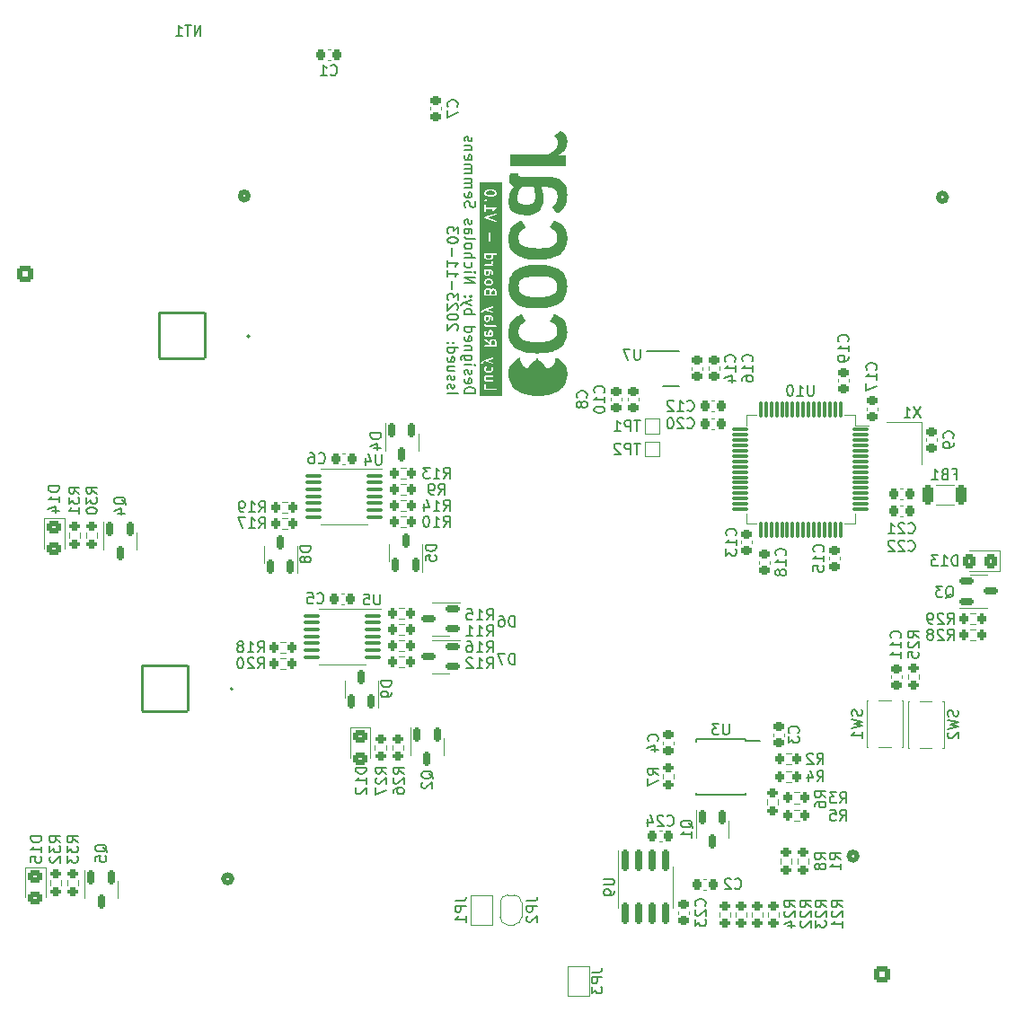
<source format=gbo>
G04 #@! TF.GenerationSoftware,KiCad,Pcbnew,7.0.2*
G04 #@! TF.CreationDate,2023-11-05T14:56:02-07:00*
G04 #@! TF.ProjectId,Relay_Board_Lucy_V1,52656c61-795f-4426-9f61-72645f4c7563,V1.0*
G04 #@! TF.SameCoordinates,Original*
G04 #@! TF.FileFunction,Legend,Bot*
G04 #@! TF.FilePolarity,Positive*
%FSLAX46Y46*%
G04 Gerber Fmt 4.6, Leading zero omitted, Abs format (unit mm)*
G04 Created by KiCad (PCBNEW 7.0.2) date 2023-11-05 14:56:02*
%MOMM*%
%LPD*%
G01*
G04 APERTURE LIST*
G04 Aperture macros list*
%AMRoundRect*
0 Rectangle with rounded corners*
0 $1 Rounding radius*
0 $2 $3 $4 $5 $6 $7 $8 $9 X,Y pos of 4 corners*
0 Add a 4 corners polygon primitive as box body*
4,1,4,$2,$3,$4,$5,$6,$7,$8,$9,$2,$3,0*
0 Add four circle primitives for the rounded corners*
1,1,$1+$1,$2,$3*
1,1,$1+$1,$4,$5*
1,1,$1+$1,$6,$7*
1,1,$1+$1,$8,$9*
0 Add four rect primitives between the rounded corners*
20,1,$1+$1,$2,$3,$4,$5,0*
20,1,$1+$1,$4,$5,$6,$7,0*
20,1,$1+$1,$6,$7,$8,$9,0*
20,1,$1+$1,$8,$9,$2,$3,0*%
%AMFreePoly0*
4,1,19,0.500000,-0.750000,0.000000,-0.750000,0.000000,-0.744911,-0.071157,-0.744911,-0.207708,-0.704816,-0.327430,-0.627875,-0.420627,-0.520320,-0.479746,-0.390866,-0.500000,-0.250000,-0.500000,0.250000,-0.479746,0.390866,-0.420627,0.520320,-0.327430,0.627875,-0.207708,0.704816,-0.071157,0.744911,0.000000,0.744911,0.000000,0.750000,0.500000,0.750000,0.500000,-0.750000,0.500000,-0.750000,
$1*%
%AMFreePoly1*
4,1,19,0.000000,0.744911,0.071157,0.744911,0.207708,0.704816,0.327430,0.627875,0.420627,0.520320,0.479746,0.390866,0.500000,0.250000,0.500000,-0.250000,0.479746,-0.390866,0.420627,-0.520320,0.327430,-0.627875,0.207708,-0.704816,0.071157,-0.744911,0.000000,-0.744911,0.000000,-0.750000,-0.500000,-0.750000,-0.500000,0.750000,0.000000,0.750000,0.000000,0.744911,0.000000,0.744911,
$1*%
%AMFreePoly2*
4,1,6,1.000000,0.000000,0.500000,-0.750000,-0.500000,-0.750000,-0.500000,0.750000,0.500000,0.750000,1.000000,0.000000,1.000000,0.000000,$1*%
%AMFreePoly3*
4,1,6,0.500000,-0.750000,-0.650000,-0.750000,-0.150000,0.000000,-0.650000,0.750000,0.500000,0.750000,0.500000,-0.750000,0.500000,-0.750000,$1*%
G04 Aperture macros list end*
%ADD10C,0.150000*%
%ADD11C,0.200000*%
%ADD12C,0.508000*%
%ADD13C,0.120000*%
%ADD14O,0.800000X0.800000*%
%ADD15O,1.800000X1.150000*%
%ADD16O,2.000000X1.450000*%
%ADD17RoundRect,0.102000X-2.159000X-2.159000X2.159000X-2.159000X2.159000X2.159000X-2.159000X2.159000X0*%
%ADD18C,4.522000*%
%ADD19C,2.744000*%
%ADD20C,2.209800*%
%ADD21R,1.700000X1.700000*%
%ADD22O,1.700000X1.700000*%
%ADD23C,1.000000*%
%ADD24RoundRect,0.250001X0.499999X0.499999X-0.499999X0.499999X-0.499999X-0.499999X0.499999X-0.499999X0*%
%ADD25C,1.500000*%
%ADD26C,3.200000*%
%ADD27O,7.500000X2.300000*%
%ADD28C,3.000000*%
%ADD29O,2.300000X7.500000*%
%ADD30R,1.500000X1.500000*%
%ADD31C,0.800000*%
%ADD32O,9.000000X6.000000*%
%ADD33RoundRect,0.250001X0.499999X-0.499999X0.499999X0.499999X-0.499999X0.499999X-0.499999X-0.499999X0*%
%ADD34O,6.000000X9.000000*%
%ADD35C,4.000000*%
%ADD36R,1.600000X1.600000*%
%ADD37C,1.600000*%
%ADD38RoundRect,0.200000X0.275000X-0.200000X0.275000X0.200000X-0.275000X0.200000X-0.275000X-0.200000X0*%
%ADD39R,0.650000X1.050000*%
%ADD40RoundRect,0.200000X0.200000X0.275000X-0.200000X0.275000X-0.200000X-0.275000X0.200000X-0.275000X0*%
%ADD41RoundRect,0.150000X-0.150000X0.512500X-0.150000X-0.512500X0.150000X-0.512500X0.150000X0.512500X0*%
%ADD42RoundRect,0.200000X-0.200000X-0.275000X0.200000X-0.275000X0.200000X0.275000X-0.200000X0.275000X0*%
%ADD43RoundRect,0.150000X0.150000X-0.512500X0.150000X0.512500X-0.150000X0.512500X-0.150000X-0.512500X0*%
%ADD44RoundRect,0.150000X-0.150000X0.825000X-0.150000X-0.825000X0.150000X-0.825000X0.150000X0.825000X0*%
%ADD45RoundRect,0.225000X-0.250000X0.225000X-0.250000X-0.225000X0.250000X-0.225000X0.250000X0.225000X0*%
%ADD46RoundRect,0.225000X0.225000X0.250000X-0.225000X0.250000X-0.225000X-0.250000X0.225000X-0.250000X0*%
%ADD47RoundRect,0.225000X0.250000X-0.225000X0.250000X0.225000X-0.250000X0.225000X-0.250000X-0.225000X0*%
%ADD48RoundRect,0.150000X0.512500X0.150000X-0.512500X0.150000X-0.512500X-0.150000X0.512500X-0.150000X0*%
%ADD49RoundRect,0.200000X-0.275000X0.200000X-0.275000X-0.200000X0.275000X-0.200000X0.275000X0.200000X0*%
%ADD50RoundRect,0.250000X-0.450000X0.325000X-0.450000X-0.325000X0.450000X-0.325000X0.450000X0.325000X0*%
%ADD51RoundRect,0.225000X-0.225000X-0.250000X0.225000X-0.250000X0.225000X0.250000X-0.225000X0.250000X0*%
%ADD52RoundRect,0.100000X0.637500X0.100000X-0.637500X0.100000X-0.637500X-0.100000X0.637500X-0.100000X0*%
%ADD53R,1.000000X1.000000*%
%ADD54RoundRect,0.075000X0.700000X0.075000X-0.700000X0.075000X-0.700000X-0.075000X0.700000X-0.075000X0*%
%ADD55RoundRect,0.075000X0.075000X0.700000X-0.075000X0.700000X-0.075000X-0.700000X0.075000X-0.700000X0*%
%ADD56FreePoly0,90.000000*%
%ADD57FreePoly1,90.000000*%
%ADD58RoundRect,0.250000X0.325000X0.450000X-0.325000X0.450000X-0.325000X-0.450000X0.325000X-0.450000X0*%
%ADD59FreePoly2,90.000000*%
%ADD60FreePoly3,90.000000*%
%ADD61R,0.630000X0.450000*%
%ADD62R,1.700000X2.600000*%
%ADD63RoundRect,0.250000X0.275000X0.700000X-0.275000X0.700000X-0.275000X-0.700000X0.275000X-0.700000X0*%
%ADD64RoundRect,0.150000X-0.512500X-0.150000X0.512500X-0.150000X0.512500X0.150000X-0.512500X0.150000X0*%
%ADD65R,1.450000X0.450000*%
%ADD66R,1.500000X1.800000*%
%ADD67R,1.200000X1.400000*%
G04 APERTURE END LIST*
D10*
X139029380Y-89218576D02*
X140029380Y-89218576D01*
X140029380Y-89218576D02*
X140029380Y-88980481D01*
X140029380Y-88980481D02*
X139981761Y-88837624D01*
X139981761Y-88837624D02*
X139886523Y-88742386D01*
X139886523Y-88742386D02*
X139791285Y-88694767D01*
X139791285Y-88694767D02*
X139600809Y-88647148D01*
X139600809Y-88647148D02*
X139457952Y-88647148D01*
X139457952Y-88647148D02*
X139267476Y-88694767D01*
X139267476Y-88694767D02*
X139172238Y-88742386D01*
X139172238Y-88742386D02*
X139077000Y-88837624D01*
X139077000Y-88837624D02*
X139029380Y-88980481D01*
X139029380Y-88980481D02*
X139029380Y-89218576D01*
X139077000Y-87837624D02*
X139029380Y-87932862D01*
X139029380Y-87932862D02*
X139029380Y-88123338D01*
X139029380Y-88123338D02*
X139077000Y-88218576D01*
X139077000Y-88218576D02*
X139172238Y-88266195D01*
X139172238Y-88266195D02*
X139553190Y-88266195D01*
X139553190Y-88266195D02*
X139648428Y-88218576D01*
X139648428Y-88218576D02*
X139696047Y-88123338D01*
X139696047Y-88123338D02*
X139696047Y-87932862D01*
X139696047Y-87932862D02*
X139648428Y-87837624D01*
X139648428Y-87837624D02*
X139553190Y-87790005D01*
X139553190Y-87790005D02*
X139457952Y-87790005D01*
X139457952Y-87790005D02*
X139362714Y-88266195D01*
X139077000Y-87409052D02*
X139029380Y-87313814D01*
X139029380Y-87313814D02*
X139029380Y-87123338D01*
X139029380Y-87123338D02*
X139077000Y-87028100D01*
X139077000Y-87028100D02*
X139172238Y-86980481D01*
X139172238Y-86980481D02*
X139219857Y-86980481D01*
X139219857Y-86980481D02*
X139315095Y-87028100D01*
X139315095Y-87028100D02*
X139362714Y-87123338D01*
X139362714Y-87123338D02*
X139362714Y-87266195D01*
X139362714Y-87266195D02*
X139410333Y-87361433D01*
X139410333Y-87361433D02*
X139505571Y-87409052D01*
X139505571Y-87409052D02*
X139553190Y-87409052D01*
X139553190Y-87409052D02*
X139648428Y-87361433D01*
X139648428Y-87361433D02*
X139696047Y-87266195D01*
X139696047Y-87266195D02*
X139696047Y-87123338D01*
X139696047Y-87123338D02*
X139648428Y-87028100D01*
X139029380Y-86551909D02*
X139696047Y-86551909D01*
X140029380Y-86551909D02*
X139981761Y-86599528D01*
X139981761Y-86599528D02*
X139934142Y-86551909D01*
X139934142Y-86551909D02*
X139981761Y-86504290D01*
X139981761Y-86504290D02*
X140029380Y-86551909D01*
X140029380Y-86551909D02*
X139934142Y-86551909D01*
X139696047Y-85647148D02*
X138886523Y-85647148D01*
X138886523Y-85647148D02*
X138791285Y-85694767D01*
X138791285Y-85694767D02*
X138743666Y-85742386D01*
X138743666Y-85742386D02*
X138696047Y-85837624D01*
X138696047Y-85837624D02*
X138696047Y-85980481D01*
X138696047Y-85980481D02*
X138743666Y-86075719D01*
X139077000Y-85647148D02*
X139029380Y-85742386D01*
X139029380Y-85742386D02*
X139029380Y-85932862D01*
X139029380Y-85932862D02*
X139077000Y-86028100D01*
X139077000Y-86028100D02*
X139124619Y-86075719D01*
X139124619Y-86075719D02*
X139219857Y-86123338D01*
X139219857Y-86123338D02*
X139505571Y-86123338D01*
X139505571Y-86123338D02*
X139600809Y-86075719D01*
X139600809Y-86075719D02*
X139648428Y-86028100D01*
X139648428Y-86028100D02*
X139696047Y-85932862D01*
X139696047Y-85932862D02*
X139696047Y-85742386D01*
X139696047Y-85742386D02*
X139648428Y-85647148D01*
X139696047Y-85170957D02*
X139029380Y-85170957D01*
X139600809Y-85170957D02*
X139648428Y-85123338D01*
X139648428Y-85123338D02*
X139696047Y-85028100D01*
X139696047Y-85028100D02*
X139696047Y-84885243D01*
X139696047Y-84885243D02*
X139648428Y-84790005D01*
X139648428Y-84790005D02*
X139553190Y-84742386D01*
X139553190Y-84742386D02*
X139029380Y-84742386D01*
X139077000Y-83885243D02*
X139029380Y-83980481D01*
X139029380Y-83980481D02*
X139029380Y-84170957D01*
X139029380Y-84170957D02*
X139077000Y-84266195D01*
X139077000Y-84266195D02*
X139172238Y-84313814D01*
X139172238Y-84313814D02*
X139553190Y-84313814D01*
X139553190Y-84313814D02*
X139648428Y-84266195D01*
X139648428Y-84266195D02*
X139696047Y-84170957D01*
X139696047Y-84170957D02*
X139696047Y-83980481D01*
X139696047Y-83980481D02*
X139648428Y-83885243D01*
X139648428Y-83885243D02*
X139553190Y-83837624D01*
X139553190Y-83837624D02*
X139457952Y-83837624D01*
X139457952Y-83837624D02*
X139362714Y-84313814D01*
X139029380Y-82980481D02*
X140029380Y-82980481D01*
X139077000Y-82980481D02*
X139029380Y-83075719D01*
X139029380Y-83075719D02*
X139029380Y-83266195D01*
X139029380Y-83266195D02*
X139077000Y-83361433D01*
X139077000Y-83361433D02*
X139124619Y-83409052D01*
X139124619Y-83409052D02*
X139219857Y-83456671D01*
X139219857Y-83456671D02*
X139505571Y-83456671D01*
X139505571Y-83456671D02*
X139600809Y-83409052D01*
X139600809Y-83409052D02*
X139648428Y-83361433D01*
X139648428Y-83361433D02*
X139696047Y-83266195D01*
X139696047Y-83266195D02*
X139696047Y-83075719D01*
X139696047Y-83075719D02*
X139648428Y-82980481D01*
X139029380Y-81742385D02*
X140029380Y-81742385D01*
X139648428Y-81742385D02*
X139696047Y-81647147D01*
X139696047Y-81647147D02*
X139696047Y-81456671D01*
X139696047Y-81456671D02*
X139648428Y-81361433D01*
X139648428Y-81361433D02*
X139600809Y-81313814D01*
X139600809Y-81313814D02*
X139505571Y-81266195D01*
X139505571Y-81266195D02*
X139219857Y-81266195D01*
X139219857Y-81266195D02*
X139124619Y-81313814D01*
X139124619Y-81313814D02*
X139077000Y-81361433D01*
X139077000Y-81361433D02*
X139029380Y-81456671D01*
X139029380Y-81456671D02*
X139029380Y-81647147D01*
X139029380Y-81647147D02*
X139077000Y-81742385D01*
X139696047Y-80932861D02*
X139029380Y-80694766D01*
X139696047Y-80456671D02*
X139029380Y-80694766D01*
X139029380Y-80694766D02*
X138791285Y-80790004D01*
X138791285Y-80790004D02*
X138743666Y-80837623D01*
X138743666Y-80837623D02*
X138696047Y-80932861D01*
X139124619Y-80075718D02*
X139077000Y-80028099D01*
X139077000Y-80028099D02*
X139029380Y-80075718D01*
X139029380Y-80075718D02*
X139077000Y-80123337D01*
X139077000Y-80123337D02*
X139124619Y-80075718D01*
X139124619Y-80075718D02*
X139029380Y-80075718D01*
X139648428Y-80075718D02*
X139600809Y-80028099D01*
X139600809Y-80028099D02*
X139553190Y-80075718D01*
X139553190Y-80075718D02*
X139600809Y-80123337D01*
X139600809Y-80123337D02*
X139648428Y-80075718D01*
X139648428Y-80075718D02*
X139553190Y-80075718D01*
X139029380Y-78837623D02*
X140029380Y-78837623D01*
X140029380Y-78837623D02*
X139029380Y-78266195D01*
X139029380Y-78266195D02*
X140029380Y-78266195D01*
X139029380Y-77790004D02*
X139696047Y-77790004D01*
X140029380Y-77790004D02*
X139981761Y-77837623D01*
X139981761Y-77837623D02*
X139934142Y-77790004D01*
X139934142Y-77790004D02*
X139981761Y-77742385D01*
X139981761Y-77742385D02*
X140029380Y-77790004D01*
X140029380Y-77790004D02*
X139934142Y-77790004D01*
X139077000Y-76885243D02*
X139029380Y-76980481D01*
X139029380Y-76980481D02*
X139029380Y-77170957D01*
X139029380Y-77170957D02*
X139077000Y-77266195D01*
X139077000Y-77266195D02*
X139124619Y-77313814D01*
X139124619Y-77313814D02*
X139219857Y-77361433D01*
X139219857Y-77361433D02*
X139505571Y-77361433D01*
X139505571Y-77361433D02*
X139600809Y-77313814D01*
X139600809Y-77313814D02*
X139648428Y-77266195D01*
X139648428Y-77266195D02*
X139696047Y-77170957D01*
X139696047Y-77170957D02*
X139696047Y-76980481D01*
X139696047Y-76980481D02*
X139648428Y-76885243D01*
X139029380Y-76456671D02*
X140029380Y-76456671D01*
X139029380Y-76028100D02*
X139553190Y-76028100D01*
X139553190Y-76028100D02*
X139648428Y-76075719D01*
X139648428Y-76075719D02*
X139696047Y-76170957D01*
X139696047Y-76170957D02*
X139696047Y-76313814D01*
X139696047Y-76313814D02*
X139648428Y-76409052D01*
X139648428Y-76409052D02*
X139600809Y-76456671D01*
X139029380Y-75409052D02*
X139077000Y-75504290D01*
X139077000Y-75504290D02*
X139124619Y-75551909D01*
X139124619Y-75551909D02*
X139219857Y-75599528D01*
X139219857Y-75599528D02*
X139505571Y-75599528D01*
X139505571Y-75599528D02*
X139600809Y-75551909D01*
X139600809Y-75551909D02*
X139648428Y-75504290D01*
X139648428Y-75504290D02*
X139696047Y-75409052D01*
X139696047Y-75409052D02*
X139696047Y-75266195D01*
X139696047Y-75266195D02*
X139648428Y-75170957D01*
X139648428Y-75170957D02*
X139600809Y-75123338D01*
X139600809Y-75123338D02*
X139505571Y-75075719D01*
X139505571Y-75075719D02*
X139219857Y-75075719D01*
X139219857Y-75075719D02*
X139124619Y-75123338D01*
X139124619Y-75123338D02*
X139077000Y-75170957D01*
X139077000Y-75170957D02*
X139029380Y-75266195D01*
X139029380Y-75266195D02*
X139029380Y-75409052D01*
X139029380Y-74504290D02*
X139077000Y-74599528D01*
X139077000Y-74599528D02*
X139172238Y-74647147D01*
X139172238Y-74647147D02*
X140029380Y-74647147D01*
X139029380Y-73694766D02*
X139553190Y-73694766D01*
X139553190Y-73694766D02*
X139648428Y-73742385D01*
X139648428Y-73742385D02*
X139696047Y-73837623D01*
X139696047Y-73837623D02*
X139696047Y-74028099D01*
X139696047Y-74028099D02*
X139648428Y-74123337D01*
X139077000Y-73694766D02*
X139029380Y-73790004D01*
X139029380Y-73790004D02*
X139029380Y-74028099D01*
X139029380Y-74028099D02*
X139077000Y-74123337D01*
X139077000Y-74123337D02*
X139172238Y-74170956D01*
X139172238Y-74170956D02*
X139267476Y-74170956D01*
X139267476Y-74170956D02*
X139362714Y-74123337D01*
X139362714Y-74123337D02*
X139410333Y-74028099D01*
X139410333Y-74028099D02*
X139410333Y-73790004D01*
X139410333Y-73790004D02*
X139457952Y-73694766D01*
X139077000Y-73266194D02*
X139029380Y-73170956D01*
X139029380Y-73170956D02*
X139029380Y-72980480D01*
X139029380Y-72980480D02*
X139077000Y-72885242D01*
X139077000Y-72885242D02*
X139172238Y-72837623D01*
X139172238Y-72837623D02*
X139219857Y-72837623D01*
X139219857Y-72837623D02*
X139315095Y-72885242D01*
X139315095Y-72885242D02*
X139362714Y-72980480D01*
X139362714Y-72980480D02*
X139362714Y-73123337D01*
X139362714Y-73123337D02*
X139410333Y-73218575D01*
X139410333Y-73218575D02*
X139505571Y-73266194D01*
X139505571Y-73266194D02*
X139553190Y-73266194D01*
X139553190Y-73266194D02*
X139648428Y-73218575D01*
X139648428Y-73218575D02*
X139696047Y-73123337D01*
X139696047Y-73123337D02*
X139696047Y-72980480D01*
X139696047Y-72980480D02*
X139648428Y-72885242D01*
X139077000Y-71694765D02*
X139029380Y-71551908D01*
X139029380Y-71551908D02*
X139029380Y-71313813D01*
X139029380Y-71313813D02*
X139077000Y-71218575D01*
X139077000Y-71218575D02*
X139124619Y-71170956D01*
X139124619Y-71170956D02*
X139219857Y-71123337D01*
X139219857Y-71123337D02*
X139315095Y-71123337D01*
X139315095Y-71123337D02*
X139410333Y-71170956D01*
X139410333Y-71170956D02*
X139457952Y-71218575D01*
X139457952Y-71218575D02*
X139505571Y-71313813D01*
X139505571Y-71313813D02*
X139553190Y-71504289D01*
X139553190Y-71504289D02*
X139600809Y-71599527D01*
X139600809Y-71599527D02*
X139648428Y-71647146D01*
X139648428Y-71647146D02*
X139743666Y-71694765D01*
X139743666Y-71694765D02*
X139838904Y-71694765D01*
X139838904Y-71694765D02*
X139934142Y-71647146D01*
X139934142Y-71647146D02*
X139981761Y-71599527D01*
X139981761Y-71599527D02*
X140029380Y-71504289D01*
X140029380Y-71504289D02*
X140029380Y-71266194D01*
X140029380Y-71266194D02*
X139981761Y-71123337D01*
X139077000Y-70313813D02*
X139029380Y-70409051D01*
X139029380Y-70409051D02*
X139029380Y-70599527D01*
X139029380Y-70599527D02*
X139077000Y-70694765D01*
X139077000Y-70694765D02*
X139172238Y-70742384D01*
X139172238Y-70742384D02*
X139553190Y-70742384D01*
X139553190Y-70742384D02*
X139648428Y-70694765D01*
X139648428Y-70694765D02*
X139696047Y-70599527D01*
X139696047Y-70599527D02*
X139696047Y-70409051D01*
X139696047Y-70409051D02*
X139648428Y-70313813D01*
X139648428Y-70313813D02*
X139553190Y-70266194D01*
X139553190Y-70266194D02*
X139457952Y-70266194D01*
X139457952Y-70266194D02*
X139362714Y-70742384D01*
X139029380Y-69837622D02*
X139696047Y-69837622D01*
X139600809Y-69837622D02*
X139648428Y-69790003D01*
X139648428Y-69790003D02*
X139696047Y-69694765D01*
X139696047Y-69694765D02*
X139696047Y-69551908D01*
X139696047Y-69551908D02*
X139648428Y-69456670D01*
X139648428Y-69456670D02*
X139553190Y-69409051D01*
X139553190Y-69409051D02*
X139029380Y-69409051D01*
X139553190Y-69409051D02*
X139648428Y-69361432D01*
X139648428Y-69361432D02*
X139696047Y-69266194D01*
X139696047Y-69266194D02*
X139696047Y-69123337D01*
X139696047Y-69123337D02*
X139648428Y-69028098D01*
X139648428Y-69028098D02*
X139553190Y-68980479D01*
X139553190Y-68980479D02*
X139029380Y-68980479D01*
X139029380Y-68504289D02*
X139696047Y-68504289D01*
X139600809Y-68504289D02*
X139648428Y-68456670D01*
X139648428Y-68456670D02*
X139696047Y-68361432D01*
X139696047Y-68361432D02*
X139696047Y-68218575D01*
X139696047Y-68218575D02*
X139648428Y-68123337D01*
X139648428Y-68123337D02*
X139553190Y-68075718D01*
X139553190Y-68075718D02*
X139029380Y-68075718D01*
X139553190Y-68075718D02*
X139648428Y-68028099D01*
X139648428Y-68028099D02*
X139696047Y-67932861D01*
X139696047Y-67932861D02*
X139696047Y-67790004D01*
X139696047Y-67790004D02*
X139648428Y-67694765D01*
X139648428Y-67694765D02*
X139553190Y-67647146D01*
X139553190Y-67647146D02*
X139029380Y-67647146D01*
X139077000Y-66790004D02*
X139029380Y-66885242D01*
X139029380Y-66885242D02*
X139029380Y-67075718D01*
X139029380Y-67075718D02*
X139077000Y-67170956D01*
X139077000Y-67170956D02*
X139172238Y-67218575D01*
X139172238Y-67218575D02*
X139553190Y-67218575D01*
X139553190Y-67218575D02*
X139648428Y-67170956D01*
X139648428Y-67170956D02*
X139696047Y-67075718D01*
X139696047Y-67075718D02*
X139696047Y-66885242D01*
X139696047Y-66885242D02*
X139648428Y-66790004D01*
X139648428Y-66790004D02*
X139553190Y-66742385D01*
X139553190Y-66742385D02*
X139457952Y-66742385D01*
X139457952Y-66742385D02*
X139362714Y-67218575D01*
X139696047Y-66313813D02*
X139029380Y-66313813D01*
X139600809Y-66313813D02*
X139648428Y-66266194D01*
X139648428Y-66266194D02*
X139696047Y-66170956D01*
X139696047Y-66170956D02*
X139696047Y-66028099D01*
X139696047Y-66028099D02*
X139648428Y-65932861D01*
X139648428Y-65932861D02*
X139553190Y-65885242D01*
X139553190Y-65885242D02*
X139029380Y-65885242D01*
X139077000Y-65456670D02*
X139029380Y-65361432D01*
X139029380Y-65361432D02*
X139029380Y-65170956D01*
X139029380Y-65170956D02*
X139077000Y-65075718D01*
X139077000Y-65075718D02*
X139172238Y-65028099D01*
X139172238Y-65028099D02*
X139219857Y-65028099D01*
X139219857Y-65028099D02*
X139315095Y-65075718D01*
X139315095Y-65075718D02*
X139362714Y-65170956D01*
X139362714Y-65170956D02*
X139362714Y-65313813D01*
X139362714Y-65313813D02*
X139410333Y-65409051D01*
X139410333Y-65409051D02*
X139505571Y-65456670D01*
X139505571Y-65456670D02*
X139553190Y-65456670D01*
X139553190Y-65456670D02*
X139648428Y-65409051D01*
X139648428Y-65409051D02*
X139696047Y-65313813D01*
X139696047Y-65313813D02*
X139696047Y-65170956D01*
X139696047Y-65170956D02*
X139648428Y-65075718D01*
X137409380Y-89218576D02*
X138409380Y-89218576D01*
X137457000Y-88790005D02*
X137409380Y-88694767D01*
X137409380Y-88694767D02*
X137409380Y-88504291D01*
X137409380Y-88504291D02*
X137457000Y-88409053D01*
X137457000Y-88409053D02*
X137552238Y-88361434D01*
X137552238Y-88361434D02*
X137599857Y-88361434D01*
X137599857Y-88361434D02*
X137695095Y-88409053D01*
X137695095Y-88409053D02*
X137742714Y-88504291D01*
X137742714Y-88504291D02*
X137742714Y-88647148D01*
X137742714Y-88647148D02*
X137790333Y-88742386D01*
X137790333Y-88742386D02*
X137885571Y-88790005D01*
X137885571Y-88790005D02*
X137933190Y-88790005D01*
X137933190Y-88790005D02*
X138028428Y-88742386D01*
X138028428Y-88742386D02*
X138076047Y-88647148D01*
X138076047Y-88647148D02*
X138076047Y-88504291D01*
X138076047Y-88504291D02*
X138028428Y-88409053D01*
X137457000Y-87980481D02*
X137409380Y-87885243D01*
X137409380Y-87885243D02*
X137409380Y-87694767D01*
X137409380Y-87694767D02*
X137457000Y-87599529D01*
X137457000Y-87599529D02*
X137552238Y-87551910D01*
X137552238Y-87551910D02*
X137599857Y-87551910D01*
X137599857Y-87551910D02*
X137695095Y-87599529D01*
X137695095Y-87599529D02*
X137742714Y-87694767D01*
X137742714Y-87694767D02*
X137742714Y-87837624D01*
X137742714Y-87837624D02*
X137790333Y-87932862D01*
X137790333Y-87932862D02*
X137885571Y-87980481D01*
X137885571Y-87980481D02*
X137933190Y-87980481D01*
X137933190Y-87980481D02*
X138028428Y-87932862D01*
X138028428Y-87932862D02*
X138076047Y-87837624D01*
X138076047Y-87837624D02*
X138076047Y-87694767D01*
X138076047Y-87694767D02*
X138028428Y-87599529D01*
X138076047Y-86694767D02*
X137409380Y-86694767D01*
X138076047Y-87123338D02*
X137552238Y-87123338D01*
X137552238Y-87123338D02*
X137457000Y-87075719D01*
X137457000Y-87075719D02*
X137409380Y-86980481D01*
X137409380Y-86980481D02*
X137409380Y-86837624D01*
X137409380Y-86837624D02*
X137457000Y-86742386D01*
X137457000Y-86742386D02*
X137504619Y-86694767D01*
X137457000Y-85837624D02*
X137409380Y-85932862D01*
X137409380Y-85932862D02*
X137409380Y-86123338D01*
X137409380Y-86123338D02*
X137457000Y-86218576D01*
X137457000Y-86218576D02*
X137552238Y-86266195D01*
X137552238Y-86266195D02*
X137933190Y-86266195D01*
X137933190Y-86266195D02*
X138028428Y-86218576D01*
X138028428Y-86218576D02*
X138076047Y-86123338D01*
X138076047Y-86123338D02*
X138076047Y-85932862D01*
X138076047Y-85932862D02*
X138028428Y-85837624D01*
X138028428Y-85837624D02*
X137933190Y-85790005D01*
X137933190Y-85790005D02*
X137837952Y-85790005D01*
X137837952Y-85790005D02*
X137742714Y-86266195D01*
X137409380Y-84932862D02*
X138409380Y-84932862D01*
X137457000Y-84932862D02*
X137409380Y-85028100D01*
X137409380Y-85028100D02*
X137409380Y-85218576D01*
X137409380Y-85218576D02*
X137457000Y-85313814D01*
X137457000Y-85313814D02*
X137504619Y-85361433D01*
X137504619Y-85361433D02*
X137599857Y-85409052D01*
X137599857Y-85409052D02*
X137885571Y-85409052D01*
X137885571Y-85409052D02*
X137980809Y-85361433D01*
X137980809Y-85361433D02*
X138028428Y-85313814D01*
X138028428Y-85313814D02*
X138076047Y-85218576D01*
X138076047Y-85218576D02*
X138076047Y-85028100D01*
X138076047Y-85028100D02*
X138028428Y-84932862D01*
X137504619Y-84456671D02*
X137457000Y-84409052D01*
X137457000Y-84409052D02*
X137409380Y-84456671D01*
X137409380Y-84456671D02*
X137457000Y-84504290D01*
X137457000Y-84504290D02*
X137504619Y-84456671D01*
X137504619Y-84456671D02*
X137409380Y-84456671D01*
X138028428Y-84456671D02*
X137980809Y-84409052D01*
X137980809Y-84409052D02*
X137933190Y-84456671D01*
X137933190Y-84456671D02*
X137980809Y-84504290D01*
X137980809Y-84504290D02*
X138028428Y-84456671D01*
X138028428Y-84456671D02*
X137933190Y-84456671D01*
X138314142Y-83266195D02*
X138361761Y-83218576D01*
X138361761Y-83218576D02*
X138409380Y-83123338D01*
X138409380Y-83123338D02*
X138409380Y-82885243D01*
X138409380Y-82885243D02*
X138361761Y-82790005D01*
X138361761Y-82790005D02*
X138314142Y-82742386D01*
X138314142Y-82742386D02*
X138218904Y-82694767D01*
X138218904Y-82694767D02*
X138123666Y-82694767D01*
X138123666Y-82694767D02*
X137980809Y-82742386D01*
X137980809Y-82742386D02*
X137409380Y-83313814D01*
X137409380Y-83313814D02*
X137409380Y-82694767D01*
X138409380Y-82075719D02*
X138409380Y-81980481D01*
X138409380Y-81980481D02*
X138361761Y-81885243D01*
X138361761Y-81885243D02*
X138314142Y-81837624D01*
X138314142Y-81837624D02*
X138218904Y-81790005D01*
X138218904Y-81790005D02*
X138028428Y-81742386D01*
X138028428Y-81742386D02*
X137790333Y-81742386D01*
X137790333Y-81742386D02*
X137599857Y-81790005D01*
X137599857Y-81790005D02*
X137504619Y-81837624D01*
X137504619Y-81837624D02*
X137457000Y-81885243D01*
X137457000Y-81885243D02*
X137409380Y-81980481D01*
X137409380Y-81980481D02*
X137409380Y-82075719D01*
X137409380Y-82075719D02*
X137457000Y-82170957D01*
X137457000Y-82170957D02*
X137504619Y-82218576D01*
X137504619Y-82218576D02*
X137599857Y-82266195D01*
X137599857Y-82266195D02*
X137790333Y-82313814D01*
X137790333Y-82313814D02*
X138028428Y-82313814D01*
X138028428Y-82313814D02*
X138218904Y-82266195D01*
X138218904Y-82266195D02*
X138314142Y-82218576D01*
X138314142Y-82218576D02*
X138361761Y-82170957D01*
X138361761Y-82170957D02*
X138409380Y-82075719D01*
X138314142Y-81361433D02*
X138361761Y-81313814D01*
X138361761Y-81313814D02*
X138409380Y-81218576D01*
X138409380Y-81218576D02*
X138409380Y-80980481D01*
X138409380Y-80980481D02*
X138361761Y-80885243D01*
X138361761Y-80885243D02*
X138314142Y-80837624D01*
X138314142Y-80837624D02*
X138218904Y-80790005D01*
X138218904Y-80790005D02*
X138123666Y-80790005D01*
X138123666Y-80790005D02*
X137980809Y-80837624D01*
X137980809Y-80837624D02*
X137409380Y-81409052D01*
X137409380Y-81409052D02*
X137409380Y-80790005D01*
X138409380Y-80456671D02*
X138409380Y-79837624D01*
X138409380Y-79837624D02*
X138028428Y-80170957D01*
X138028428Y-80170957D02*
X138028428Y-80028100D01*
X138028428Y-80028100D02*
X137980809Y-79932862D01*
X137980809Y-79932862D02*
X137933190Y-79885243D01*
X137933190Y-79885243D02*
X137837952Y-79837624D01*
X137837952Y-79837624D02*
X137599857Y-79837624D01*
X137599857Y-79837624D02*
X137504619Y-79885243D01*
X137504619Y-79885243D02*
X137457000Y-79932862D01*
X137457000Y-79932862D02*
X137409380Y-80028100D01*
X137409380Y-80028100D02*
X137409380Y-80313814D01*
X137409380Y-80313814D02*
X137457000Y-80409052D01*
X137457000Y-80409052D02*
X137504619Y-80456671D01*
X137790333Y-79409052D02*
X137790333Y-78647148D01*
X137409380Y-77647148D02*
X137409380Y-78218576D01*
X137409380Y-77932862D02*
X138409380Y-77932862D01*
X138409380Y-77932862D02*
X138266523Y-78028100D01*
X138266523Y-78028100D02*
X138171285Y-78123338D01*
X138171285Y-78123338D02*
X138123666Y-78218576D01*
X137409380Y-76694767D02*
X137409380Y-77266195D01*
X137409380Y-76980481D02*
X138409380Y-76980481D01*
X138409380Y-76980481D02*
X138266523Y-77075719D01*
X138266523Y-77075719D02*
X138171285Y-77170957D01*
X138171285Y-77170957D02*
X138123666Y-77266195D01*
X137790333Y-76266195D02*
X137790333Y-75504291D01*
X138409380Y-74837624D02*
X138409380Y-74742386D01*
X138409380Y-74742386D02*
X138361761Y-74647148D01*
X138361761Y-74647148D02*
X138314142Y-74599529D01*
X138314142Y-74599529D02*
X138218904Y-74551910D01*
X138218904Y-74551910D02*
X138028428Y-74504291D01*
X138028428Y-74504291D02*
X137790333Y-74504291D01*
X137790333Y-74504291D02*
X137599857Y-74551910D01*
X137599857Y-74551910D02*
X137504619Y-74599529D01*
X137504619Y-74599529D02*
X137457000Y-74647148D01*
X137457000Y-74647148D02*
X137409380Y-74742386D01*
X137409380Y-74742386D02*
X137409380Y-74837624D01*
X137409380Y-74837624D02*
X137457000Y-74932862D01*
X137457000Y-74932862D02*
X137504619Y-74980481D01*
X137504619Y-74980481D02*
X137599857Y-75028100D01*
X137599857Y-75028100D02*
X137790333Y-75075719D01*
X137790333Y-75075719D02*
X138028428Y-75075719D01*
X138028428Y-75075719D02*
X138218904Y-75028100D01*
X138218904Y-75028100D02*
X138314142Y-74980481D01*
X138314142Y-74980481D02*
X138361761Y-74932862D01*
X138361761Y-74932862D02*
X138409380Y-74837624D01*
X138409380Y-74170957D02*
X138409380Y-73551910D01*
X138409380Y-73551910D02*
X138028428Y-73885243D01*
X138028428Y-73885243D02*
X138028428Y-73742386D01*
X138028428Y-73742386D02*
X137980809Y-73647148D01*
X137980809Y-73647148D02*
X137933190Y-73599529D01*
X137933190Y-73599529D02*
X137837952Y-73551910D01*
X137837952Y-73551910D02*
X137599857Y-73551910D01*
X137599857Y-73551910D02*
X137504619Y-73599529D01*
X137504619Y-73599529D02*
X137457000Y-73647148D01*
X137457000Y-73647148D02*
X137409380Y-73742386D01*
X137409380Y-73742386D02*
X137409380Y-74028100D01*
X137409380Y-74028100D02*
X137457000Y-74123338D01*
X137457000Y-74123338D02*
X137504619Y-74170957D01*
G36*
X141825716Y-84293311D02*
G01*
X141856121Y-84323716D01*
X141890380Y-84392232D01*
X141890380Y-84680480D01*
X141516571Y-84680480D01*
X141516571Y-84524240D01*
X141519321Y-84509327D01*
X141516571Y-84502615D01*
X141516571Y-84392233D01*
X141550830Y-84323715D01*
X141581235Y-84293310D01*
X141649751Y-84259052D01*
X141757198Y-84259052D01*
X141825716Y-84293311D01*
G37*
G36*
X141528526Y-83430430D02*
G01*
X141557047Y-83487470D01*
X141557047Y-83642536D01*
X141528525Y-83699578D01*
X141471485Y-83728099D01*
X141390200Y-83728099D01*
X141455437Y-83401909D01*
X141471484Y-83401909D01*
X141528526Y-83430430D01*
G37*
G36*
X141271333Y-82034502D02*
G01*
X141268619Y-82049585D01*
X141271333Y-82056128D01*
X141271333Y-82261583D01*
X141242811Y-82318625D01*
X141185771Y-82347146D01*
X141125944Y-82347146D01*
X141068901Y-82318625D01*
X141040380Y-82261583D01*
X141040380Y-82058899D01*
X141059352Y-82020956D01*
X141271333Y-82020956D01*
X141271333Y-82034502D01*
G37*
G36*
X141349526Y-79483786D02*
G01*
X141376018Y-79510278D01*
X141411985Y-79618180D01*
X141411476Y-79621013D01*
X141414190Y-79627556D01*
X141414190Y-79870955D01*
X141040380Y-79870955D01*
X141040380Y-79582708D01*
X141074639Y-79514191D01*
X141105045Y-79483785D01*
X141173561Y-79449527D01*
X141281008Y-79449527D01*
X141349526Y-79483786D01*
G37*
G36*
X141825716Y-79531405D02*
G01*
X141856121Y-79561810D01*
X141890380Y-79630326D01*
X141890380Y-79870955D01*
X141564190Y-79870955D01*
X141564190Y-79630328D01*
X141598449Y-79561809D01*
X141628854Y-79531404D01*
X141697370Y-79497146D01*
X141757198Y-79497146D01*
X141825716Y-79531405D01*
G37*
G36*
X141492383Y-78579024D02*
G01*
X141522788Y-78609429D01*
X141557047Y-78677945D01*
X141557047Y-78785392D01*
X141522788Y-78853909D01*
X141492381Y-78884316D01*
X141423866Y-78918574D01*
X141173563Y-78918574D01*
X141105045Y-78884315D01*
X141074639Y-78853909D01*
X141040380Y-78785392D01*
X141040380Y-78677946D01*
X141074639Y-78609429D01*
X141105045Y-78579023D01*
X141173561Y-78544765D01*
X141423865Y-78544765D01*
X141492383Y-78579024D01*
G37*
G36*
X141271333Y-77701168D02*
G01*
X141268619Y-77716251D01*
X141271333Y-77722794D01*
X141271333Y-77928249D01*
X141242811Y-77985291D01*
X141185771Y-78013812D01*
X141125944Y-78013812D01*
X141068901Y-77985291D01*
X141040380Y-77928249D01*
X141040380Y-77725565D01*
X141059352Y-77687622D01*
X141271333Y-77687622D01*
X141271333Y-77701168D01*
G37*
G36*
X141557047Y-76201754D02*
G01*
X141557047Y-76356820D01*
X141522788Y-76425337D01*
X141492381Y-76455744D01*
X141423866Y-76490002D01*
X141173563Y-76490002D01*
X141105045Y-76455743D01*
X141074639Y-76425337D01*
X141040380Y-76356820D01*
X141040380Y-76201755D01*
X141059352Y-76163812D01*
X141538075Y-76163812D01*
X141557047Y-76201754D01*
G37*
G36*
X141748726Y-70159576D02*
G01*
X141825716Y-70198071D01*
X141856121Y-70228476D01*
X141890380Y-70296992D01*
X141890380Y-70356820D01*
X141856121Y-70425337D01*
X141825714Y-70455744D01*
X141748728Y-70494237D01*
X141575194Y-70537621D01*
X141355567Y-70537621D01*
X141182034Y-70494237D01*
X141105045Y-70455743D01*
X141074639Y-70425337D01*
X141040380Y-70356820D01*
X141040380Y-70296993D01*
X141074639Y-70228476D01*
X141105045Y-70198070D01*
X141182031Y-70159576D01*
X141355567Y-70116193D01*
X141575193Y-70116193D01*
X141748726Y-70159576D01*
G37*
G36*
X142585857Y-89456672D02*
G01*
X140475143Y-89456672D01*
X140475143Y-88861843D01*
X140888010Y-88861843D01*
X140894929Y-88876995D01*
X140899623Y-88892979D01*
X140903935Y-88896715D01*
X140906306Y-88901907D01*
X140920322Y-88910914D01*
X140932909Y-88921821D01*
X140938555Y-88922632D01*
X140943358Y-88925719D01*
X140960020Y-88925719D01*
X140976504Y-88928089D01*
X140981694Y-88925719D01*
X141976162Y-88925719D01*
X142007640Y-88916476D01*
X142036482Y-88883190D01*
X142042750Y-88839595D01*
X142024454Y-88799531D01*
X141987402Y-88775719D01*
X141040380Y-88775719D01*
X141040380Y-88363747D01*
X141031137Y-88332269D01*
X140997851Y-88303427D01*
X140954256Y-88297159D01*
X140914192Y-88315455D01*
X140890380Y-88352507D01*
X140890380Y-88845359D01*
X140888010Y-88861843D01*
X140475143Y-88861843D01*
X140475143Y-87763871D01*
X140887666Y-87763871D01*
X140890380Y-87770414D01*
X140890380Y-87894303D01*
X140888450Y-87912183D01*
X140895305Y-87925893D01*
X140899623Y-87940598D01*
X140904977Y-87945237D01*
X140937373Y-88010028D01*
X140937271Y-88012941D01*
X140947129Y-88029540D01*
X140950740Y-88036761D01*
X140952615Y-88038777D01*
X140959762Y-88050810D01*
X140967327Y-88054592D01*
X140973085Y-88060782D01*
X140986635Y-88064246D01*
X141071089Y-88106473D01*
X141086216Y-88116195D01*
X141101546Y-88116195D01*
X141116629Y-88118909D01*
X141123173Y-88116195D01*
X141642829Y-88116195D01*
X141674307Y-88106952D01*
X141703149Y-88073666D01*
X141709417Y-88030071D01*
X141691121Y-87990007D01*
X141654069Y-87966195D01*
X141125944Y-87966195D01*
X141068901Y-87937674D01*
X141040380Y-87880632D01*
X141040380Y-87773186D01*
X141074639Y-87704669D01*
X141091685Y-87687624D01*
X141642829Y-87687624D01*
X141674307Y-87678381D01*
X141703149Y-87645095D01*
X141709417Y-87601500D01*
X141691121Y-87561436D01*
X141654069Y-87537624D01*
X141074149Y-87537624D01*
X141066195Y-87534657D01*
X141052556Y-87537624D01*
X140954598Y-87537624D01*
X140923120Y-87546867D01*
X140894278Y-87580153D01*
X140888010Y-87623748D01*
X140906306Y-87663812D01*
X140922241Y-87674053D01*
X140900101Y-87718331D01*
X140890380Y-87733459D01*
X140890380Y-87748788D01*
X140887666Y-87763871D01*
X140475143Y-87763871D01*
X140475143Y-86811490D01*
X140887666Y-86811490D01*
X140890380Y-86818033D01*
X140890380Y-86989541D01*
X140888450Y-87007421D01*
X140895305Y-87021131D01*
X140899623Y-87035836D01*
X140904977Y-87040475D01*
X140941712Y-87113944D01*
X140944395Y-87126275D01*
X140959019Y-87140899D01*
X140973085Y-87156020D01*
X140974502Y-87156382D01*
X141000937Y-87182817D01*
X141007381Y-87193667D01*
X141025890Y-87202921D01*
X141044004Y-87212812D01*
X141045462Y-87212707D01*
X141118708Y-87249330D01*
X141133835Y-87259052D01*
X141149165Y-87259052D01*
X141164248Y-87261766D01*
X141170792Y-87259052D01*
X141437531Y-87259052D01*
X141455415Y-87260983D01*
X141469128Y-87254126D01*
X141483831Y-87249809D01*
X141488469Y-87244455D01*
X141561938Y-87207720D01*
X141574270Y-87205038D01*
X141588897Y-87190410D01*
X141604015Y-87176349D01*
X141604377Y-87174930D01*
X141630812Y-87148495D01*
X141641662Y-87142052D01*
X141650916Y-87123542D01*
X141660807Y-87105429D01*
X141660702Y-87103970D01*
X141697325Y-87030724D01*
X141707047Y-87015598D01*
X141707047Y-87000268D01*
X141709761Y-86985185D01*
X141707047Y-86978641D01*
X141707047Y-86807130D01*
X141708977Y-86789256D01*
X141702122Y-86775546D01*
X141697804Y-86760840D01*
X141692449Y-86756200D01*
X141646688Y-86664677D01*
X141624344Y-86640656D01*
X141581673Y-86629745D01*
X141539877Y-86643635D01*
X141512225Y-86677917D01*
X141507497Y-86721706D01*
X141557047Y-86820804D01*
X141557047Y-86975870D01*
X141522788Y-87044387D01*
X141492381Y-87074794D01*
X141423866Y-87109052D01*
X141173563Y-87109052D01*
X141105045Y-87074793D01*
X141074639Y-87044387D01*
X141040380Y-86975870D01*
X141040380Y-86820805D01*
X141084904Y-86731760D01*
X141090714Y-86699471D01*
X141073841Y-86658788D01*
X141037652Y-86633685D01*
X140993635Y-86632132D01*
X140955767Y-86654623D01*
X140900101Y-86765950D01*
X140890380Y-86781078D01*
X140890380Y-86796407D01*
X140887666Y-86811490D01*
X140475143Y-86811490D01*
X140475143Y-86382919D01*
X140554333Y-86382919D01*
X140571206Y-86423602D01*
X140607396Y-86448705D01*
X140651412Y-86450257D01*
X140689281Y-86427766D01*
X140741306Y-86323715D01*
X140769432Y-86295589D01*
X140966882Y-86216609D01*
X141616975Y-86448785D01*
X141649728Y-86450668D01*
X141688085Y-86429021D01*
X141708651Y-86390074D01*
X141704896Y-86346191D01*
X141678011Y-86311304D01*
X141188370Y-86136432D01*
X141667426Y-85965342D01*
X141693961Y-85946051D01*
X141709928Y-85905003D01*
X141701168Y-85861840D01*
X141670463Y-85830263D01*
X141627561Y-85820301D01*
X140959463Y-86058906D01*
X140957972Y-86058619D01*
X140953021Y-86060599D01*
X140947698Y-86060293D01*
X140934109Y-86067961D01*
X140930001Y-86069429D01*
X140928843Y-86070270D01*
X140705237Y-86159713D01*
X140689824Y-86163066D01*
X140677415Y-86175474D01*
X140663626Y-86186312D01*
X140662061Y-86190828D01*
X140633281Y-86219608D01*
X140622432Y-86226052D01*
X140613181Y-86244552D01*
X140603286Y-86262675D01*
X140603390Y-86264135D01*
X140560143Y-86350631D01*
X140554333Y-86382919D01*
X140475143Y-86382919D01*
X140475143Y-84192110D01*
X140887630Y-84192110D01*
X140904329Y-84232866D01*
X141366571Y-84556434D01*
X141366571Y-84680480D01*
X140954598Y-84680480D01*
X140923120Y-84689723D01*
X140894278Y-84723009D01*
X140888010Y-84766604D01*
X140906306Y-84806668D01*
X140943358Y-84830480D01*
X141436211Y-84830480D01*
X141452695Y-84832850D01*
X141457885Y-84830480D01*
X141960020Y-84830480D01*
X141976504Y-84832850D01*
X141991656Y-84825930D01*
X142007640Y-84821237D01*
X142011376Y-84816924D01*
X142016568Y-84814554D01*
X142025575Y-84800537D01*
X142036482Y-84787951D01*
X142037293Y-84782304D01*
X142040380Y-84777502D01*
X142040380Y-84760839D01*
X142042750Y-84744356D01*
X142040380Y-84739166D01*
X142040380Y-84378558D01*
X142042310Y-84360684D01*
X142035455Y-84346974D01*
X142031137Y-84332268D01*
X142025782Y-84327628D01*
X141989048Y-84254159D01*
X141986366Y-84241829D01*
X141971746Y-84227209D01*
X141957677Y-84212084D01*
X141956258Y-84211721D01*
X141929823Y-84185286D01*
X141923380Y-84174437D01*
X141904879Y-84165186D01*
X141886757Y-84155291D01*
X141885296Y-84155395D01*
X141812055Y-84118775D01*
X141796926Y-84109052D01*
X141781596Y-84109052D01*
X141766513Y-84106338D01*
X141759969Y-84109052D01*
X141636078Y-84109052D01*
X141618203Y-84107122D01*
X141604493Y-84113976D01*
X141589787Y-84118295D01*
X141585147Y-84123649D01*
X141511678Y-84160383D01*
X141499348Y-84163066D01*
X141484728Y-84177685D01*
X141469603Y-84191755D01*
X141469240Y-84193173D01*
X141442805Y-84219608D01*
X141431956Y-84226052D01*
X141422705Y-84244552D01*
X141412810Y-84262675D01*
X141412914Y-84264135D01*
X141376294Y-84337376D01*
X141366571Y-84352506D01*
X141366571Y-84367836D01*
X141365692Y-84372720D01*
X140999557Y-84116427D01*
X140968468Y-84105947D01*
X140925752Y-84116676D01*
X140895617Y-84148796D01*
X140887630Y-84192110D01*
X140475143Y-84192110D01*
X140475143Y-83478156D01*
X140887666Y-83478156D01*
X140890380Y-83484699D01*
X140890380Y-83656207D01*
X140888450Y-83674087D01*
X140895305Y-83687797D01*
X140899623Y-83702502D01*
X140904977Y-83707141D01*
X140937373Y-83771932D01*
X140937271Y-83774845D01*
X140947129Y-83791444D01*
X140950740Y-83798665D01*
X140952615Y-83800681D01*
X140959762Y-83812714D01*
X140967327Y-83816496D01*
X140973085Y-83822686D01*
X140986635Y-83826150D01*
X141071089Y-83868377D01*
X141086216Y-83878099D01*
X141101546Y-83878099D01*
X141116629Y-83880813D01*
X141123173Y-83878099D01*
X141285834Y-83878099D01*
X141294448Y-83881148D01*
X141307413Y-83878099D01*
X141485150Y-83878099D01*
X141503034Y-83880030D01*
X141516747Y-83873173D01*
X141531450Y-83868856D01*
X141536088Y-83863502D01*
X141600879Y-83831106D01*
X141603793Y-83831209D01*
X141620397Y-83821347D01*
X141627612Y-83817740D01*
X141629626Y-83815865D01*
X141641662Y-83808718D01*
X141645444Y-83801153D01*
X141651634Y-83795396D01*
X141655099Y-83781842D01*
X141697325Y-83697390D01*
X141707047Y-83682264D01*
X141707047Y-83666934D01*
X141709761Y-83651851D01*
X141707047Y-83645307D01*
X141707047Y-83473796D01*
X141708977Y-83455922D01*
X141702122Y-83442212D01*
X141697804Y-83427506D01*
X141692449Y-83422866D01*
X141660054Y-83358075D01*
X141660157Y-83355163D01*
X141650297Y-83338562D01*
X141646688Y-83331343D01*
X141644812Y-83329326D01*
X141637666Y-83317294D01*
X141630101Y-83313511D01*
X141624344Y-83307322D01*
X141610790Y-83303856D01*
X141526341Y-83261632D01*
X141511212Y-83251909D01*
X141495882Y-83251909D01*
X141480799Y-83249195D01*
X141474255Y-83251909D01*
X141406831Y-83251909D01*
X141398217Y-83248860D01*
X141385254Y-83251909D01*
X141383170Y-83251909D01*
X141374783Y-83254371D01*
X141355343Y-83258944D01*
X141353809Y-83260530D01*
X141351692Y-83261152D01*
X141338618Y-83276240D01*
X141324727Y-83290606D01*
X141324293Y-83292771D01*
X141322850Y-83294438D01*
X141320009Y-83314192D01*
X141237229Y-83728099D01*
X141125944Y-83728099D01*
X141068901Y-83699578D01*
X141040380Y-83642536D01*
X141040380Y-83487471D01*
X141084904Y-83398426D01*
X141090714Y-83366137D01*
X141073841Y-83325454D01*
X141037652Y-83300351D01*
X140993635Y-83298798D01*
X140955767Y-83321289D01*
X140900101Y-83432616D01*
X140890380Y-83447744D01*
X140890380Y-83463073D01*
X140887666Y-83478156D01*
X140475143Y-83478156D01*
X140475143Y-82769325D01*
X140888450Y-82769325D01*
X140937373Y-82867170D01*
X140937271Y-82870083D01*
X140947129Y-82886682D01*
X140950740Y-82893903D01*
X140952615Y-82895919D01*
X140959762Y-82907952D01*
X140967327Y-82911734D01*
X140973085Y-82917924D01*
X140986635Y-82921388D01*
X141071089Y-82963615D01*
X141086216Y-82973337D01*
X141101546Y-82973337D01*
X141116629Y-82976051D01*
X141123173Y-82973337D01*
X141976162Y-82973337D01*
X142007640Y-82964094D01*
X142036482Y-82930808D01*
X142042750Y-82887213D01*
X142024454Y-82847149D01*
X141987402Y-82823337D01*
X141125944Y-82823337D01*
X141068901Y-82794816D01*
X141027640Y-82712295D01*
X141005295Y-82688274D01*
X140962625Y-82677363D01*
X140920829Y-82691253D01*
X140893177Y-82725535D01*
X140888450Y-82769325D01*
X140475143Y-82769325D01*
X140475143Y-82049584D01*
X140887666Y-82049584D01*
X140890380Y-82056127D01*
X140890380Y-82275254D01*
X140888450Y-82293134D01*
X140895305Y-82306844D01*
X140899623Y-82321549D01*
X140904977Y-82326188D01*
X140937373Y-82390979D01*
X140937271Y-82393892D01*
X140947129Y-82410491D01*
X140950740Y-82417712D01*
X140952615Y-82419728D01*
X140959762Y-82431761D01*
X140967327Y-82435543D01*
X140973085Y-82441733D01*
X140986635Y-82445197D01*
X141071089Y-82487424D01*
X141086216Y-82497146D01*
X141101546Y-82497146D01*
X141116629Y-82499860D01*
X141123173Y-82497146D01*
X141199436Y-82497146D01*
X141217320Y-82499077D01*
X141231033Y-82492220D01*
X141245736Y-82487903D01*
X141250374Y-82482549D01*
X141315165Y-82450153D01*
X141318079Y-82450256D01*
X141334683Y-82440394D01*
X141341898Y-82436787D01*
X141343912Y-82434912D01*
X141355948Y-82427765D01*
X141359730Y-82420200D01*
X141365920Y-82414443D01*
X141369385Y-82400889D01*
X141411611Y-82316437D01*
X141421333Y-82301311D01*
X141421333Y-82285981D01*
X141424047Y-82270898D01*
X141421333Y-82264354D01*
X141421333Y-82058900D01*
X141440305Y-82020956D01*
X141471484Y-82020956D01*
X141528526Y-82049477D01*
X141557047Y-82106517D01*
X141557047Y-82261583D01*
X141512524Y-82350630D01*
X141506714Y-82382918D01*
X141523587Y-82423601D01*
X141559777Y-82448704D01*
X141603793Y-82450256D01*
X141641662Y-82427765D01*
X141697325Y-82316437D01*
X141707047Y-82301311D01*
X141707047Y-82285981D01*
X141709761Y-82270898D01*
X141707047Y-82264354D01*
X141707047Y-82092843D01*
X141708977Y-82074969D01*
X141702122Y-82061259D01*
X141697804Y-82046553D01*
X141692449Y-82041913D01*
X141660054Y-81977122D01*
X141660157Y-81974210D01*
X141650297Y-81957609D01*
X141646688Y-81950390D01*
X141644812Y-81948373D01*
X141637666Y-81936341D01*
X141630101Y-81932558D01*
X141624344Y-81926369D01*
X141610790Y-81922903D01*
X141526341Y-81880679D01*
X141511212Y-81870956D01*
X141495882Y-81870956D01*
X141480799Y-81868242D01*
X141474255Y-81870956D01*
X141395249Y-81870956D01*
X141374587Y-81870227D01*
X141373360Y-81870956D01*
X141014326Y-81870956D01*
X140993635Y-81870226D01*
X140992406Y-81870956D01*
X140954598Y-81870956D01*
X140923120Y-81880199D01*
X140894278Y-81913485D01*
X140888010Y-81957080D01*
X140904991Y-81994265D01*
X140900101Y-82004044D01*
X140890380Y-82019172D01*
X140890380Y-82034501D01*
X140887666Y-82049584D01*
X140475143Y-82049584D01*
X140475143Y-81573394D01*
X140554333Y-81573394D01*
X140571206Y-81614077D01*
X140607396Y-81639180D01*
X140651412Y-81640732D01*
X140689281Y-81618241D01*
X140741306Y-81514191D01*
X140769432Y-81486064D01*
X140966882Y-81407084D01*
X141616975Y-81639260D01*
X141649728Y-81641143D01*
X141688085Y-81619496D01*
X141708651Y-81580549D01*
X141704896Y-81536666D01*
X141678011Y-81501779D01*
X141188370Y-81326907D01*
X141667426Y-81155817D01*
X141693961Y-81136526D01*
X141709928Y-81095478D01*
X141701168Y-81052315D01*
X141670463Y-81020738D01*
X141627561Y-81010776D01*
X140959463Y-81249381D01*
X140957972Y-81249094D01*
X140953021Y-81251074D01*
X140947698Y-81250768D01*
X140934109Y-81258436D01*
X140930001Y-81259904D01*
X140928843Y-81260745D01*
X140705237Y-81350188D01*
X140689824Y-81353541D01*
X140677415Y-81365949D01*
X140663626Y-81376787D01*
X140662061Y-81381303D01*
X140633281Y-81410083D01*
X140622432Y-81416527D01*
X140613181Y-81435027D01*
X140603286Y-81453150D01*
X140603390Y-81454610D01*
X140560143Y-81541106D01*
X140554333Y-81573394D01*
X140475143Y-81573394D01*
X140475143Y-79573393D01*
X140887666Y-79573393D01*
X140890380Y-79579936D01*
X140890380Y-79940595D01*
X140888010Y-79957079D01*
X140894929Y-79972231D01*
X140899623Y-79988215D01*
X140903935Y-79991951D01*
X140906306Y-79997143D01*
X140920322Y-80006150D01*
X140932909Y-80017057D01*
X140938555Y-80017868D01*
X140943358Y-80020955D01*
X140960020Y-80020955D01*
X140976504Y-80023325D01*
X140981694Y-80020955D01*
X141483830Y-80020955D01*
X141500314Y-80023325D01*
X141505504Y-80020955D01*
X141960020Y-80020955D01*
X141976504Y-80023325D01*
X141991656Y-80016405D01*
X142007640Y-80011712D01*
X142011376Y-80007399D01*
X142016568Y-80005029D01*
X142025575Y-79991012D01*
X142036482Y-79978426D01*
X142037293Y-79972779D01*
X142040380Y-79967977D01*
X142040380Y-79951314D01*
X142042750Y-79934831D01*
X142040380Y-79929641D01*
X142040380Y-79616652D01*
X142042310Y-79598778D01*
X142035455Y-79585068D01*
X142031137Y-79570362D01*
X142025782Y-79565722D01*
X141989048Y-79492253D01*
X141986366Y-79479923D01*
X141971746Y-79465303D01*
X141957677Y-79450178D01*
X141956258Y-79449815D01*
X141929823Y-79423380D01*
X141923380Y-79412531D01*
X141904879Y-79403280D01*
X141886757Y-79393385D01*
X141885296Y-79393489D01*
X141812055Y-79356869D01*
X141796926Y-79347146D01*
X141781596Y-79347146D01*
X141766513Y-79344432D01*
X141759969Y-79347146D01*
X141683697Y-79347146D01*
X141665822Y-79345216D01*
X141652112Y-79352070D01*
X141637406Y-79356389D01*
X141632766Y-79361743D01*
X141559297Y-79398477D01*
X141546967Y-79401160D01*
X141532347Y-79415779D01*
X141517222Y-79429849D01*
X141516859Y-79431267D01*
X141511184Y-79436942D01*
X141510176Y-79432304D01*
X141499337Y-79421465D01*
X141490590Y-79408879D01*
X141484042Y-79406170D01*
X141453633Y-79375761D01*
X141447190Y-79364912D01*
X141428689Y-79355661D01*
X141410567Y-79345766D01*
X141409106Y-79345870D01*
X141335865Y-79309250D01*
X141320736Y-79299527D01*
X141305406Y-79299527D01*
X141290323Y-79296813D01*
X141283779Y-79299527D01*
X141159888Y-79299527D01*
X141142013Y-79297597D01*
X141128303Y-79304451D01*
X141113597Y-79308770D01*
X141108957Y-79314124D01*
X141035488Y-79350858D01*
X141023158Y-79353541D01*
X141008538Y-79368160D01*
X140993413Y-79382230D01*
X140993050Y-79383648D01*
X140966617Y-79410081D01*
X140955767Y-79416526D01*
X140946518Y-79435022D01*
X140936620Y-79453150D01*
X140936724Y-79454610D01*
X140900101Y-79527853D01*
X140890380Y-79542981D01*
X140890380Y-79558310D01*
X140887666Y-79573393D01*
X140475143Y-79573393D01*
X140475143Y-78668631D01*
X140887666Y-78668631D01*
X140890380Y-78675174D01*
X140890380Y-78799063D01*
X140888450Y-78816943D01*
X140895305Y-78830653D01*
X140899623Y-78845358D01*
X140904977Y-78849997D01*
X140941712Y-78923466D01*
X140944395Y-78935797D01*
X140959019Y-78950421D01*
X140973085Y-78965542D01*
X140974502Y-78965904D01*
X141000937Y-78992339D01*
X141007381Y-79003189D01*
X141025890Y-79012443D01*
X141044004Y-79022334D01*
X141045462Y-79022229D01*
X141118708Y-79058852D01*
X141133835Y-79068574D01*
X141149165Y-79068574D01*
X141164248Y-79071288D01*
X141170792Y-79068574D01*
X141437531Y-79068574D01*
X141455415Y-79070505D01*
X141469128Y-79063648D01*
X141483831Y-79059331D01*
X141488469Y-79053977D01*
X141561938Y-79017242D01*
X141574270Y-79014560D01*
X141588897Y-78999932D01*
X141604015Y-78985871D01*
X141604377Y-78984452D01*
X141630812Y-78958017D01*
X141641662Y-78951574D01*
X141650916Y-78933064D01*
X141660807Y-78914951D01*
X141660702Y-78913492D01*
X141697325Y-78840246D01*
X141707047Y-78825120D01*
X141707047Y-78809790D01*
X141709761Y-78794707D01*
X141707047Y-78788163D01*
X141707047Y-78664271D01*
X141708977Y-78646397D01*
X141702122Y-78632687D01*
X141697804Y-78617981D01*
X141692449Y-78613341D01*
X141655715Y-78539872D01*
X141653033Y-78527542D01*
X141638413Y-78512922D01*
X141624344Y-78497797D01*
X141622925Y-78497434D01*
X141596490Y-78470999D01*
X141590047Y-78460150D01*
X141571546Y-78450899D01*
X141553424Y-78441004D01*
X141551963Y-78441108D01*
X141478722Y-78404488D01*
X141463593Y-78394765D01*
X141448263Y-78394765D01*
X141433180Y-78392051D01*
X141426636Y-78394765D01*
X141159888Y-78394765D01*
X141142013Y-78392835D01*
X141128303Y-78399689D01*
X141113597Y-78404008D01*
X141108957Y-78409362D01*
X141035488Y-78446096D01*
X141023158Y-78448779D01*
X141008538Y-78463398D01*
X140993413Y-78477468D01*
X140993050Y-78478886D01*
X140966617Y-78505319D01*
X140955767Y-78511764D01*
X140946518Y-78530260D01*
X140936620Y-78548388D01*
X140936724Y-78549848D01*
X140900101Y-78623091D01*
X140890380Y-78638219D01*
X140890380Y-78653548D01*
X140887666Y-78668631D01*
X140475143Y-78668631D01*
X140475143Y-77716250D01*
X140887666Y-77716250D01*
X140890380Y-77722793D01*
X140890380Y-77941920D01*
X140888450Y-77959800D01*
X140895305Y-77973510D01*
X140899623Y-77988215D01*
X140904977Y-77992854D01*
X140937373Y-78057645D01*
X140937271Y-78060558D01*
X140947129Y-78077157D01*
X140950740Y-78084378D01*
X140952615Y-78086394D01*
X140959762Y-78098427D01*
X140967327Y-78102209D01*
X140973085Y-78108399D01*
X140986635Y-78111863D01*
X141071089Y-78154090D01*
X141086216Y-78163812D01*
X141101546Y-78163812D01*
X141116629Y-78166526D01*
X141123173Y-78163812D01*
X141199436Y-78163812D01*
X141217320Y-78165743D01*
X141231033Y-78158886D01*
X141245736Y-78154569D01*
X141250374Y-78149215D01*
X141315165Y-78116819D01*
X141318079Y-78116922D01*
X141334683Y-78107060D01*
X141341898Y-78103453D01*
X141343912Y-78101578D01*
X141355948Y-78094431D01*
X141359730Y-78086866D01*
X141365920Y-78081109D01*
X141369385Y-78067555D01*
X141411611Y-77983103D01*
X141421333Y-77967977D01*
X141421333Y-77952647D01*
X141424047Y-77937564D01*
X141421333Y-77931020D01*
X141421333Y-77725566D01*
X141440305Y-77687622D01*
X141471484Y-77687622D01*
X141528526Y-77716143D01*
X141557047Y-77773183D01*
X141557047Y-77928249D01*
X141512524Y-78017296D01*
X141506714Y-78049584D01*
X141523587Y-78090267D01*
X141559777Y-78115370D01*
X141603793Y-78116922D01*
X141641662Y-78094431D01*
X141697325Y-77983103D01*
X141707047Y-77967977D01*
X141707047Y-77952647D01*
X141709761Y-77937564D01*
X141707047Y-77931020D01*
X141707047Y-77759509D01*
X141708977Y-77741635D01*
X141702122Y-77727925D01*
X141697804Y-77713219D01*
X141692449Y-77708579D01*
X141660054Y-77643788D01*
X141660157Y-77640876D01*
X141650297Y-77624275D01*
X141646688Y-77617056D01*
X141644812Y-77615039D01*
X141637666Y-77603007D01*
X141630101Y-77599224D01*
X141624344Y-77593035D01*
X141610790Y-77589569D01*
X141526341Y-77547345D01*
X141511212Y-77537622D01*
X141495882Y-77537622D01*
X141480799Y-77534908D01*
X141474255Y-77537622D01*
X141395249Y-77537622D01*
X141374587Y-77536893D01*
X141373360Y-77537622D01*
X141014326Y-77537622D01*
X140993635Y-77536892D01*
X140992406Y-77537622D01*
X140954598Y-77537622D01*
X140923120Y-77546865D01*
X140894278Y-77580151D01*
X140888010Y-77623746D01*
X140904991Y-77660931D01*
X140900101Y-77670710D01*
X140890380Y-77685838D01*
X140890380Y-77701167D01*
X140887666Y-77716250D01*
X140475143Y-77716250D01*
X140475143Y-77147555D01*
X140888010Y-77147555D01*
X140906306Y-77187619D01*
X140943358Y-77211431D01*
X141437531Y-77211431D01*
X141455415Y-77213362D01*
X141459277Y-77211431D01*
X141642829Y-77211431D01*
X141674307Y-77202188D01*
X141703149Y-77168902D01*
X141709417Y-77125307D01*
X141691121Y-77085243D01*
X141657592Y-77063695D01*
X141660807Y-77057808D01*
X141660702Y-77056349D01*
X141697325Y-76983103D01*
X141707047Y-76967977D01*
X141707047Y-76952647D01*
X141709761Y-76937564D01*
X141707047Y-76931020D01*
X141707047Y-76839935D01*
X141697804Y-76808457D01*
X141664518Y-76779615D01*
X141620923Y-76773347D01*
X141580859Y-76791643D01*
X141557047Y-76828695D01*
X141557047Y-76928249D01*
X141522788Y-76996766D01*
X141492381Y-77027173D01*
X141423866Y-77061431D01*
X140954598Y-77061431D01*
X140923120Y-77070674D01*
X140894278Y-77103960D01*
X140888010Y-77147555D01*
X140475143Y-77147555D01*
X140475143Y-76192440D01*
X140887666Y-76192440D01*
X140890380Y-76198983D01*
X140890380Y-76370491D01*
X140888450Y-76388371D01*
X140895305Y-76402081D01*
X140899623Y-76416786D01*
X140904977Y-76421425D01*
X140941712Y-76494894D01*
X140944395Y-76507225D01*
X140959019Y-76521849D01*
X140973085Y-76536970D01*
X140974502Y-76537332D01*
X141000937Y-76563767D01*
X141007381Y-76574617D01*
X141025890Y-76583871D01*
X141044004Y-76593762D01*
X141045462Y-76593657D01*
X141118708Y-76630280D01*
X141133835Y-76640002D01*
X141149165Y-76640002D01*
X141164248Y-76642716D01*
X141170792Y-76640002D01*
X141437531Y-76640002D01*
X141455415Y-76641933D01*
X141469128Y-76635076D01*
X141483831Y-76630759D01*
X141488469Y-76625405D01*
X141561938Y-76588670D01*
X141574270Y-76585988D01*
X141588897Y-76571360D01*
X141604015Y-76557299D01*
X141604377Y-76555880D01*
X141630812Y-76529445D01*
X141641662Y-76523002D01*
X141650916Y-76504492D01*
X141660807Y-76486379D01*
X141660702Y-76484920D01*
X141697325Y-76411674D01*
X141707047Y-76396548D01*
X141707047Y-76381218D01*
X141709761Y-76366135D01*
X141707047Y-76359591D01*
X141707047Y-76188080D01*
X141708977Y-76170206D01*
X141705780Y-76163812D01*
X141976162Y-76163812D01*
X142007640Y-76154569D01*
X142036482Y-76121283D01*
X142042750Y-76077688D01*
X142024454Y-76037624D01*
X141987402Y-76013812D01*
X141593863Y-76013812D01*
X141581673Y-76010695D01*
X141572294Y-76013812D01*
X141014326Y-76013812D01*
X140993635Y-76013082D01*
X140992406Y-76013812D01*
X140954598Y-76013812D01*
X140923120Y-76023055D01*
X140894278Y-76056341D01*
X140888010Y-76099936D01*
X140904991Y-76137121D01*
X140900101Y-76146900D01*
X140890380Y-76162028D01*
X140890380Y-76177357D01*
X140887666Y-76192440D01*
X140475143Y-76192440D01*
X140475143Y-74861498D01*
X141271333Y-74861498D01*
X141280576Y-74892976D01*
X141313862Y-74921818D01*
X141357457Y-74928086D01*
X141397521Y-74909790D01*
X141421333Y-74872738D01*
X141421333Y-74078030D01*
X141412090Y-74046552D01*
X141378804Y-74017710D01*
X141335209Y-74011442D01*
X141295145Y-74029738D01*
X141271333Y-74066790D01*
X141271333Y-74861498D01*
X140475143Y-74861498D01*
X140475143Y-72651920D01*
X140887658Y-72651920D01*
X140891095Y-72670921D01*
X140893150Y-72690120D01*
X140894979Y-72692391D01*
X140895498Y-72695260D01*
X140908658Y-72709382D01*
X140920771Y-72724427D01*
X140923537Y-72725349D01*
X140925525Y-72727482D01*
X140944236Y-72732248D01*
X141951891Y-73068134D01*
X141984677Y-73069319D01*
X142022565Y-73046862D01*
X142042297Y-73007486D01*
X142037609Y-72963692D01*
X142009989Y-72929386D01*
X141202550Y-72660239D01*
X141999325Y-72394649D01*
X142026265Y-72375926D01*
X142043101Y-72335227D01*
X142035261Y-72291887D01*
X142005235Y-72259665D01*
X141962554Y-72248792D01*
X140954530Y-72584799D01*
X140946083Y-72584494D01*
X140934050Y-72591625D01*
X140931434Y-72592498D01*
X140924796Y-72597110D01*
X140908195Y-72606951D01*
X140906889Y-72609556D01*
X140904494Y-72611221D01*
X140897108Y-72629074D01*
X140888463Y-72646327D01*
X140888773Y-72649224D01*
X140887658Y-72651920D01*
X140475143Y-72651920D01*
X140475143Y-71766602D01*
X140888010Y-71766602D01*
X140890380Y-71771791D01*
X140890380Y-72051974D01*
X140899623Y-72083452D01*
X140932909Y-72112294D01*
X140976504Y-72118562D01*
X141016568Y-72100266D01*
X141040380Y-72063214D01*
X141040380Y-71830478D01*
X141736695Y-71830478D01*
X141680900Y-71886272D01*
X141670051Y-71892716D01*
X141660800Y-71911216D01*
X141650905Y-71929339D01*
X141651009Y-71930799D01*
X141607762Y-72017295D01*
X141601952Y-72049583D01*
X141618825Y-72090266D01*
X141655015Y-72115369D01*
X141699031Y-72116921D01*
X141736900Y-72094430D01*
X141788925Y-71990380D01*
X141870305Y-71908999D01*
X141997476Y-71824219D01*
X142007640Y-71821235D01*
X142015418Y-71812258D01*
X142015954Y-71811901D01*
X142022480Y-71804107D01*
X142036482Y-71787949D01*
X142036579Y-71787272D01*
X142037018Y-71786749D01*
X142039706Y-71765523D01*
X142042750Y-71744354D01*
X142042466Y-71743732D01*
X142042552Y-71743055D01*
X142033347Y-71723764D01*
X142024454Y-71704290D01*
X142023878Y-71703920D01*
X142023585Y-71703305D01*
X142005419Y-71692056D01*
X141987402Y-71680478D01*
X141986719Y-71680478D01*
X141986139Y-71680119D01*
X141964746Y-71680478D01*
X141040380Y-71680478D01*
X141040380Y-71458982D01*
X141031137Y-71427504D01*
X140997851Y-71398662D01*
X140954256Y-71392394D01*
X140914192Y-71410690D01*
X140890380Y-71447742D01*
X140890380Y-71750118D01*
X140888010Y-71766602D01*
X140475143Y-71766602D01*
X140475143Y-71035617D01*
X140887413Y-71035617D01*
X140889217Y-71043914D01*
X140888010Y-71052316D01*
X140891537Y-71060040D01*
X140892143Y-71068507D01*
X140895560Y-71073073D01*
X140896775Y-71078654D01*
X140902779Y-71084658D01*
X140906306Y-71092380D01*
X140913449Y-71096970D01*
X140918536Y-71103766D01*
X140923882Y-71105760D01*
X140956175Y-71138051D01*
X140966157Y-71151386D01*
X140981767Y-71157208D01*
X140996386Y-71165191D01*
X141002077Y-71164783D01*
X141007424Y-71166778D01*
X141023703Y-71163236D01*
X141040317Y-71162048D01*
X141044883Y-71158629D01*
X141050461Y-71157416D01*
X141062244Y-71145632D01*
X141075575Y-71135653D01*
X141077568Y-71130308D01*
X141100116Y-71107760D01*
X141102879Y-71106949D01*
X141112021Y-71096398D01*
X141123193Y-71088035D01*
X141126159Y-71080080D01*
X141131721Y-71073663D01*
X141132929Y-71065258D01*
X141136998Y-71057807D01*
X141136590Y-71052116D01*
X141138586Y-71046768D01*
X141136780Y-71038470D01*
X141137989Y-71030068D01*
X141134461Y-71022343D01*
X141133856Y-71013876D01*
X141130437Y-71009309D01*
X141129224Y-71003731D01*
X141123219Y-70997726D01*
X141119693Y-70990004D01*
X141112548Y-70985412D01*
X141107462Y-70978618D01*
X141102117Y-70976624D01*
X141069822Y-70944329D01*
X141059844Y-70930999D01*
X141044237Y-70925177D01*
X141029615Y-70917193D01*
X141023923Y-70917600D01*
X141018577Y-70915606D01*
X141002297Y-70919147D01*
X140985684Y-70920336D01*
X140981116Y-70923754D01*
X140975540Y-70924968D01*
X140963758Y-70936748D01*
X140950425Y-70946730D01*
X140948431Y-70952075D01*
X140925881Y-70974624D01*
X140923120Y-70975435D01*
X140913977Y-70985985D01*
X140902805Y-70994350D01*
X140899838Y-71002303D01*
X140894278Y-71008721D01*
X140893069Y-71017124D01*
X140889001Y-71024576D01*
X140889408Y-71030268D01*
X140887413Y-71035617D01*
X140475143Y-71035617D01*
X140475143Y-70287678D01*
X140887666Y-70287678D01*
X140890380Y-70294221D01*
X140890380Y-70370491D01*
X140888450Y-70388371D01*
X140895305Y-70402081D01*
X140899623Y-70416786D01*
X140904977Y-70421425D01*
X140941712Y-70494894D01*
X140944395Y-70507225D01*
X140959019Y-70521849D01*
X140973085Y-70536970D01*
X140974502Y-70537332D01*
X141000937Y-70563767D01*
X141007381Y-70574617D01*
X141025890Y-70583871D01*
X141044004Y-70593762D01*
X141045462Y-70593657D01*
X141110367Y-70626110D01*
X141116302Y-70632422D01*
X141129679Y-70635766D01*
X141131959Y-70636906D01*
X141140091Y-70638369D01*
X141316169Y-70682388D01*
X141324311Y-70687621D01*
X141337099Y-70687621D01*
X141338603Y-70687997D01*
X141347849Y-70687621D01*
X141572085Y-70687621D01*
X141581254Y-70690723D01*
X141593662Y-70687621D01*
X141595210Y-70687621D01*
X141604079Y-70685016D01*
X141780134Y-70641002D01*
X141788748Y-70641933D01*
X141801081Y-70635766D01*
X141803554Y-70635148D01*
X141810681Y-70630965D01*
X141895271Y-70588670D01*
X141907603Y-70585988D01*
X141922230Y-70571360D01*
X141937348Y-70557299D01*
X141937710Y-70555880D01*
X141964145Y-70529445D01*
X141974995Y-70523002D01*
X141984249Y-70504492D01*
X141994140Y-70486379D01*
X141994035Y-70484920D01*
X142030658Y-70411674D01*
X142040380Y-70396548D01*
X142040380Y-70381218D01*
X142043094Y-70366135D01*
X142040380Y-70359591D01*
X142040380Y-70283318D01*
X142042310Y-70265444D01*
X142035455Y-70251734D01*
X142031137Y-70237028D01*
X142025782Y-70232388D01*
X141989048Y-70158919D01*
X141986366Y-70146589D01*
X141971746Y-70131969D01*
X141957677Y-70116844D01*
X141956258Y-70116481D01*
X141929823Y-70090046D01*
X141923380Y-70079197D01*
X141904879Y-70069946D01*
X141886757Y-70060051D01*
X141885296Y-70060155D01*
X141820392Y-70027703D01*
X141814458Y-70021392D01*
X141801080Y-70018047D01*
X141798801Y-70016908D01*
X141790668Y-70015444D01*
X141614591Y-69971425D01*
X141606450Y-69966193D01*
X141593662Y-69966193D01*
X141592158Y-69965817D01*
X141582912Y-69966193D01*
X141358676Y-69966193D01*
X141349507Y-69963091D01*
X141337099Y-69966193D01*
X141335551Y-69966193D01*
X141326681Y-69968797D01*
X141150624Y-70012811D01*
X141142013Y-70011882D01*
X141129682Y-70018047D01*
X141127207Y-70018666D01*
X141120068Y-70022853D01*
X141035488Y-70065143D01*
X141023158Y-70067826D01*
X141008538Y-70082445D01*
X140993413Y-70096515D01*
X140993050Y-70097933D01*
X140966617Y-70124366D01*
X140955767Y-70130811D01*
X140946518Y-70149307D01*
X140936620Y-70167435D01*
X140936724Y-70168895D01*
X140900101Y-70242138D01*
X140890380Y-70257266D01*
X140890380Y-70272595D01*
X140887666Y-70287678D01*
X140475143Y-70287678D01*
X140475143Y-69307860D01*
X142585857Y-69307860D01*
X142585857Y-89456672D01*
G37*
X173088619Y-137660142D02*
X172612428Y-137326809D01*
X173088619Y-137088714D02*
X172088619Y-137088714D01*
X172088619Y-137088714D02*
X172088619Y-137469666D01*
X172088619Y-137469666D02*
X172136238Y-137564904D01*
X172136238Y-137564904D02*
X172183857Y-137612523D01*
X172183857Y-137612523D02*
X172279095Y-137660142D01*
X172279095Y-137660142D02*
X172421952Y-137660142D01*
X172421952Y-137660142D02*
X172517190Y-137612523D01*
X172517190Y-137612523D02*
X172564809Y-137564904D01*
X172564809Y-137564904D02*
X172612428Y-137469666D01*
X172612428Y-137469666D02*
X172612428Y-137088714D01*
X172183857Y-138041095D02*
X172136238Y-138088714D01*
X172136238Y-138088714D02*
X172088619Y-138183952D01*
X172088619Y-138183952D02*
X172088619Y-138422047D01*
X172088619Y-138422047D02*
X172136238Y-138517285D01*
X172136238Y-138517285D02*
X172183857Y-138564904D01*
X172183857Y-138564904D02*
X172279095Y-138612523D01*
X172279095Y-138612523D02*
X172374333Y-138612523D01*
X172374333Y-138612523D02*
X172517190Y-138564904D01*
X172517190Y-138564904D02*
X173088619Y-137993476D01*
X173088619Y-137993476D02*
X173088619Y-138612523D01*
X172088619Y-138945857D02*
X172088619Y-139564904D01*
X172088619Y-139564904D02*
X172469571Y-139231571D01*
X172469571Y-139231571D02*
X172469571Y-139374428D01*
X172469571Y-139374428D02*
X172517190Y-139469666D01*
X172517190Y-139469666D02*
X172564809Y-139517285D01*
X172564809Y-139517285D02*
X172660047Y-139564904D01*
X172660047Y-139564904D02*
X172898142Y-139564904D01*
X172898142Y-139564904D02*
X172993380Y-139517285D01*
X172993380Y-139517285D02*
X173041000Y-139469666D01*
X173041000Y-139469666D02*
X173088619Y-139374428D01*
X173088619Y-139374428D02*
X173088619Y-139088714D01*
X173088619Y-139088714D02*
X173041000Y-138993476D01*
X173041000Y-138993476D02*
X172993380Y-138945857D01*
X176445000Y-119062667D02*
X176492619Y-119205524D01*
X176492619Y-119205524D02*
X176492619Y-119443619D01*
X176492619Y-119443619D02*
X176445000Y-119538857D01*
X176445000Y-119538857D02*
X176397380Y-119586476D01*
X176397380Y-119586476D02*
X176302142Y-119634095D01*
X176302142Y-119634095D02*
X176206904Y-119634095D01*
X176206904Y-119634095D02*
X176111666Y-119586476D01*
X176111666Y-119586476D02*
X176064047Y-119538857D01*
X176064047Y-119538857D02*
X176016428Y-119443619D01*
X176016428Y-119443619D02*
X175968809Y-119253143D01*
X175968809Y-119253143D02*
X175921190Y-119157905D01*
X175921190Y-119157905D02*
X175873571Y-119110286D01*
X175873571Y-119110286D02*
X175778333Y-119062667D01*
X175778333Y-119062667D02*
X175683095Y-119062667D01*
X175683095Y-119062667D02*
X175587857Y-119110286D01*
X175587857Y-119110286D02*
X175540238Y-119157905D01*
X175540238Y-119157905D02*
X175492619Y-119253143D01*
X175492619Y-119253143D02*
X175492619Y-119491238D01*
X175492619Y-119491238D02*
X175540238Y-119634095D01*
X175492619Y-119967429D02*
X176492619Y-120205524D01*
X176492619Y-120205524D02*
X175778333Y-120396000D01*
X175778333Y-120396000D02*
X176492619Y-120586476D01*
X176492619Y-120586476D02*
X175492619Y-120824572D01*
X176492619Y-121729333D02*
X176492619Y-121157905D01*
X176492619Y-121443619D02*
X175492619Y-121443619D01*
X175492619Y-121443619D02*
X175635476Y-121348381D01*
X175635476Y-121348381D02*
X175730714Y-121253143D01*
X175730714Y-121253143D02*
X175778333Y-121157905D01*
X119514857Y-113619619D02*
X119848190Y-113143428D01*
X120086285Y-113619619D02*
X120086285Y-112619619D01*
X120086285Y-112619619D02*
X119705333Y-112619619D01*
X119705333Y-112619619D02*
X119610095Y-112667238D01*
X119610095Y-112667238D02*
X119562476Y-112714857D01*
X119562476Y-112714857D02*
X119514857Y-112810095D01*
X119514857Y-112810095D02*
X119514857Y-112952952D01*
X119514857Y-112952952D02*
X119562476Y-113048190D01*
X119562476Y-113048190D02*
X119610095Y-113095809D01*
X119610095Y-113095809D02*
X119705333Y-113143428D01*
X119705333Y-113143428D02*
X120086285Y-113143428D01*
X118562476Y-113619619D02*
X119133904Y-113619619D01*
X118848190Y-113619619D02*
X118848190Y-112619619D01*
X118848190Y-112619619D02*
X118943428Y-112762476D01*
X118943428Y-112762476D02*
X119038666Y-112857714D01*
X119038666Y-112857714D02*
X119133904Y-112905333D01*
X117991047Y-113048190D02*
X118086285Y-113000571D01*
X118086285Y-113000571D02*
X118133904Y-112952952D01*
X118133904Y-112952952D02*
X118181523Y-112857714D01*
X118181523Y-112857714D02*
X118181523Y-112810095D01*
X118181523Y-112810095D02*
X118133904Y-112714857D01*
X118133904Y-112714857D02*
X118086285Y-112667238D01*
X118086285Y-112667238D02*
X117991047Y-112619619D01*
X117991047Y-112619619D02*
X117800571Y-112619619D01*
X117800571Y-112619619D02*
X117705333Y-112667238D01*
X117705333Y-112667238D02*
X117657714Y-112714857D01*
X117657714Y-112714857D02*
X117610095Y-112810095D01*
X117610095Y-112810095D02*
X117610095Y-112857714D01*
X117610095Y-112857714D02*
X117657714Y-112952952D01*
X117657714Y-112952952D02*
X117705333Y-113000571D01*
X117705333Y-113000571D02*
X117800571Y-113048190D01*
X117800571Y-113048190D02*
X117991047Y-113048190D01*
X117991047Y-113048190D02*
X118086285Y-113095809D01*
X118086285Y-113095809D02*
X118133904Y-113143428D01*
X118133904Y-113143428D02*
X118181523Y-113238666D01*
X118181523Y-113238666D02*
X118181523Y-113429142D01*
X118181523Y-113429142D02*
X118133904Y-113524380D01*
X118133904Y-113524380D02*
X118086285Y-113572000D01*
X118086285Y-113572000D02*
X117991047Y-113619619D01*
X117991047Y-113619619D02*
X117800571Y-113619619D01*
X117800571Y-113619619D02*
X117705333Y-113572000D01*
X117705333Y-113572000D02*
X117657714Y-113524380D01*
X117657714Y-113524380D02*
X117610095Y-113429142D01*
X117610095Y-113429142D02*
X117610095Y-113238666D01*
X117610095Y-113238666D02*
X117657714Y-113143428D01*
X117657714Y-113143428D02*
X117705333Y-113095809D01*
X117705333Y-113095809D02*
X117800571Y-113048190D01*
X105332857Y-132492761D02*
X105285238Y-132397523D01*
X105285238Y-132397523D02*
X105190000Y-132302285D01*
X105190000Y-132302285D02*
X105047142Y-132159428D01*
X105047142Y-132159428D02*
X104999523Y-132064190D01*
X104999523Y-132064190D02*
X104999523Y-131968952D01*
X105237619Y-132016571D02*
X105190000Y-131921333D01*
X105190000Y-131921333D02*
X105094761Y-131826095D01*
X105094761Y-131826095D02*
X104904285Y-131778476D01*
X104904285Y-131778476D02*
X104570952Y-131778476D01*
X104570952Y-131778476D02*
X104380476Y-131826095D01*
X104380476Y-131826095D02*
X104285238Y-131921333D01*
X104285238Y-131921333D02*
X104237619Y-132016571D01*
X104237619Y-132016571D02*
X104237619Y-132207047D01*
X104237619Y-132207047D02*
X104285238Y-132302285D01*
X104285238Y-132302285D02*
X104380476Y-132397523D01*
X104380476Y-132397523D02*
X104570952Y-132445142D01*
X104570952Y-132445142D02*
X104904285Y-132445142D01*
X104904285Y-132445142D02*
X105094761Y-132397523D01*
X105094761Y-132397523D02*
X105190000Y-132302285D01*
X105190000Y-132302285D02*
X105237619Y-132207047D01*
X105237619Y-132207047D02*
X105237619Y-132016571D01*
X104237619Y-133349904D02*
X104237619Y-132873714D01*
X104237619Y-132873714D02*
X104713809Y-132826095D01*
X104713809Y-132826095D02*
X104666190Y-132873714D01*
X104666190Y-132873714D02*
X104618571Y-132968952D01*
X104618571Y-132968952D02*
X104618571Y-133207047D01*
X104618571Y-133207047D02*
X104666190Y-133302285D01*
X104666190Y-133302285D02*
X104713809Y-133349904D01*
X104713809Y-133349904D02*
X104809047Y-133397523D01*
X104809047Y-133397523D02*
X105047142Y-133397523D01*
X105047142Y-133397523D02*
X105142380Y-133349904D01*
X105142380Y-133349904D02*
X105190000Y-133302285D01*
X105190000Y-133302285D02*
X105237619Y-133207047D01*
X105237619Y-133207047D02*
X105237619Y-132968952D01*
X105237619Y-132968952D02*
X105190000Y-132873714D01*
X105190000Y-132873714D02*
X105142380Y-132826095D01*
X172251666Y-124160619D02*
X172584999Y-123684428D01*
X172823094Y-124160619D02*
X172823094Y-123160619D01*
X172823094Y-123160619D02*
X172442142Y-123160619D01*
X172442142Y-123160619D02*
X172346904Y-123208238D01*
X172346904Y-123208238D02*
X172299285Y-123255857D01*
X172299285Y-123255857D02*
X172251666Y-123351095D01*
X172251666Y-123351095D02*
X172251666Y-123493952D01*
X172251666Y-123493952D02*
X172299285Y-123589190D01*
X172299285Y-123589190D02*
X172346904Y-123636809D01*
X172346904Y-123636809D02*
X172442142Y-123684428D01*
X172442142Y-123684428D02*
X172823094Y-123684428D01*
X171870713Y-123255857D02*
X171823094Y-123208238D01*
X171823094Y-123208238D02*
X171727856Y-123160619D01*
X171727856Y-123160619D02*
X171489761Y-123160619D01*
X171489761Y-123160619D02*
X171394523Y-123208238D01*
X171394523Y-123208238D02*
X171346904Y-123255857D01*
X171346904Y-123255857D02*
X171299285Y-123351095D01*
X171299285Y-123351095D02*
X171299285Y-123446333D01*
X171299285Y-123446333D02*
X171346904Y-123589190D01*
X171346904Y-123589190D02*
X171918332Y-124160619D01*
X171918332Y-124160619D02*
X171299285Y-124160619D01*
X114140856Y-55517619D02*
X114140856Y-54517619D01*
X114140856Y-54517619D02*
X113569428Y-55517619D01*
X113569428Y-55517619D02*
X113569428Y-54517619D01*
X113236094Y-54517619D02*
X112664666Y-54517619D01*
X112950380Y-55517619D02*
X112950380Y-54517619D01*
X111807523Y-55517619D02*
X112378951Y-55517619D01*
X112093237Y-55517619D02*
X112093237Y-54517619D01*
X112093237Y-54517619D02*
X112188475Y-54660476D01*
X112188475Y-54660476D02*
X112283713Y-54755714D01*
X112283713Y-54755714D02*
X112378951Y-54803333D01*
X141104857Y-112095619D02*
X141438190Y-111619428D01*
X141676285Y-112095619D02*
X141676285Y-111095619D01*
X141676285Y-111095619D02*
X141295333Y-111095619D01*
X141295333Y-111095619D02*
X141200095Y-111143238D01*
X141200095Y-111143238D02*
X141152476Y-111190857D01*
X141152476Y-111190857D02*
X141104857Y-111286095D01*
X141104857Y-111286095D02*
X141104857Y-111428952D01*
X141104857Y-111428952D02*
X141152476Y-111524190D01*
X141152476Y-111524190D02*
X141200095Y-111571809D01*
X141200095Y-111571809D02*
X141295333Y-111619428D01*
X141295333Y-111619428D02*
X141676285Y-111619428D01*
X140152476Y-112095619D02*
X140723904Y-112095619D01*
X140438190Y-112095619D02*
X140438190Y-111095619D01*
X140438190Y-111095619D02*
X140533428Y-111238476D01*
X140533428Y-111238476D02*
X140628666Y-111333714D01*
X140628666Y-111333714D02*
X140723904Y-111381333D01*
X139200095Y-112095619D02*
X139771523Y-112095619D01*
X139485809Y-112095619D02*
X139485809Y-111095619D01*
X139485809Y-111095619D02*
X139581047Y-111238476D01*
X139581047Y-111238476D02*
X139676285Y-111333714D01*
X139676285Y-111333714D02*
X139771523Y-111381333D01*
X136339619Y-103528905D02*
X135339619Y-103528905D01*
X135339619Y-103528905D02*
X135339619Y-103767000D01*
X135339619Y-103767000D02*
X135387238Y-103909857D01*
X135387238Y-103909857D02*
X135482476Y-104005095D01*
X135482476Y-104005095D02*
X135577714Y-104052714D01*
X135577714Y-104052714D02*
X135768190Y-104100333D01*
X135768190Y-104100333D02*
X135911047Y-104100333D01*
X135911047Y-104100333D02*
X136101523Y-104052714D01*
X136101523Y-104052714D02*
X136196761Y-104005095D01*
X136196761Y-104005095D02*
X136292000Y-103909857D01*
X136292000Y-103909857D02*
X136339619Y-103767000D01*
X136339619Y-103767000D02*
X136339619Y-103528905D01*
X135339619Y-105005095D02*
X135339619Y-104528905D01*
X135339619Y-104528905D02*
X135815809Y-104481286D01*
X135815809Y-104481286D02*
X135768190Y-104528905D01*
X135768190Y-104528905D02*
X135720571Y-104624143D01*
X135720571Y-104624143D02*
X135720571Y-104862238D01*
X135720571Y-104862238D02*
X135768190Y-104957476D01*
X135768190Y-104957476D02*
X135815809Y-105005095D01*
X135815809Y-105005095D02*
X135911047Y-105052714D01*
X135911047Y-105052714D02*
X136149142Y-105052714D01*
X136149142Y-105052714D02*
X136244380Y-105005095D01*
X136244380Y-105005095D02*
X136292000Y-104957476D01*
X136292000Y-104957476D02*
X136339619Y-104862238D01*
X136339619Y-104862238D02*
X136339619Y-104624143D01*
X136339619Y-104624143D02*
X136292000Y-104528905D01*
X136292000Y-104528905D02*
X136244380Y-104481286D01*
X152145619Y-135001095D02*
X152955142Y-135001095D01*
X152955142Y-135001095D02*
X153050380Y-135048714D01*
X153050380Y-135048714D02*
X153098000Y-135096333D01*
X153098000Y-135096333D02*
X153145619Y-135191571D01*
X153145619Y-135191571D02*
X153145619Y-135382047D01*
X153145619Y-135382047D02*
X153098000Y-135477285D01*
X153098000Y-135477285D02*
X153050380Y-135524904D01*
X153050380Y-135524904D02*
X152955142Y-135572523D01*
X152955142Y-135572523D02*
X152145619Y-135572523D01*
X153145619Y-136096333D02*
X153145619Y-136286809D01*
X153145619Y-136286809D02*
X153098000Y-136382047D01*
X153098000Y-136382047D02*
X153050380Y-136429666D01*
X153050380Y-136429666D02*
X152907523Y-136524904D01*
X152907523Y-136524904D02*
X152717047Y-136572523D01*
X152717047Y-136572523D02*
X152336095Y-136572523D01*
X152336095Y-136572523D02*
X152240857Y-136524904D01*
X152240857Y-136524904D02*
X152193238Y-136477285D01*
X152193238Y-136477285D02*
X152145619Y-136382047D01*
X152145619Y-136382047D02*
X152145619Y-136191571D01*
X152145619Y-136191571D02*
X152193238Y-136096333D01*
X152193238Y-136096333D02*
X152240857Y-136048714D01*
X152240857Y-136048714D02*
X152336095Y-136001095D01*
X152336095Y-136001095D02*
X152574190Y-136001095D01*
X152574190Y-136001095D02*
X152669428Y-136048714D01*
X152669428Y-136048714D02*
X152717047Y-136096333D01*
X152717047Y-136096333D02*
X152764666Y-136191571D01*
X152764666Y-136191571D02*
X152764666Y-136382047D01*
X152764666Y-136382047D02*
X152717047Y-136477285D01*
X152717047Y-136477285D02*
X152669428Y-136524904D01*
X152669428Y-136524904D02*
X152574190Y-136572523D01*
X119514857Y-115143619D02*
X119848190Y-114667428D01*
X120086285Y-115143619D02*
X120086285Y-114143619D01*
X120086285Y-114143619D02*
X119705333Y-114143619D01*
X119705333Y-114143619D02*
X119610095Y-114191238D01*
X119610095Y-114191238D02*
X119562476Y-114238857D01*
X119562476Y-114238857D02*
X119514857Y-114334095D01*
X119514857Y-114334095D02*
X119514857Y-114476952D01*
X119514857Y-114476952D02*
X119562476Y-114572190D01*
X119562476Y-114572190D02*
X119610095Y-114619809D01*
X119610095Y-114619809D02*
X119705333Y-114667428D01*
X119705333Y-114667428D02*
X120086285Y-114667428D01*
X119133904Y-114238857D02*
X119086285Y-114191238D01*
X119086285Y-114191238D02*
X118991047Y-114143619D01*
X118991047Y-114143619D02*
X118752952Y-114143619D01*
X118752952Y-114143619D02*
X118657714Y-114191238D01*
X118657714Y-114191238D02*
X118610095Y-114238857D01*
X118610095Y-114238857D02*
X118562476Y-114334095D01*
X118562476Y-114334095D02*
X118562476Y-114429333D01*
X118562476Y-114429333D02*
X118610095Y-114572190D01*
X118610095Y-114572190D02*
X119181523Y-115143619D01*
X119181523Y-115143619D02*
X118562476Y-115143619D01*
X117943428Y-114143619D02*
X117848190Y-114143619D01*
X117848190Y-114143619D02*
X117752952Y-114191238D01*
X117752952Y-114191238D02*
X117705333Y-114238857D01*
X117705333Y-114238857D02*
X117657714Y-114334095D01*
X117657714Y-114334095D02*
X117610095Y-114524571D01*
X117610095Y-114524571D02*
X117610095Y-114762666D01*
X117610095Y-114762666D02*
X117657714Y-114953142D01*
X117657714Y-114953142D02*
X117705333Y-115048380D01*
X117705333Y-115048380D02*
X117752952Y-115096000D01*
X117752952Y-115096000D02*
X117848190Y-115143619D01*
X117848190Y-115143619D02*
X117943428Y-115143619D01*
X117943428Y-115143619D02*
X118038666Y-115096000D01*
X118038666Y-115096000D02*
X118086285Y-115048380D01*
X118086285Y-115048380D02*
X118133904Y-114953142D01*
X118133904Y-114953142D02*
X118181523Y-114762666D01*
X118181523Y-114762666D02*
X118181523Y-114524571D01*
X118181523Y-114524571D02*
X118133904Y-114334095D01*
X118133904Y-114334095D02*
X118086285Y-114238857D01*
X118086285Y-114238857D02*
X118038666Y-114191238D01*
X118038666Y-114191238D02*
X117943428Y-114143619D01*
X185025380Y-93432333D02*
X185073000Y-93384714D01*
X185073000Y-93384714D02*
X185120619Y-93241857D01*
X185120619Y-93241857D02*
X185120619Y-93146619D01*
X185120619Y-93146619D02*
X185073000Y-93003762D01*
X185073000Y-93003762D02*
X184977761Y-92908524D01*
X184977761Y-92908524D02*
X184882523Y-92860905D01*
X184882523Y-92860905D02*
X184692047Y-92813286D01*
X184692047Y-92813286D02*
X184549190Y-92813286D01*
X184549190Y-92813286D02*
X184358714Y-92860905D01*
X184358714Y-92860905D02*
X184263476Y-92908524D01*
X184263476Y-92908524D02*
X184168238Y-93003762D01*
X184168238Y-93003762D02*
X184120619Y-93146619D01*
X184120619Y-93146619D02*
X184120619Y-93241857D01*
X184120619Y-93241857D02*
X184168238Y-93384714D01*
X184168238Y-93384714D02*
X184215857Y-93432333D01*
X185120619Y-93908524D02*
X185120619Y-94099000D01*
X185120619Y-94099000D02*
X185073000Y-94194238D01*
X185073000Y-94194238D02*
X185025380Y-94241857D01*
X185025380Y-94241857D02*
X184882523Y-94337095D01*
X184882523Y-94337095D02*
X184692047Y-94384714D01*
X184692047Y-94384714D02*
X184311095Y-94384714D01*
X184311095Y-94384714D02*
X184215857Y-94337095D01*
X184215857Y-94337095D02*
X184168238Y-94289476D01*
X184168238Y-94289476D02*
X184120619Y-94194238D01*
X184120619Y-94194238D02*
X184120619Y-94003762D01*
X184120619Y-94003762D02*
X184168238Y-93908524D01*
X184168238Y-93908524D02*
X184215857Y-93860905D01*
X184215857Y-93860905D02*
X184311095Y-93813286D01*
X184311095Y-93813286D02*
X184549190Y-93813286D01*
X184549190Y-93813286D02*
X184644428Y-93860905D01*
X184644428Y-93860905D02*
X184692047Y-93908524D01*
X184692047Y-93908524D02*
X184739666Y-94003762D01*
X184739666Y-94003762D02*
X184739666Y-94194238D01*
X184739666Y-94194238D02*
X184692047Y-94289476D01*
X184692047Y-94289476D02*
X184644428Y-94337095D01*
X184644428Y-94337095D02*
X184549190Y-94384714D01*
X160027857Y-92442380D02*
X160075476Y-92490000D01*
X160075476Y-92490000D02*
X160218333Y-92537619D01*
X160218333Y-92537619D02*
X160313571Y-92537619D01*
X160313571Y-92537619D02*
X160456428Y-92490000D01*
X160456428Y-92490000D02*
X160551666Y-92394761D01*
X160551666Y-92394761D02*
X160599285Y-92299523D01*
X160599285Y-92299523D02*
X160646904Y-92109047D01*
X160646904Y-92109047D02*
X160646904Y-91966190D01*
X160646904Y-91966190D02*
X160599285Y-91775714D01*
X160599285Y-91775714D02*
X160551666Y-91680476D01*
X160551666Y-91680476D02*
X160456428Y-91585238D01*
X160456428Y-91585238D02*
X160313571Y-91537619D01*
X160313571Y-91537619D02*
X160218333Y-91537619D01*
X160218333Y-91537619D02*
X160075476Y-91585238D01*
X160075476Y-91585238D02*
X160027857Y-91632857D01*
X159646904Y-91632857D02*
X159599285Y-91585238D01*
X159599285Y-91585238D02*
X159504047Y-91537619D01*
X159504047Y-91537619D02*
X159265952Y-91537619D01*
X159265952Y-91537619D02*
X159170714Y-91585238D01*
X159170714Y-91585238D02*
X159123095Y-91632857D01*
X159123095Y-91632857D02*
X159075476Y-91728095D01*
X159075476Y-91728095D02*
X159075476Y-91823333D01*
X159075476Y-91823333D02*
X159123095Y-91966190D01*
X159123095Y-91966190D02*
X159694523Y-92537619D01*
X159694523Y-92537619D02*
X159075476Y-92537619D01*
X158456428Y-91537619D02*
X158361190Y-91537619D01*
X158361190Y-91537619D02*
X158265952Y-91585238D01*
X158265952Y-91585238D02*
X158218333Y-91632857D01*
X158218333Y-91632857D02*
X158170714Y-91728095D01*
X158170714Y-91728095D02*
X158123095Y-91918571D01*
X158123095Y-91918571D02*
X158123095Y-92156666D01*
X158123095Y-92156666D02*
X158170714Y-92347142D01*
X158170714Y-92347142D02*
X158218333Y-92442380D01*
X158218333Y-92442380D02*
X158265952Y-92490000D01*
X158265952Y-92490000D02*
X158361190Y-92537619D01*
X158361190Y-92537619D02*
X158456428Y-92537619D01*
X158456428Y-92537619D02*
X158551666Y-92490000D01*
X158551666Y-92490000D02*
X158599285Y-92442380D01*
X158599285Y-92442380D02*
X158646904Y-92347142D01*
X158646904Y-92347142D02*
X158694523Y-92156666D01*
X158694523Y-92156666D02*
X158694523Y-91918571D01*
X158694523Y-91918571D02*
X158646904Y-91728095D01*
X158646904Y-91728095D02*
X158599285Y-91632857D01*
X158599285Y-91632857D02*
X158551666Y-91585238D01*
X158551666Y-91585238D02*
X158456428Y-91537619D01*
X164545380Y-102608142D02*
X164593000Y-102560523D01*
X164593000Y-102560523D02*
X164640619Y-102417666D01*
X164640619Y-102417666D02*
X164640619Y-102322428D01*
X164640619Y-102322428D02*
X164593000Y-102179571D01*
X164593000Y-102179571D02*
X164497761Y-102084333D01*
X164497761Y-102084333D02*
X164402523Y-102036714D01*
X164402523Y-102036714D02*
X164212047Y-101989095D01*
X164212047Y-101989095D02*
X164069190Y-101989095D01*
X164069190Y-101989095D02*
X163878714Y-102036714D01*
X163878714Y-102036714D02*
X163783476Y-102084333D01*
X163783476Y-102084333D02*
X163688238Y-102179571D01*
X163688238Y-102179571D02*
X163640619Y-102322428D01*
X163640619Y-102322428D02*
X163640619Y-102417666D01*
X163640619Y-102417666D02*
X163688238Y-102560523D01*
X163688238Y-102560523D02*
X163735857Y-102608142D01*
X164640619Y-103560523D02*
X164640619Y-102989095D01*
X164640619Y-103274809D02*
X163640619Y-103274809D01*
X163640619Y-103274809D02*
X163783476Y-103179571D01*
X163783476Y-103179571D02*
X163878714Y-103084333D01*
X163878714Y-103084333D02*
X163926333Y-102989095D01*
X163640619Y-103893857D02*
X163640619Y-104512904D01*
X163640619Y-104512904D02*
X164021571Y-104179571D01*
X164021571Y-104179571D02*
X164021571Y-104322428D01*
X164021571Y-104322428D02*
X164069190Y-104417666D01*
X164069190Y-104417666D02*
X164116809Y-104465285D01*
X164116809Y-104465285D02*
X164212047Y-104512904D01*
X164212047Y-104512904D02*
X164450142Y-104512904D01*
X164450142Y-104512904D02*
X164545380Y-104465285D01*
X164545380Y-104465285D02*
X164593000Y-104417666D01*
X164593000Y-104417666D02*
X164640619Y-104322428D01*
X164640619Y-104322428D02*
X164640619Y-104036714D01*
X164640619Y-104036714D02*
X164593000Y-103941476D01*
X164593000Y-103941476D02*
X164545380Y-103893857D01*
X180072380Y-112260142D02*
X180120000Y-112212523D01*
X180120000Y-112212523D02*
X180167619Y-112069666D01*
X180167619Y-112069666D02*
X180167619Y-111974428D01*
X180167619Y-111974428D02*
X180120000Y-111831571D01*
X180120000Y-111831571D02*
X180024761Y-111736333D01*
X180024761Y-111736333D02*
X179929523Y-111688714D01*
X179929523Y-111688714D02*
X179739047Y-111641095D01*
X179739047Y-111641095D02*
X179596190Y-111641095D01*
X179596190Y-111641095D02*
X179405714Y-111688714D01*
X179405714Y-111688714D02*
X179310476Y-111736333D01*
X179310476Y-111736333D02*
X179215238Y-111831571D01*
X179215238Y-111831571D02*
X179167619Y-111974428D01*
X179167619Y-111974428D02*
X179167619Y-112069666D01*
X179167619Y-112069666D02*
X179215238Y-112212523D01*
X179215238Y-112212523D02*
X179262857Y-112260142D01*
X180167619Y-113212523D02*
X180167619Y-112641095D01*
X180167619Y-112926809D02*
X179167619Y-112926809D01*
X179167619Y-112926809D02*
X179310476Y-112831571D01*
X179310476Y-112831571D02*
X179405714Y-112736333D01*
X179405714Y-112736333D02*
X179453333Y-112641095D01*
X180167619Y-114164904D02*
X180167619Y-113593476D01*
X180167619Y-113879190D02*
X179167619Y-113879190D01*
X179167619Y-113879190D02*
X179310476Y-113783952D01*
X179310476Y-113783952D02*
X179405714Y-113688714D01*
X179405714Y-113688714D02*
X179453333Y-113593476D01*
X143740094Y-111206619D02*
X143740094Y-110206619D01*
X143740094Y-110206619D02*
X143501999Y-110206619D01*
X143501999Y-110206619D02*
X143359142Y-110254238D01*
X143359142Y-110254238D02*
X143263904Y-110349476D01*
X143263904Y-110349476D02*
X143216285Y-110444714D01*
X143216285Y-110444714D02*
X143168666Y-110635190D01*
X143168666Y-110635190D02*
X143168666Y-110778047D01*
X143168666Y-110778047D02*
X143216285Y-110968523D01*
X143216285Y-110968523D02*
X143263904Y-111063761D01*
X143263904Y-111063761D02*
X143359142Y-111159000D01*
X143359142Y-111159000D02*
X143501999Y-111206619D01*
X143501999Y-111206619D02*
X143740094Y-111206619D01*
X142311523Y-110206619D02*
X142501999Y-110206619D01*
X142501999Y-110206619D02*
X142597237Y-110254238D01*
X142597237Y-110254238D02*
X142644856Y-110301857D01*
X142644856Y-110301857D02*
X142740094Y-110444714D01*
X142740094Y-110444714D02*
X142787713Y-110635190D01*
X142787713Y-110635190D02*
X142787713Y-111016142D01*
X142787713Y-111016142D02*
X142740094Y-111111380D01*
X142740094Y-111111380D02*
X142692475Y-111159000D01*
X142692475Y-111159000D02*
X142597237Y-111206619D01*
X142597237Y-111206619D02*
X142406761Y-111206619D01*
X142406761Y-111206619D02*
X142311523Y-111159000D01*
X142311523Y-111159000D02*
X142263904Y-111111380D01*
X142263904Y-111111380D02*
X142216285Y-111016142D01*
X142216285Y-111016142D02*
X142216285Y-110778047D01*
X142216285Y-110778047D02*
X142263904Y-110682809D01*
X142263904Y-110682809D02*
X142311523Y-110635190D01*
X142311523Y-110635190D02*
X142406761Y-110587571D01*
X142406761Y-110587571D02*
X142597237Y-110587571D01*
X142597237Y-110587571D02*
X142692475Y-110635190D01*
X142692475Y-110635190D02*
X142740094Y-110682809D01*
X142740094Y-110682809D02*
X142787713Y-110778047D01*
X170167619Y-137660142D02*
X169691428Y-137326809D01*
X170167619Y-137088714D02*
X169167619Y-137088714D01*
X169167619Y-137088714D02*
X169167619Y-137469666D01*
X169167619Y-137469666D02*
X169215238Y-137564904D01*
X169215238Y-137564904D02*
X169262857Y-137612523D01*
X169262857Y-137612523D02*
X169358095Y-137660142D01*
X169358095Y-137660142D02*
X169500952Y-137660142D01*
X169500952Y-137660142D02*
X169596190Y-137612523D01*
X169596190Y-137612523D02*
X169643809Y-137564904D01*
X169643809Y-137564904D02*
X169691428Y-137469666D01*
X169691428Y-137469666D02*
X169691428Y-137088714D01*
X169262857Y-138041095D02*
X169215238Y-138088714D01*
X169215238Y-138088714D02*
X169167619Y-138183952D01*
X169167619Y-138183952D02*
X169167619Y-138422047D01*
X169167619Y-138422047D02*
X169215238Y-138517285D01*
X169215238Y-138517285D02*
X169262857Y-138564904D01*
X169262857Y-138564904D02*
X169358095Y-138612523D01*
X169358095Y-138612523D02*
X169453333Y-138612523D01*
X169453333Y-138612523D02*
X169596190Y-138564904D01*
X169596190Y-138564904D02*
X170167619Y-137993476D01*
X170167619Y-137993476D02*
X170167619Y-138612523D01*
X169500952Y-139469666D02*
X170167619Y-139469666D01*
X169120000Y-139231571D02*
X169834285Y-138993476D01*
X169834285Y-138993476D02*
X169834285Y-139612523D01*
X129748619Y-124515714D02*
X128748619Y-124515714D01*
X128748619Y-124515714D02*
X128748619Y-124753809D01*
X128748619Y-124753809D02*
X128796238Y-124896666D01*
X128796238Y-124896666D02*
X128891476Y-124991904D01*
X128891476Y-124991904D02*
X128986714Y-125039523D01*
X128986714Y-125039523D02*
X129177190Y-125087142D01*
X129177190Y-125087142D02*
X129320047Y-125087142D01*
X129320047Y-125087142D02*
X129510523Y-125039523D01*
X129510523Y-125039523D02*
X129605761Y-124991904D01*
X129605761Y-124991904D02*
X129701000Y-124896666D01*
X129701000Y-124896666D02*
X129748619Y-124753809D01*
X129748619Y-124753809D02*
X129748619Y-124515714D01*
X129748619Y-126039523D02*
X129748619Y-125468095D01*
X129748619Y-125753809D02*
X128748619Y-125753809D01*
X128748619Y-125753809D02*
X128891476Y-125658571D01*
X128891476Y-125658571D02*
X128986714Y-125563333D01*
X128986714Y-125563333D02*
X129034333Y-125468095D01*
X128843857Y-126420476D02*
X128796238Y-126468095D01*
X128796238Y-126468095D02*
X128748619Y-126563333D01*
X128748619Y-126563333D02*
X128748619Y-126801428D01*
X128748619Y-126801428D02*
X128796238Y-126896666D01*
X128796238Y-126896666D02*
X128843857Y-126944285D01*
X128843857Y-126944285D02*
X128939095Y-126991904D01*
X128939095Y-126991904D02*
X129034333Y-126991904D01*
X129034333Y-126991904D02*
X129177190Y-126944285D01*
X129177190Y-126944285D02*
X129748619Y-126372857D01*
X129748619Y-126372857D02*
X129748619Y-126991904D01*
X158122857Y-129907380D02*
X158170476Y-129955000D01*
X158170476Y-129955000D02*
X158313333Y-130002619D01*
X158313333Y-130002619D02*
X158408571Y-130002619D01*
X158408571Y-130002619D02*
X158551428Y-129955000D01*
X158551428Y-129955000D02*
X158646666Y-129859761D01*
X158646666Y-129859761D02*
X158694285Y-129764523D01*
X158694285Y-129764523D02*
X158741904Y-129574047D01*
X158741904Y-129574047D02*
X158741904Y-129431190D01*
X158741904Y-129431190D02*
X158694285Y-129240714D01*
X158694285Y-129240714D02*
X158646666Y-129145476D01*
X158646666Y-129145476D02*
X158551428Y-129050238D01*
X158551428Y-129050238D02*
X158408571Y-129002619D01*
X158408571Y-129002619D02*
X158313333Y-129002619D01*
X158313333Y-129002619D02*
X158170476Y-129050238D01*
X158170476Y-129050238D02*
X158122857Y-129097857D01*
X157741904Y-129097857D02*
X157694285Y-129050238D01*
X157694285Y-129050238D02*
X157599047Y-129002619D01*
X157599047Y-129002619D02*
X157360952Y-129002619D01*
X157360952Y-129002619D02*
X157265714Y-129050238D01*
X157265714Y-129050238D02*
X157218095Y-129097857D01*
X157218095Y-129097857D02*
X157170476Y-129193095D01*
X157170476Y-129193095D02*
X157170476Y-129288333D01*
X157170476Y-129288333D02*
X157218095Y-129431190D01*
X157218095Y-129431190D02*
X157789523Y-130002619D01*
X157789523Y-130002619D02*
X157170476Y-130002619D01*
X156313333Y-129335952D02*
X156313333Y-130002619D01*
X156551428Y-128955000D02*
X156789523Y-129669285D01*
X156789523Y-129669285D02*
X156170476Y-129669285D01*
X131190904Y-94966619D02*
X131190904Y-95776142D01*
X131190904Y-95776142D02*
X131143285Y-95871380D01*
X131143285Y-95871380D02*
X131095666Y-95919000D01*
X131095666Y-95919000D02*
X131000428Y-95966619D01*
X131000428Y-95966619D02*
X130809952Y-95966619D01*
X130809952Y-95966619D02*
X130714714Y-95919000D01*
X130714714Y-95919000D02*
X130667095Y-95871380D01*
X130667095Y-95871380D02*
X130619476Y-95776142D01*
X130619476Y-95776142D02*
X130619476Y-94966619D01*
X129714714Y-95299952D02*
X129714714Y-95966619D01*
X129952809Y-94919000D02*
X130190904Y-95633285D01*
X130190904Y-95633285D02*
X129571857Y-95633285D01*
X138289380Y-62190333D02*
X138337000Y-62142714D01*
X138337000Y-62142714D02*
X138384619Y-61999857D01*
X138384619Y-61999857D02*
X138384619Y-61904619D01*
X138384619Y-61904619D02*
X138337000Y-61761762D01*
X138337000Y-61761762D02*
X138241761Y-61666524D01*
X138241761Y-61666524D02*
X138146523Y-61618905D01*
X138146523Y-61618905D02*
X137956047Y-61571286D01*
X137956047Y-61571286D02*
X137813190Y-61571286D01*
X137813190Y-61571286D02*
X137622714Y-61618905D01*
X137622714Y-61618905D02*
X137527476Y-61666524D01*
X137527476Y-61666524D02*
X137432238Y-61761762D01*
X137432238Y-61761762D02*
X137384619Y-61904619D01*
X137384619Y-61904619D02*
X137384619Y-61999857D01*
X137384619Y-61999857D02*
X137432238Y-62142714D01*
X137432238Y-62142714D02*
X137479857Y-62190333D01*
X137384619Y-62523667D02*
X137384619Y-63190333D01*
X137384619Y-63190333D02*
X138384619Y-62761762D01*
X170453380Y-121245333D02*
X170501000Y-121197714D01*
X170501000Y-121197714D02*
X170548619Y-121054857D01*
X170548619Y-121054857D02*
X170548619Y-120959619D01*
X170548619Y-120959619D02*
X170501000Y-120816762D01*
X170501000Y-120816762D02*
X170405761Y-120721524D01*
X170405761Y-120721524D02*
X170310523Y-120673905D01*
X170310523Y-120673905D02*
X170120047Y-120626286D01*
X170120047Y-120626286D02*
X169977190Y-120626286D01*
X169977190Y-120626286D02*
X169786714Y-120673905D01*
X169786714Y-120673905D02*
X169691476Y-120721524D01*
X169691476Y-120721524D02*
X169596238Y-120816762D01*
X169596238Y-120816762D02*
X169548619Y-120959619D01*
X169548619Y-120959619D02*
X169548619Y-121054857D01*
X169548619Y-121054857D02*
X169596238Y-121197714D01*
X169596238Y-121197714D02*
X169643857Y-121245333D01*
X169548619Y-121578667D02*
X169548619Y-122197714D01*
X169548619Y-122197714D02*
X169929571Y-121864381D01*
X169929571Y-121864381D02*
X169929571Y-122007238D01*
X169929571Y-122007238D02*
X169977190Y-122102476D01*
X169977190Y-122102476D02*
X170024809Y-122150095D01*
X170024809Y-122150095D02*
X170120047Y-122197714D01*
X170120047Y-122197714D02*
X170358142Y-122197714D01*
X170358142Y-122197714D02*
X170453380Y-122150095D01*
X170453380Y-122150095D02*
X170501000Y-122102476D01*
X170501000Y-122102476D02*
X170548619Y-122007238D01*
X170548619Y-122007238D02*
X170548619Y-121721524D01*
X170548619Y-121721524D02*
X170501000Y-121626286D01*
X170501000Y-121626286D02*
X170453380Y-121578667D01*
X137040857Y-100284619D02*
X137374190Y-99808428D01*
X137612285Y-100284619D02*
X137612285Y-99284619D01*
X137612285Y-99284619D02*
X137231333Y-99284619D01*
X137231333Y-99284619D02*
X137136095Y-99332238D01*
X137136095Y-99332238D02*
X137088476Y-99379857D01*
X137088476Y-99379857D02*
X137040857Y-99475095D01*
X137040857Y-99475095D02*
X137040857Y-99617952D01*
X137040857Y-99617952D02*
X137088476Y-99713190D01*
X137088476Y-99713190D02*
X137136095Y-99760809D01*
X137136095Y-99760809D02*
X137231333Y-99808428D01*
X137231333Y-99808428D02*
X137612285Y-99808428D01*
X136088476Y-100284619D02*
X136659904Y-100284619D01*
X136374190Y-100284619D02*
X136374190Y-99284619D01*
X136374190Y-99284619D02*
X136469428Y-99427476D01*
X136469428Y-99427476D02*
X136564666Y-99522714D01*
X136564666Y-99522714D02*
X136659904Y-99570333D01*
X135231333Y-99617952D02*
X135231333Y-100284619D01*
X135469428Y-99237000D02*
X135707523Y-99951285D01*
X135707523Y-99951285D02*
X135088476Y-99951285D01*
X173055619Y-133183333D02*
X172579428Y-132850000D01*
X173055619Y-132611905D02*
X172055619Y-132611905D01*
X172055619Y-132611905D02*
X172055619Y-132992857D01*
X172055619Y-132992857D02*
X172103238Y-133088095D01*
X172103238Y-133088095D02*
X172150857Y-133135714D01*
X172150857Y-133135714D02*
X172246095Y-133183333D01*
X172246095Y-133183333D02*
X172388952Y-133183333D01*
X172388952Y-133183333D02*
X172484190Y-133135714D01*
X172484190Y-133135714D02*
X172531809Y-133088095D01*
X172531809Y-133088095D02*
X172579428Y-132992857D01*
X172579428Y-132992857D02*
X172579428Y-132611905D01*
X172484190Y-133754762D02*
X172436571Y-133659524D01*
X172436571Y-133659524D02*
X172388952Y-133611905D01*
X172388952Y-133611905D02*
X172293714Y-133564286D01*
X172293714Y-133564286D02*
X172246095Y-133564286D01*
X172246095Y-133564286D02*
X172150857Y-133611905D01*
X172150857Y-133611905D02*
X172103238Y-133659524D01*
X172103238Y-133659524D02*
X172055619Y-133754762D01*
X172055619Y-133754762D02*
X172055619Y-133945238D01*
X172055619Y-133945238D02*
X172103238Y-134040476D01*
X172103238Y-134040476D02*
X172150857Y-134088095D01*
X172150857Y-134088095D02*
X172246095Y-134135714D01*
X172246095Y-134135714D02*
X172293714Y-134135714D01*
X172293714Y-134135714D02*
X172388952Y-134088095D01*
X172388952Y-134088095D02*
X172436571Y-134040476D01*
X172436571Y-134040476D02*
X172484190Y-133945238D01*
X172484190Y-133945238D02*
X172484190Y-133754762D01*
X172484190Y-133754762D02*
X172531809Y-133659524D01*
X172531809Y-133659524D02*
X172579428Y-133611905D01*
X172579428Y-133611905D02*
X172674666Y-133564286D01*
X172674666Y-133564286D02*
X172865142Y-133564286D01*
X172865142Y-133564286D02*
X172960380Y-133611905D01*
X172960380Y-133611905D02*
X173008000Y-133659524D01*
X173008000Y-133659524D02*
X173055619Y-133754762D01*
X173055619Y-133754762D02*
X173055619Y-133945238D01*
X173055619Y-133945238D02*
X173008000Y-134040476D01*
X173008000Y-134040476D02*
X172960380Y-134088095D01*
X172960380Y-134088095D02*
X172865142Y-134135714D01*
X172865142Y-134135714D02*
X172674666Y-134135714D01*
X172674666Y-134135714D02*
X172579428Y-134088095D01*
X172579428Y-134088095D02*
X172531809Y-134040476D01*
X172531809Y-134040476D02*
X172484190Y-133945238D01*
X136066857Y-125570761D02*
X136019238Y-125475523D01*
X136019238Y-125475523D02*
X135924000Y-125380285D01*
X135924000Y-125380285D02*
X135781142Y-125237428D01*
X135781142Y-125237428D02*
X135733523Y-125142190D01*
X135733523Y-125142190D02*
X135733523Y-125046952D01*
X135971619Y-125094571D02*
X135924000Y-124999333D01*
X135924000Y-124999333D02*
X135828761Y-124904095D01*
X135828761Y-124904095D02*
X135638285Y-124856476D01*
X135638285Y-124856476D02*
X135304952Y-124856476D01*
X135304952Y-124856476D02*
X135114476Y-124904095D01*
X135114476Y-124904095D02*
X135019238Y-124999333D01*
X135019238Y-124999333D02*
X134971619Y-125094571D01*
X134971619Y-125094571D02*
X134971619Y-125285047D01*
X134971619Y-125285047D02*
X135019238Y-125380285D01*
X135019238Y-125380285D02*
X135114476Y-125475523D01*
X135114476Y-125475523D02*
X135304952Y-125523142D01*
X135304952Y-125523142D02*
X135638285Y-125523142D01*
X135638285Y-125523142D02*
X135828761Y-125475523D01*
X135828761Y-125475523D02*
X135924000Y-125380285D01*
X135924000Y-125380285D02*
X135971619Y-125285047D01*
X135971619Y-125285047D02*
X135971619Y-125094571D01*
X135066857Y-125904095D02*
X135019238Y-125951714D01*
X135019238Y-125951714D02*
X134971619Y-126046952D01*
X134971619Y-126046952D02*
X134971619Y-126285047D01*
X134971619Y-126285047D02*
X135019238Y-126380285D01*
X135019238Y-126380285D02*
X135066857Y-126427904D01*
X135066857Y-126427904D02*
X135162095Y-126475523D01*
X135162095Y-126475523D02*
X135257333Y-126475523D01*
X135257333Y-126475523D02*
X135400190Y-126427904D01*
X135400190Y-126427904D02*
X135971619Y-125856476D01*
X135971619Y-125856476D02*
X135971619Y-126475523D01*
X177786380Y-86987142D02*
X177834000Y-86939523D01*
X177834000Y-86939523D02*
X177881619Y-86796666D01*
X177881619Y-86796666D02*
X177881619Y-86701428D01*
X177881619Y-86701428D02*
X177834000Y-86558571D01*
X177834000Y-86558571D02*
X177738761Y-86463333D01*
X177738761Y-86463333D02*
X177643523Y-86415714D01*
X177643523Y-86415714D02*
X177453047Y-86368095D01*
X177453047Y-86368095D02*
X177310190Y-86368095D01*
X177310190Y-86368095D02*
X177119714Y-86415714D01*
X177119714Y-86415714D02*
X177024476Y-86463333D01*
X177024476Y-86463333D02*
X176929238Y-86558571D01*
X176929238Y-86558571D02*
X176881619Y-86701428D01*
X176881619Y-86701428D02*
X176881619Y-86796666D01*
X176881619Y-86796666D02*
X176929238Y-86939523D01*
X176929238Y-86939523D02*
X176976857Y-86987142D01*
X177881619Y-87939523D02*
X177881619Y-87368095D01*
X177881619Y-87653809D02*
X176881619Y-87653809D01*
X176881619Y-87653809D02*
X177024476Y-87558571D01*
X177024476Y-87558571D02*
X177119714Y-87463333D01*
X177119714Y-87463333D02*
X177167333Y-87368095D01*
X176881619Y-88272857D02*
X176881619Y-88939523D01*
X176881619Y-88939523D02*
X177881619Y-88510952D01*
X155566904Y-91791619D02*
X154995476Y-91791619D01*
X155281190Y-92791619D02*
X155281190Y-91791619D01*
X154662142Y-92791619D02*
X154662142Y-91791619D01*
X154662142Y-91791619D02*
X154281190Y-91791619D01*
X154281190Y-91791619D02*
X154185952Y-91839238D01*
X154185952Y-91839238D02*
X154138333Y-91886857D01*
X154138333Y-91886857D02*
X154090714Y-91982095D01*
X154090714Y-91982095D02*
X154090714Y-92124952D01*
X154090714Y-92124952D02*
X154138333Y-92220190D01*
X154138333Y-92220190D02*
X154185952Y-92267809D01*
X154185952Y-92267809D02*
X154281190Y-92315428D01*
X154281190Y-92315428D02*
X154662142Y-92315428D01*
X153138333Y-92791619D02*
X153709761Y-92791619D01*
X153424047Y-92791619D02*
X153424047Y-91791619D01*
X153424047Y-91791619D02*
X153519285Y-91934476D01*
X153519285Y-91934476D02*
X153614523Y-92029714D01*
X153614523Y-92029714D02*
X153709761Y-92077333D01*
X164504666Y-135876380D02*
X164552285Y-135924000D01*
X164552285Y-135924000D02*
X164695142Y-135971619D01*
X164695142Y-135971619D02*
X164790380Y-135971619D01*
X164790380Y-135971619D02*
X164933237Y-135924000D01*
X164933237Y-135924000D02*
X165028475Y-135828761D01*
X165028475Y-135828761D02*
X165076094Y-135733523D01*
X165076094Y-135733523D02*
X165123713Y-135543047D01*
X165123713Y-135543047D02*
X165123713Y-135400190D01*
X165123713Y-135400190D02*
X165076094Y-135209714D01*
X165076094Y-135209714D02*
X165028475Y-135114476D01*
X165028475Y-135114476D02*
X164933237Y-135019238D01*
X164933237Y-135019238D02*
X164790380Y-134971619D01*
X164790380Y-134971619D02*
X164695142Y-134971619D01*
X164695142Y-134971619D02*
X164552285Y-135019238D01*
X164552285Y-135019238D02*
X164504666Y-135066857D01*
X164123713Y-135066857D02*
X164076094Y-135019238D01*
X164076094Y-135019238D02*
X163980856Y-134971619D01*
X163980856Y-134971619D02*
X163742761Y-134971619D01*
X163742761Y-134971619D02*
X163647523Y-135019238D01*
X163647523Y-135019238D02*
X163599904Y-135066857D01*
X163599904Y-135066857D02*
X163552285Y-135162095D01*
X163552285Y-135162095D02*
X163552285Y-135257333D01*
X163552285Y-135257333D02*
X163599904Y-135400190D01*
X163599904Y-135400190D02*
X164171332Y-135971619D01*
X164171332Y-135971619D02*
X163552285Y-135971619D01*
X133304619Y-125087142D02*
X132828428Y-124753809D01*
X133304619Y-124515714D02*
X132304619Y-124515714D01*
X132304619Y-124515714D02*
X132304619Y-124896666D01*
X132304619Y-124896666D02*
X132352238Y-124991904D01*
X132352238Y-124991904D02*
X132399857Y-125039523D01*
X132399857Y-125039523D02*
X132495095Y-125087142D01*
X132495095Y-125087142D02*
X132637952Y-125087142D01*
X132637952Y-125087142D02*
X132733190Y-125039523D01*
X132733190Y-125039523D02*
X132780809Y-124991904D01*
X132780809Y-124991904D02*
X132828428Y-124896666D01*
X132828428Y-124896666D02*
X132828428Y-124515714D01*
X132399857Y-125468095D02*
X132352238Y-125515714D01*
X132352238Y-125515714D02*
X132304619Y-125610952D01*
X132304619Y-125610952D02*
X132304619Y-125849047D01*
X132304619Y-125849047D02*
X132352238Y-125944285D01*
X132352238Y-125944285D02*
X132399857Y-125991904D01*
X132399857Y-125991904D02*
X132495095Y-126039523D01*
X132495095Y-126039523D02*
X132590333Y-126039523D01*
X132590333Y-126039523D02*
X132733190Y-125991904D01*
X132733190Y-125991904D02*
X133304619Y-125420476D01*
X133304619Y-125420476D02*
X133304619Y-126039523D01*
X132304619Y-126896666D02*
X132304619Y-126706190D01*
X132304619Y-126706190D02*
X132352238Y-126610952D01*
X132352238Y-126610952D02*
X132399857Y-126563333D01*
X132399857Y-126563333D02*
X132542714Y-126468095D01*
X132542714Y-126468095D02*
X132733190Y-126420476D01*
X132733190Y-126420476D02*
X133114142Y-126420476D01*
X133114142Y-126420476D02*
X133209380Y-126468095D01*
X133209380Y-126468095D02*
X133257000Y-126515714D01*
X133257000Y-126515714D02*
X133304619Y-126610952D01*
X133304619Y-126610952D02*
X133304619Y-126801428D01*
X133304619Y-126801428D02*
X133257000Y-126896666D01*
X133257000Y-126896666D02*
X133209380Y-126944285D01*
X133209380Y-126944285D02*
X133114142Y-126991904D01*
X133114142Y-126991904D02*
X132876047Y-126991904D01*
X132876047Y-126991904D02*
X132780809Y-126944285D01*
X132780809Y-126944285D02*
X132733190Y-126896666D01*
X132733190Y-126896666D02*
X132685571Y-126801428D01*
X132685571Y-126801428D02*
X132685571Y-126610952D01*
X132685571Y-126610952D02*
X132733190Y-126515714D01*
X132733190Y-126515714D02*
X132780809Y-126468095D01*
X132780809Y-126468095D02*
X132876047Y-126420476D01*
X171926094Y-88455619D02*
X171926094Y-89265142D01*
X171926094Y-89265142D02*
X171878475Y-89360380D01*
X171878475Y-89360380D02*
X171830856Y-89408000D01*
X171830856Y-89408000D02*
X171735618Y-89455619D01*
X171735618Y-89455619D02*
X171545142Y-89455619D01*
X171545142Y-89455619D02*
X171449904Y-89408000D01*
X171449904Y-89408000D02*
X171402285Y-89360380D01*
X171402285Y-89360380D02*
X171354666Y-89265142D01*
X171354666Y-89265142D02*
X171354666Y-88455619D01*
X170354666Y-89455619D02*
X170926094Y-89455619D01*
X170640380Y-89455619D02*
X170640380Y-88455619D01*
X170640380Y-88455619D02*
X170735618Y-88598476D01*
X170735618Y-88598476D02*
X170830856Y-88693714D01*
X170830856Y-88693714D02*
X170926094Y-88741333D01*
X169735618Y-88455619D02*
X169640380Y-88455619D01*
X169640380Y-88455619D02*
X169545142Y-88503238D01*
X169545142Y-88503238D02*
X169497523Y-88550857D01*
X169497523Y-88550857D02*
X169449904Y-88646095D01*
X169449904Y-88646095D02*
X169402285Y-88836571D01*
X169402285Y-88836571D02*
X169402285Y-89074666D01*
X169402285Y-89074666D02*
X169449904Y-89265142D01*
X169449904Y-89265142D02*
X169497523Y-89360380D01*
X169497523Y-89360380D02*
X169545142Y-89408000D01*
X169545142Y-89408000D02*
X169640380Y-89455619D01*
X169640380Y-89455619D02*
X169735618Y-89455619D01*
X169735618Y-89455619D02*
X169830856Y-89408000D01*
X169830856Y-89408000D02*
X169878475Y-89360380D01*
X169878475Y-89360380D02*
X169926094Y-89265142D01*
X169926094Y-89265142D02*
X169973713Y-89074666D01*
X169973713Y-89074666D02*
X169973713Y-88836571D01*
X169973713Y-88836571D02*
X169926094Y-88646095D01*
X169926094Y-88646095D02*
X169878475Y-88550857D01*
X169878475Y-88550857D02*
X169830856Y-88503238D01*
X169830856Y-88503238D02*
X169735618Y-88455619D01*
X137040857Y-97236619D02*
X137374190Y-96760428D01*
X137612285Y-97236619D02*
X137612285Y-96236619D01*
X137612285Y-96236619D02*
X137231333Y-96236619D01*
X137231333Y-96236619D02*
X137136095Y-96284238D01*
X137136095Y-96284238D02*
X137088476Y-96331857D01*
X137088476Y-96331857D02*
X137040857Y-96427095D01*
X137040857Y-96427095D02*
X137040857Y-96569952D01*
X137040857Y-96569952D02*
X137088476Y-96665190D01*
X137088476Y-96665190D02*
X137136095Y-96712809D01*
X137136095Y-96712809D02*
X137231333Y-96760428D01*
X137231333Y-96760428D02*
X137612285Y-96760428D01*
X136088476Y-97236619D02*
X136659904Y-97236619D01*
X136374190Y-97236619D02*
X136374190Y-96236619D01*
X136374190Y-96236619D02*
X136469428Y-96379476D01*
X136469428Y-96379476D02*
X136564666Y-96474714D01*
X136564666Y-96474714D02*
X136659904Y-96522333D01*
X135755142Y-96236619D02*
X135136095Y-96236619D01*
X135136095Y-96236619D02*
X135469428Y-96617571D01*
X135469428Y-96617571D02*
X135326571Y-96617571D01*
X135326571Y-96617571D02*
X135231333Y-96665190D01*
X135231333Y-96665190D02*
X135183714Y-96712809D01*
X135183714Y-96712809D02*
X135136095Y-96808047D01*
X135136095Y-96808047D02*
X135136095Y-97046142D01*
X135136095Y-97046142D02*
X135183714Y-97141380D01*
X135183714Y-97141380D02*
X135231333Y-97189000D01*
X135231333Y-97189000D02*
X135326571Y-97236619D01*
X135326571Y-97236619D02*
X135612285Y-97236619D01*
X135612285Y-97236619D02*
X135707523Y-97189000D01*
X135707523Y-97189000D02*
X135755142Y-97141380D01*
X119641857Y-100411619D02*
X119975190Y-99935428D01*
X120213285Y-100411619D02*
X120213285Y-99411619D01*
X120213285Y-99411619D02*
X119832333Y-99411619D01*
X119832333Y-99411619D02*
X119737095Y-99459238D01*
X119737095Y-99459238D02*
X119689476Y-99506857D01*
X119689476Y-99506857D02*
X119641857Y-99602095D01*
X119641857Y-99602095D02*
X119641857Y-99744952D01*
X119641857Y-99744952D02*
X119689476Y-99840190D01*
X119689476Y-99840190D02*
X119737095Y-99887809D01*
X119737095Y-99887809D02*
X119832333Y-99935428D01*
X119832333Y-99935428D02*
X120213285Y-99935428D01*
X118689476Y-100411619D02*
X119260904Y-100411619D01*
X118975190Y-100411619D02*
X118975190Y-99411619D01*
X118975190Y-99411619D02*
X119070428Y-99554476D01*
X119070428Y-99554476D02*
X119165666Y-99649714D01*
X119165666Y-99649714D02*
X119260904Y-99697333D01*
X118213285Y-100411619D02*
X118022809Y-100411619D01*
X118022809Y-100411619D02*
X117927571Y-100364000D01*
X117927571Y-100364000D02*
X117879952Y-100316380D01*
X117879952Y-100316380D02*
X117784714Y-100173523D01*
X117784714Y-100173523D02*
X117737095Y-99983047D01*
X117737095Y-99983047D02*
X117737095Y-99602095D01*
X117737095Y-99602095D02*
X117784714Y-99506857D01*
X117784714Y-99506857D02*
X117832333Y-99459238D01*
X117832333Y-99459238D02*
X117927571Y-99411619D01*
X117927571Y-99411619D02*
X118118047Y-99411619D01*
X118118047Y-99411619D02*
X118213285Y-99459238D01*
X118213285Y-99459238D02*
X118260904Y-99506857D01*
X118260904Y-99506857D02*
X118308523Y-99602095D01*
X118308523Y-99602095D02*
X118308523Y-99840190D01*
X118308523Y-99840190D02*
X118260904Y-99935428D01*
X118260904Y-99935428D02*
X118213285Y-99983047D01*
X118213285Y-99983047D02*
X118118047Y-100030666D01*
X118118047Y-100030666D02*
X117927571Y-100030666D01*
X117927571Y-100030666D02*
X117832333Y-99983047D01*
X117832333Y-99983047D02*
X117784714Y-99935428D01*
X117784714Y-99935428D02*
X117737095Y-99840190D01*
X131145619Y-92987905D02*
X130145619Y-92987905D01*
X130145619Y-92987905D02*
X130145619Y-93226000D01*
X130145619Y-93226000D02*
X130193238Y-93368857D01*
X130193238Y-93368857D02*
X130288476Y-93464095D01*
X130288476Y-93464095D02*
X130383714Y-93511714D01*
X130383714Y-93511714D02*
X130574190Y-93559333D01*
X130574190Y-93559333D02*
X130717047Y-93559333D01*
X130717047Y-93559333D02*
X130907523Y-93511714D01*
X130907523Y-93511714D02*
X131002761Y-93464095D01*
X131002761Y-93464095D02*
X131098000Y-93368857D01*
X131098000Y-93368857D02*
X131145619Y-93226000D01*
X131145619Y-93226000D02*
X131145619Y-92987905D01*
X130478952Y-94416476D02*
X131145619Y-94416476D01*
X130098000Y-94178381D02*
X130812285Y-93940286D01*
X130812285Y-93940286D02*
X130812285Y-94559333D01*
X150481380Y-89622333D02*
X150529000Y-89574714D01*
X150529000Y-89574714D02*
X150576619Y-89431857D01*
X150576619Y-89431857D02*
X150576619Y-89336619D01*
X150576619Y-89336619D02*
X150529000Y-89193762D01*
X150529000Y-89193762D02*
X150433761Y-89098524D01*
X150433761Y-89098524D02*
X150338523Y-89050905D01*
X150338523Y-89050905D02*
X150148047Y-89003286D01*
X150148047Y-89003286D02*
X150005190Y-89003286D01*
X150005190Y-89003286D02*
X149814714Y-89050905D01*
X149814714Y-89050905D02*
X149719476Y-89098524D01*
X149719476Y-89098524D02*
X149624238Y-89193762D01*
X149624238Y-89193762D02*
X149576619Y-89336619D01*
X149576619Y-89336619D02*
X149576619Y-89431857D01*
X149576619Y-89431857D02*
X149624238Y-89574714D01*
X149624238Y-89574714D02*
X149671857Y-89622333D01*
X150005190Y-90193762D02*
X149957571Y-90098524D01*
X149957571Y-90098524D02*
X149909952Y-90050905D01*
X149909952Y-90050905D02*
X149814714Y-90003286D01*
X149814714Y-90003286D02*
X149767095Y-90003286D01*
X149767095Y-90003286D02*
X149671857Y-90050905D01*
X149671857Y-90050905D02*
X149624238Y-90098524D01*
X149624238Y-90098524D02*
X149576619Y-90193762D01*
X149576619Y-90193762D02*
X149576619Y-90384238D01*
X149576619Y-90384238D02*
X149624238Y-90479476D01*
X149624238Y-90479476D02*
X149671857Y-90527095D01*
X149671857Y-90527095D02*
X149767095Y-90574714D01*
X149767095Y-90574714D02*
X149814714Y-90574714D01*
X149814714Y-90574714D02*
X149909952Y-90527095D01*
X149909952Y-90527095D02*
X149957571Y-90479476D01*
X149957571Y-90479476D02*
X150005190Y-90384238D01*
X150005190Y-90384238D02*
X150005190Y-90193762D01*
X150005190Y-90193762D02*
X150052809Y-90098524D01*
X150052809Y-90098524D02*
X150100428Y-90050905D01*
X150100428Y-90050905D02*
X150195666Y-90003286D01*
X150195666Y-90003286D02*
X150386142Y-90003286D01*
X150386142Y-90003286D02*
X150481380Y-90050905D01*
X150481380Y-90050905D02*
X150529000Y-90098524D01*
X150529000Y-90098524D02*
X150576619Y-90193762D01*
X150576619Y-90193762D02*
X150576619Y-90384238D01*
X150576619Y-90384238D02*
X150529000Y-90479476D01*
X150529000Y-90479476D02*
X150481380Y-90527095D01*
X150481380Y-90527095D02*
X150386142Y-90574714D01*
X150386142Y-90574714D02*
X150195666Y-90574714D01*
X150195666Y-90574714D02*
X150100428Y-90527095D01*
X150100428Y-90527095D02*
X150052809Y-90479476D01*
X150052809Y-90479476D02*
X150005190Y-90384238D01*
X144877619Y-137088666D02*
X145591904Y-137088666D01*
X145591904Y-137088666D02*
X145734761Y-137041047D01*
X145734761Y-137041047D02*
X145830000Y-136945809D01*
X145830000Y-136945809D02*
X145877619Y-136802952D01*
X145877619Y-136802952D02*
X145877619Y-136707714D01*
X145877619Y-137564857D02*
X144877619Y-137564857D01*
X144877619Y-137564857D02*
X144877619Y-137945809D01*
X144877619Y-137945809D02*
X144925238Y-138041047D01*
X144925238Y-138041047D02*
X144972857Y-138088666D01*
X144972857Y-138088666D02*
X145068095Y-138136285D01*
X145068095Y-138136285D02*
X145210952Y-138136285D01*
X145210952Y-138136285D02*
X145306190Y-138088666D01*
X145306190Y-138088666D02*
X145353809Y-138041047D01*
X145353809Y-138041047D02*
X145401428Y-137945809D01*
X145401428Y-137945809D02*
X145401428Y-137564857D01*
X144972857Y-138517238D02*
X144925238Y-138564857D01*
X144925238Y-138564857D02*
X144877619Y-138660095D01*
X144877619Y-138660095D02*
X144877619Y-138898190D01*
X144877619Y-138898190D02*
X144925238Y-138993428D01*
X144925238Y-138993428D02*
X144972857Y-139041047D01*
X144972857Y-139041047D02*
X145068095Y-139088666D01*
X145068095Y-139088666D02*
X145163333Y-139088666D01*
X145163333Y-139088666D02*
X145306190Y-139041047D01*
X145306190Y-139041047D02*
X145877619Y-138469619D01*
X145877619Y-138469619D02*
X145877619Y-139088666D01*
X181818619Y-112260142D02*
X181342428Y-111926809D01*
X181818619Y-111688714D02*
X180818619Y-111688714D01*
X180818619Y-111688714D02*
X180818619Y-112069666D01*
X180818619Y-112069666D02*
X180866238Y-112164904D01*
X180866238Y-112164904D02*
X180913857Y-112212523D01*
X180913857Y-112212523D02*
X181009095Y-112260142D01*
X181009095Y-112260142D02*
X181151952Y-112260142D01*
X181151952Y-112260142D02*
X181247190Y-112212523D01*
X181247190Y-112212523D02*
X181294809Y-112164904D01*
X181294809Y-112164904D02*
X181342428Y-112069666D01*
X181342428Y-112069666D02*
X181342428Y-111688714D01*
X180913857Y-112641095D02*
X180866238Y-112688714D01*
X180866238Y-112688714D02*
X180818619Y-112783952D01*
X180818619Y-112783952D02*
X180818619Y-113022047D01*
X180818619Y-113022047D02*
X180866238Y-113117285D01*
X180866238Y-113117285D02*
X180913857Y-113164904D01*
X180913857Y-113164904D02*
X181009095Y-113212523D01*
X181009095Y-113212523D02*
X181104333Y-113212523D01*
X181104333Y-113212523D02*
X181247190Y-113164904D01*
X181247190Y-113164904D02*
X181818619Y-112593476D01*
X181818619Y-112593476D02*
X181818619Y-113212523D01*
X180818619Y-114117285D02*
X180818619Y-113641095D01*
X180818619Y-113641095D02*
X181294809Y-113593476D01*
X181294809Y-113593476D02*
X181247190Y-113641095D01*
X181247190Y-113641095D02*
X181199571Y-113736333D01*
X181199571Y-113736333D02*
X181199571Y-113974428D01*
X181199571Y-113974428D02*
X181247190Y-114069666D01*
X181247190Y-114069666D02*
X181294809Y-114117285D01*
X181294809Y-114117285D02*
X181390047Y-114164904D01*
X181390047Y-114164904D02*
X181628142Y-114164904D01*
X181628142Y-114164904D02*
X181723380Y-114117285D01*
X181723380Y-114117285D02*
X181771000Y-114069666D01*
X181771000Y-114069666D02*
X181818619Y-113974428D01*
X181818619Y-113974428D02*
X181818619Y-113736333D01*
X181818619Y-113736333D02*
X181771000Y-113641095D01*
X181771000Y-113641095D02*
X181723380Y-113593476D01*
X166102380Y-86212142D02*
X166150000Y-86164523D01*
X166150000Y-86164523D02*
X166197619Y-86021666D01*
X166197619Y-86021666D02*
X166197619Y-85926428D01*
X166197619Y-85926428D02*
X166150000Y-85783571D01*
X166150000Y-85783571D02*
X166054761Y-85688333D01*
X166054761Y-85688333D02*
X165959523Y-85640714D01*
X165959523Y-85640714D02*
X165769047Y-85593095D01*
X165769047Y-85593095D02*
X165626190Y-85593095D01*
X165626190Y-85593095D02*
X165435714Y-85640714D01*
X165435714Y-85640714D02*
X165340476Y-85688333D01*
X165340476Y-85688333D02*
X165245238Y-85783571D01*
X165245238Y-85783571D02*
X165197619Y-85926428D01*
X165197619Y-85926428D02*
X165197619Y-86021666D01*
X165197619Y-86021666D02*
X165245238Y-86164523D01*
X165245238Y-86164523D02*
X165292857Y-86212142D01*
X166197619Y-87164523D02*
X166197619Y-86593095D01*
X166197619Y-86878809D02*
X165197619Y-86878809D01*
X165197619Y-86878809D02*
X165340476Y-86783571D01*
X165340476Y-86783571D02*
X165435714Y-86688333D01*
X165435714Y-86688333D02*
X165483333Y-86593095D01*
X165197619Y-88021666D02*
X165197619Y-87831190D01*
X165197619Y-87831190D02*
X165245238Y-87735952D01*
X165245238Y-87735952D02*
X165292857Y-87688333D01*
X165292857Y-87688333D02*
X165435714Y-87593095D01*
X165435714Y-87593095D02*
X165626190Y-87545476D01*
X165626190Y-87545476D02*
X166007142Y-87545476D01*
X166007142Y-87545476D02*
X166102380Y-87593095D01*
X166102380Y-87593095D02*
X166150000Y-87640714D01*
X166150000Y-87640714D02*
X166197619Y-87735952D01*
X166197619Y-87735952D02*
X166197619Y-87926428D01*
X166197619Y-87926428D02*
X166150000Y-88021666D01*
X166150000Y-88021666D02*
X166102380Y-88069285D01*
X166102380Y-88069285D02*
X166007142Y-88116904D01*
X166007142Y-88116904D02*
X165769047Y-88116904D01*
X165769047Y-88116904D02*
X165673809Y-88069285D01*
X165673809Y-88069285D02*
X165626190Y-88021666D01*
X165626190Y-88021666D02*
X165578571Y-87926428D01*
X165578571Y-87926428D02*
X165578571Y-87735952D01*
X165578571Y-87735952D02*
X165626190Y-87640714D01*
X165626190Y-87640714D02*
X165673809Y-87593095D01*
X165673809Y-87593095D02*
X165769047Y-87545476D01*
X119641857Y-101935619D02*
X119975190Y-101459428D01*
X120213285Y-101935619D02*
X120213285Y-100935619D01*
X120213285Y-100935619D02*
X119832333Y-100935619D01*
X119832333Y-100935619D02*
X119737095Y-100983238D01*
X119737095Y-100983238D02*
X119689476Y-101030857D01*
X119689476Y-101030857D02*
X119641857Y-101126095D01*
X119641857Y-101126095D02*
X119641857Y-101268952D01*
X119641857Y-101268952D02*
X119689476Y-101364190D01*
X119689476Y-101364190D02*
X119737095Y-101411809D01*
X119737095Y-101411809D02*
X119832333Y-101459428D01*
X119832333Y-101459428D02*
X120213285Y-101459428D01*
X118689476Y-101935619D02*
X119260904Y-101935619D01*
X118975190Y-101935619D02*
X118975190Y-100935619D01*
X118975190Y-100935619D02*
X119070428Y-101078476D01*
X119070428Y-101078476D02*
X119165666Y-101173714D01*
X119165666Y-101173714D02*
X119260904Y-101221333D01*
X118356142Y-100935619D02*
X117689476Y-100935619D01*
X117689476Y-100935619D02*
X118118047Y-101935619D01*
X185491285Y-105491619D02*
X185491285Y-104491619D01*
X185491285Y-104491619D02*
X185253190Y-104491619D01*
X185253190Y-104491619D02*
X185110333Y-104539238D01*
X185110333Y-104539238D02*
X185015095Y-104634476D01*
X185015095Y-104634476D02*
X184967476Y-104729714D01*
X184967476Y-104729714D02*
X184919857Y-104920190D01*
X184919857Y-104920190D02*
X184919857Y-105063047D01*
X184919857Y-105063047D02*
X184967476Y-105253523D01*
X184967476Y-105253523D02*
X185015095Y-105348761D01*
X185015095Y-105348761D02*
X185110333Y-105444000D01*
X185110333Y-105444000D02*
X185253190Y-105491619D01*
X185253190Y-105491619D02*
X185491285Y-105491619D01*
X183967476Y-105491619D02*
X184538904Y-105491619D01*
X184253190Y-105491619D02*
X184253190Y-104491619D01*
X184253190Y-104491619D02*
X184348428Y-104634476D01*
X184348428Y-104634476D02*
X184443666Y-104729714D01*
X184443666Y-104729714D02*
X184538904Y-104777333D01*
X183634142Y-104491619D02*
X183015095Y-104491619D01*
X183015095Y-104491619D02*
X183348428Y-104872571D01*
X183348428Y-104872571D02*
X183205571Y-104872571D01*
X183205571Y-104872571D02*
X183110333Y-104920190D01*
X183110333Y-104920190D02*
X183062714Y-104967809D01*
X183062714Y-104967809D02*
X183015095Y-105063047D01*
X183015095Y-105063047D02*
X183015095Y-105301142D01*
X183015095Y-105301142D02*
X183062714Y-105396380D01*
X183062714Y-105396380D02*
X183110333Y-105444000D01*
X183110333Y-105444000D02*
X183205571Y-105491619D01*
X183205571Y-105491619D02*
X183491285Y-105491619D01*
X183491285Y-105491619D02*
X183586523Y-105444000D01*
X183586523Y-105444000D02*
X183634142Y-105396380D01*
X131063904Y-108153619D02*
X131063904Y-108963142D01*
X131063904Y-108963142D02*
X131016285Y-109058380D01*
X131016285Y-109058380D02*
X130968666Y-109106000D01*
X130968666Y-109106000D02*
X130873428Y-109153619D01*
X130873428Y-109153619D02*
X130682952Y-109153619D01*
X130682952Y-109153619D02*
X130587714Y-109106000D01*
X130587714Y-109106000D02*
X130540095Y-109058380D01*
X130540095Y-109058380D02*
X130492476Y-108963142D01*
X130492476Y-108963142D02*
X130492476Y-108153619D01*
X129540095Y-108153619D02*
X130016285Y-108153619D01*
X130016285Y-108153619D02*
X130063904Y-108629809D01*
X130063904Y-108629809D02*
X130016285Y-108582190D01*
X130016285Y-108582190D02*
X129921047Y-108534571D01*
X129921047Y-108534571D02*
X129682952Y-108534571D01*
X129682952Y-108534571D02*
X129587714Y-108582190D01*
X129587714Y-108582190D02*
X129540095Y-108629809D01*
X129540095Y-108629809D02*
X129492476Y-108725047D01*
X129492476Y-108725047D02*
X129492476Y-108963142D01*
X129492476Y-108963142D02*
X129540095Y-109058380D01*
X129540095Y-109058380D02*
X129587714Y-109106000D01*
X129587714Y-109106000D02*
X129682952Y-109153619D01*
X129682952Y-109153619D02*
X129921047Y-109153619D01*
X129921047Y-109153619D02*
X130016285Y-109106000D01*
X130016285Y-109106000D02*
X130063904Y-109058380D01*
X107110857Y-99726761D02*
X107063238Y-99631523D01*
X107063238Y-99631523D02*
X106968000Y-99536285D01*
X106968000Y-99536285D02*
X106825142Y-99393428D01*
X106825142Y-99393428D02*
X106777523Y-99298190D01*
X106777523Y-99298190D02*
X106777523Y-99202952D01*
X107015619Y-99250571D02*
X106968000Y-99155333D01*
X106968000Y-99155333D02*
X106872761Y-99060095D01*
X106872761Y-99060095D02*
X106682285Y-99012476D01*
X106682285Y-99012476D02*
X106348952Y-99012476D01*
X106348952Y-99012476D02*
X106158476Y-99060095D01*
X106158476Y-99060095D02*
X106063238Y-99155333D01*
X106063238Y-99155333D02*
X106015619Y-99250571D01*
X106015619Y-99250571D02*
X106015619Y-99441047D01*
X106015619Y-99441047D02*
X106063238Y-99536285D01*
X106063238Y-99536285D02*
X106158476Y-99631523D01*
X106158476Y-99631523D02*
X106348952Y-99679142D01*
X106348952Y-99679142D02*
X106682285Y-99679142D01*
X106682285Y-99679142D02*
X106872761Y-99631523D01*
X106872761Y-99631523D02*
X106968000Y-99536285D01*
X106968000Y-99536285D02*
X107015619Y-99441047D01*
X107015619Y-99441047D02*
X107015619Y-99250571D01*
X106348952Y-100536285D02*
X107015619Y-100536285D01*
X105968000Y-100298190D02*
X106682285Y-100060095D01*
X106682285Y-100060095D02*
X106682285Y-100679142D01*
X160027857Y-90791380D02*
X160075476Y-90839000D01*
X160075476Y-90839000D02*
X160218333Y-90886619D01*
X160218333Y-90886619D02*
X160313571Y-90886619D01*
X160313571Y-90886619D02*
X160456428Y-90839000D01*
X160456428Y-90839000D02*
X160551666Y-90743761D01*
X160551666Y-90743761D02*
X160599285Y-90648523D01*
X160599285Y-90648523D02*
X160646904Y-90458047D01*
X160646904Y-90458047D02*
X160646904Y-90315190D01*
X160646904Y-90315190D02*
X160599285Y-90124714D01*
X160599285Y-90124714D02*
X160551666Y-90029476D01*
X160551666Y-90029476D02*
X160456428Y-89934238D01*
X160456428Y-89934238D02*
X160313571Y-89886619D01*
X160313571Y-89886619D02*
X160218333Y-89886619D01*
X160218333Y-89886619D02*
X160075476Y-89934238D01*
X160075476Y-89934238D02*
X160027857Y-89981857D01*
X159075476Y-90886619D02*
X159646904Y-90886619D01*
X159361190Y-90886619D02*
X159361190Y-89886619D01*
X159361190Y-89886619D02*
X159456428Y-90029476D01*
X159456428Y-90029476D02*
X159551666Y-90124714D01*
X159551666Y-90124714D02*
X159646904Y-90172333D01*
X158694523Y-89981857D02*
X158646904Y-89934238D01*
X158646904Y-89934238D02*
X158551666Y-89886619D01*
X158551666Y-89886619D02*
X158313571Y-89886619D01*
X158313571Y-89886619D02*
X158218333Y-89934238D01*
X158218333Y-89934238D02*
X158170714Y-89981857D01*
X158170714Y-89981857D02*
X158123095Y-90077095D01*
X158123095Y-90077095D02*
X158123095Y-90172333D01*
X158123095Y-90172333D02*
X158170714Y-90315190D01*
X158170714Y-90315190D02*
X158742142Y-90886619D01*
X158742142Y-90886619D02*
X158123095Y-90886619D01*
X136564666Y-98760619D02*
X136897999Y-98284428D01*
X137136094Y-98760619D02*
X137136094Y-97760619D01*
X137136094Y-97760619D02*
X136755142Y-97760619D01*
X136755142Y-97760619D02*
X136659904Y-97808238D01*
X136659904Y-97808238D02*
X136612285Y-97855857D01*
X136612285Y-97855857D02*
X136564666Y-97951095D01*
X136564666Y-97951095D02*
X136564666Y-98093952D01*
X136564666Y-98093952D02*
X136612285Y-98189190D01*
X136612285Y-98189190D02*
X136659904Y-98236809D01*
X136659904Y-98236809D02*
X136755142Y-98284428D01*
X136755142Y-98284428D02*
X137136094Y-98284428D01*
X136088475Y-98760619D02*
X135897999Y-98760619D01*
X135897999Y-98760619D02*
X135802761Y-98713000D01*
X135802761Y-98713000D02*
X135755142Y-98665380D01*
X135755142Y-98665380D02*
X135659904Y-98522523D01*
X135659904Y-98522523D02*
X135612285Y-98332047D01*
X135612285Y-98332047D02*
X135612285Y-97951095D01*
X135612285Y-97951095D02*
X135659904Y-97855857D01*
X135659904Y-97855857D02*
X135707523Y-97808238D01*
X135707523Y-97808238D02*
X135802761Y-97760619D01*
X135802761Y-97760619D02*
X135993237Y-97760619D01*
X135993237Y-97760619D02*
X136088475Y-97808238D01*
X136088475Y-97808238D02*
X136136094Y-97855857D01*
X136136094Y-97855857D02*
X136183713Y-97951095D01*
X136183713Y-97951095D02*
X136183713Y-98189190D01*
X136183713Y-98189190D02*
X136136094Y-98284428D01*
X136136094Y-98284428D02*
X136088475Y-98332047D01*
X136088475Y-98332047D02*
X135993237Y-98379666D01*
X135993237Y-98379666D02*
X135802761Y-98379666D01*
X135802761Y-98379666D02*
X135707523Y-98332047D01*
X135707523Y-98332047D02*
X135659904Y-98284428D01*
X135659904Y-98284428D02*
X135612285Y-98189190D01*
X124528619Y-103655905D02*
X123528619Y-103655905D01*
X123528619Y-103655905D02*
X123528619Y-103894000D01*
X123528619Y-103894000D02*
X123576238Y-104036857D01*
X123576238Y-104036857D02*
X123671476Y-104132095D01*
X123671476Y-104132095D02*
X123766714Y-104179714D01*
X123766714Y-104179714D02*
X123957190Y-104227333D01*
X123957190Y-104227333D02*
X124100047Y-104227333D01*
X124100047Y-104227333D02*
X124290523Y-104179714D01*
X124290523Y-104179714D02*
X124385761Y-104132095D01*
X124385761Y-104132095D02*
X124481000Y-104036857D01*
X124481000Y-104036857D02*
X124528619Y-103894000D01*
X124528619Y-103894000D02*
X124528619Y-103655905D01*
X123957190Y-104798762D02*
X123909571Y-104703524D01*
X123909571Y-104703524D02*
X123861952Y-104655905D01*
X123861952Y-104655905D02*
X123766714Y-104608286D01*
X123766714Y-104608286D02*
X123719095Y-104608286D01*
X123719095Y-104608286D02*
X123623857Y-104655905D01*
X123623857Y-104655905D02*
X123576238Y-104703524D01*
X123576238Y-104703524D02*
X123528619Y-104798762D01*
X123528619Y-104798762D02*
X123528619Y-104989238D01*
X123528619Y-104989238D02*
X123576238Y-105084476D01*
X123576238Y-105084476D02*
X123623857Y-105132095D01*
X123623857Y-105132095D02*
X123719095Y-105179714D01*
X123719095Y-105179714D02*
X123766714Y-105179714D01*
X123766714Y-105179714D02*
X123861952Y-105132095D01*
X123861952Y-105132095D02*
X123909571Y-105084476D01*
X123909571Y-105084476D02*
X123957190Y-104989238D01*
X123957190Y-104989238D02*
X123957190Y-104798762D01*
X123957190Y-104798762D02*
X124004809Y-104703524D01*
X124004809Y-104703524D02*
X124052428Y-104655905D01*
X124052428Y-104655905D02*
X124147666Y-104608286D01*
X124147666Y-104608286D02*
X124338142Y-104608286D01*
X124338142Y-104608286D02*
X124433380Y-104655905D01*
X124433380Y-104655905D02*
X124481000Y-104703524D01*
X124481000Y-104703524D02*
X124528619Y-104798762D01*
X124528619Y-104798762D02*
X124528619Y-104989238D01*
X124528619Y-104989238D02*
X124481000Y-105084476D01*
X124481000Y-105084476D02*
X124433380Y-105132095D01*
X124433380Y-105132095D02*
X124338142Y-105179714D01*
X124338142Y-105179714D02*
X124147666Y-105179714D01*
X124147666Y-105179714D02*
X124052428Y-105132095D01*
X124052428Y-105132095D02*
X124004809Y-105084476D01*
X124004809Y-105084476D02*
X123957190Y-104989238D01*
X160529857Y-130201261D02*
X160482238Y-130106023D01*
X160482238Y-130106023D02*
X160387000Y-130010785D01*
X160387000Y-130010785D02*
X160244142Y-129867928D01*
X160244142Y-129867928D02*
X160196523Y-129772690D01*
X160196523Y-129772690D02*
X160196523Y-129677452D01*
X160434619Y-129725071D02*
X160387000Y-129629833D01*
X160387000Y-129629833D02*
X160291761Y-129534595D01*
X160291761Y-129534595D02*
X160101285Y-129486976D01*
X160101285Y-129486976D02*
X159767952Y-129486976D01*
X159767952Y-129486976D02*
X159577476Y-129534595D01*
X159577476Y-129534595D02*
X159482238Y-129629833D01*
X159482238Y-129629833D02*
X159434619Y-129725071D01*
X159434619Y-129725071D02*
X159434619Y-129915547D01*
X159434619Y-129915547D02*
X159482238Y-130010785D01*
X159482238Y-130010785D02*
X159577476Y-130106023D01*
X159577476Y-130106023D02*
X159767952Y-130153642D01*
X159767952Y-130153642D02*
X160101285Y-130153642D01*
X160101285Y-130153642D02*
X160291761Y-130106023D01*
X160291761Y-130106023D02*
X160387000Y-130010785D01*
X160387000Y-130010785D02*
X160434619Y-129915547D01*
X160434619Y-129915547D02*
X160434619Y-129725071D01*
X160434619Y-131106023D02*
X160434619Y-130534595D01*
X160434619Y-130820309D02*
X159434619Y-130820309D01*
X159434619Y-130820309D02*
X159577476Y-130725071D01*
X159577476Y-130725071D02*
X159672714Y-130629833D01*
X159672714Y-130629833D02*
X159720333Y-130534595D01*
X157274619Y-125182333D02*
X156798428Y-124849000D01*
X157274619Y-124610905D02*
X156274619Y-124610905D01*
X156274619Y-124610905D02*
X156274619Y-124991857D01*
X156274619Y-124991857D02*
X156322238Y-125087095D01*
X156322238Y-125087095D02*
X156369857Y-125134714D01*
X156369857Y-125134714D02*
X156465095Y-125182333D01*
X156465095Y-125182333D02*
X156607952Y-125182333D01*
X156607952Y-125182333D02*
X156703190Y-125134714D01*
X156703190Y-125134714D02*
X156750809Y-125087095D01*
X156750809Y-125087095D02*
X156798428Y-124991857D01*
X156798428Y-124991857D02*
X156798428Y-124610905D01*
X156274619Y-125515667D02*
X156274619Y-126182333D01*
X156274619Y-126182333D02*
X157274619Y-125753762D01*
X164451380Y-86225142D02*
X164499000Y-86177523D01*
X164499000Y-86177523D02*
X164546619Y-86034666D01*
X164546619Y-86034666D02*
X164546619Y-85939428D01*
X164546619Y-85939428D02*
X164499000Y-85796571D01*
X164499000Y-85796571D02*
X164403761Y-85701333D01*
X164403761Y-85701333D02*
X164308523Y-85653714D01*
X164308523Y-85653714D02*
X164118047Y-85606095D01*
X164118047Y-85606095D02*
X163975190Y-85606095D01*
X163975190Y-85606095D02*
X163784714Y-85653714D01*
X163784714Y-85653714D02*
X163689476Y-85701333D01*
X163689476Y-85701333D02*
X163594238Y-85796571D01*
X163594238Y-85796571D02*
X163546619Y-85939428D01*
X163546619Y-85939428D02*
X163546619Y-86034666D01*
X163546619Y-86034666D02*
X163594238Y-86177523D01*
X163594238Y-86177523D02*
X163641857Y-86225142D01*
X164546619Y-87177523D02*
X164546619Y-86606095D01*
X164546619Y-86891809D02*
X163546619Y-86891809D01*
X163546619Y-86891809D02*
X163689476Y-86796571D01*
X163689476Y-86796571D02*
X163784714Y-86701333D01*
X163784714Y-86701333D02*
X163832333Y-86606095D01*
X163879952Y-88034666D02*
X164546619Y-88034666D01*
X163499000Y-87796571D02*
X164213285Y-87558476D01*
X164213285Y-87558476D02*
X164213285Y-88177523D01*
X99141619Y-130992714D02*
X98141619Y-130992714D01*
X98141619Y-130992714D02*
X98141619Y-131230809D01*
X98141619Y-131230809D02*
X98189238Y-131373666D01*
X98189238Y-131373666D02*
X98284476Y-131468904D01*
X98284476Y-131468904D02*
X98379714Y-131516523D01*
X98379714Y-131516523D02*
X98570190Y-131564142D01*
X98570190Y-131564142D02*
X98713047Y-131564142D01*
X98713047Y-131564142D02*
X98903523Y-131516523D01*
X98903523Y-131516523D02*
X98998761Y-131468904D01*
X98998761Y-131468904D02*
X99094000Y-131373666D01*
X99094000Y-131373666D02*
X99141619Y-131230809D01*
X99141619Y-131230809D02*
X99141619Y-130992714D01*
X99141619Y-132516523D02*
X99141619Y-131945095D01*
X99141619Y-132230809D02*
X98141619Y-132230809D01*
X98141619Y-132230809D02*
X98284476Y-132135571D01*
X98284476Y-132135571D02*
X98379714Y-132040333D01*
X98379714Y-132040333D02*
X98427333Y-131945095D01*
X98141619Y-133421285D02*
X98141619Y-132945095D01*
X98141619Y-132945095D02*
X98617809Y-132897476D01*
X98617809Y-132897476D02*
X98570190Y-132945095D01*
X98570190Y-132945095D02*
X98522571Y-133040333D01*
X98522571Y-133040333D02*
X98522571Y-133278428D01*
X98522571Y-133278428D02*
X98570190Y-133373666D01*
X98570190Y-133373666D02*
X98617809Y-133421285D01*
X98617809Y-133421285D02*
X98713047Y-133468904D01*
X98713047Y-133468904D02*
X98951142Y-133468904D01*
X98951142Y-133468904D02*
X99046380Y-133421285D01*
X99046380Y-133421285D02*
X99094000Y-133373666D01*
X99094000Y-133373666D02*
X99141619Y-133278428D01*
X99141619Y-133278428D02*
X99141619Y-133040333D01*
X99141619Y-133040333D02*
X99094000Y-132945095D01*
X99094000Y-132945095D02*
X99046380Y-132897476D01*
X150995619Y-143819666D02*
X151709904Y-143819666D01*
X151709904Y-143819666D02*
X151852761Y-143772047D01*
X151852761Y-143772047D02*
X151948000Y-143676809D01*
X151948000Y-143676809D02*
X151995619Y-143533952D01*
X151995619Y-143533952D02*
X151995619Y-143438714D01*
X151995619Y-144295857D02*
X150995619Y-144295857D01*
X150995619Y-144295857D02*
X150995619Y-144676809D01*
X150995619Y-144676809D02*
X151043238Y-144772047D01*
X151043238Y-144772047D02*
X151090857Y-144819666D01*
X151090857Y-144819666D02*
X151186095Y-144867285D01*
X151186095Y-144867285D02*
X151328952Y-144867285D01*
X151328952Y-144867285D02*
X151424190Y-144819666D01*
X151424190Y-144819666D02*
X151471809Y-144772047D01*
X151471809Y-144772047D02*
X151519428Y-144676809D01*
X151519428Y-144676809D02*
X151519428Y-144295857D01*
X150995619Y-145200619D02*
X150995619Y-145819666D01*
X150995619Y-145819666D02*
X151376571Y-145486333D01*
X151376571Y-145486333D02*
X151376571Y-145629190D01*
X151376571Y-145629190D02*
X151424190Y-145724428D01*
X151424190Y-145724428D02*
X151471809Y-145772047D01*
X151471809Y-145772047D02*
X151567047Y-145819666D01*
X151567047Y-145819666D02*
X151805142Y-145819666D01*
X151805142Y-145819666D02*
X151900380Y-145772047D01*
X151900380Y-145772047D02*
X151948000Y-145724428D01*
X151948000Y-145724428D02*
X151995619Y-145629190D01*
X151995619Y-145629190D02*
X151995619Y-145343476D01*
X151995619Y-145343476D02*
X151948000Y-145248238D01*
X151948000Y-145248238D02*
X151900380Y-145200619D01*
X141104857Y-115143619D02*
X141438190Y-114667428D01*
X141676285Y-115143619D02*
X141676285Y-114143619D01*
X141676285Y-114143619D02*
X141295333Y-114143619D01*
X141295333Y-114143619D02*
X141200095Y-114191238D01*
X141200095Y-114191238D02*
X141152476Y-114238857D01*
X141152476Y-114238857D02*
X141104857Y-114334095D01*
X141104857Y-114334095D02*
X141104857Y-114476952D01*
X141104857Y-114476952D02*
X141152476Y-114572190D01*
X141152476Y-114572190D02*
X141200095Y-114619809D01*
X141200095Y-114619809D02*
X141295333Y-114667428D01*
X141295333Y-114667428D02*
X141676285Y-114667428D01*
X140152476Y-115143619D02*
X140723904Y-115143619D01*
X140438190Y-115143619D02*
X140438190Y-114143619D01*
X140438190Y-114143619D02*
X140533428Y-114286476D01*
X140533428Y-114286476D02*
X140628666Y-114381714D01*
X140628666Y-114381714D02*
X140723904Y-114429333D01*
X139771523Y-114238857D02*
X139723904Y-114191238D01*
X139723904Y-114191238D02*
X139628666Y-114143619D01*
X139628666Y-114143619D02*
X139390571Y-114143619D01*
X139390571Y-114143619D02*
X139295333Y-114191238D01*
X139295333Y-114191238D02*
X139247714Y-114238857D01*
X139247714Y-114238857D02*
X139200095Y-114334095D01*
X139200095Y-114334095D02*
X139200095Y-114429333D01*
X139200095Y-114429333D02*
X139247714Y-114572190D01*
X139247714Y-114572190D02*
X139819142Y-115143619D01*
X139819142Y-115143619D02*
X139200095Y-115143619D01*
X172800380Y-104132142D02*
X172848000Y-104084523D01*
X172848000Y-104084523D02*
X172895619Y-103941666D01*
X172895619Y-103941666D02*
X172895619Y-103846428D01*
X172895619Y-103846428D02*
X172848000Y-103703571D01*
X172848000Y-103703571D02*
X172752761Y-103608333D01*
X172752761Y-103608333D02*
X172657523Y-103560714D01*
X172657523Y-103560714D02*
X172467047Y-103513095D01*
X172467047Y-103513095D02*
X172324190Y-103513095D01*
X172324190Y-103513095D02*
X172133714Y-103560714D01*
X172133714Y-103560714D02*
X172038476Y-103608333D01*
X172038476Y-103608333D02*
X171943238Y-103703571D01*
X171943238Y-103703571D02*
X171895619Y-103846428D01*
X171895619Y-103846428D02*
X171895619Y-103941666D01*
X171895619Y-103941666D02*
X171943238Y-104084523D01*
X171943238Y-104084523D02*
X171990857Y-104132142D01*
X172895619Y-105084523D02*
X172895619Y-104513095D01*
X172895619Y-104798809D02*
X171895619Y-104798809D01*
X171895619Y-104798809D02*
X172038476Y-104703571D01*
X172038476Y-104703571D02*
X172133714Y-104608333D01*
X172133714Y-104608333D02*
X172181333Y-104513095D01*
X171895619Y-105989285D02*
X171895619Y-105513095D01*
X171895619Y-105513095D02*
X172371809Y-105465476D01*
X172371809Y-105465476D02*
X172324190Y-105513095D01*
X172324190Y-105513095D02*
X172276571Y-105608333D01*
X172276571Y-105608333D02*
X172276571Y-105846428D01*
X172276571Y-105846428D02*
X172324190Y-105941666D01*
X172324190Y-105941666D02*
X172371809Y-105989285D01*
X172371809Y-105989285D02*
X172467047Y-106036904D01*
X172467047Y-106036904D02*
X172705142Y-106036904D01*
X172705142Y-106036904D02*
X172800380Y-105989285D01*
X172800380Y-105989285D02*
X172848000Y-105941666D01*
X172848000Y-105941666D02*
X172895619Y-105846428D01*
X172895619Y-105846428D02*
X172895619Y-105608333D01*
X172895619Y-105608333D02*
X172848000Y-105513095D01*
X172848000Y-105513095D02*
X172800380Y-105465476D01*
X174410666Y-127843619D02*
X174743999Y-127367428D01*
X174982094Y-127843619D02*
X174982094Y-126843619D01*
X174982094Y-126843619D02*
X174601142Y-126843619D01*
X174601142Y-126843619D02*
X174505904Y-126891238D01*
X174505904Y-126891238D02*
X174458285Y-126938857D01*
X174458285Y-126938857D02*
X174410666Y-127034095D01*
X174410666Y-127034095D02*
X174410666Y-127176952D01*
X174410666Y-127176952D02*
X174458285Y-127272190D01*
X174458285Y-127272190D02*
X174505904Y-127319809D01*
X174505904Y-127319809D02*
X174601142Y-127367428D01*
X174601142Y-127367428D02*
X174982094Y-127367428D01*
X174077332Y-126843619D02*
X173458285Y-126843619D01*
X173458285Y-126843619D02*
X173791618Y-127224571D01*
X173791618Y-127224571D02*
X173648761Y-127224571D01*
X173648761Y-127224571D02*
X173553523Y-127272190D01*
X173553523Y-127272190D02*
X173505904Y-127319809D01*
X173505904Y-127319809D02*
X173458285Y-127415047D01*
X173458285Y-127415047D02*
X173458285Y-127653142D01*
X173458285Y-127653142D02*
X173505904Y-127748380D01*
X173505904Y-127748380D02*
X173553523Y-127796000D01*
X173553523Y-127796000D02*
X173648761Y-127843619D01*
X173648761Y-127843619D02*
X173934475Y-127843619D01*
X173934475Y-127843619D02*
X174029713Y-127796000D01*
X174029713Y-127796000D02*
X174077332Y-127748380D01*
X141104857Y-113619619D02*
X141438190Y-113143428D01*
X141676285Y-113619619D02*
X141676285Y-112619619D01*
X141676285Y-112619619D02*
X141295333Y-112619619D01*
X141295333Y-112619619D02*
X141200095Y-112667238D01*
X141200095Y-112667238D02*
X141152476Y-112714857D01*
X141152476Y-112714857D02*
X141104857Y-112810095D01*
X141104857Y-112810095D02*
X141104857Y-112952952D01*
X141104857Y-112952952D02*
X141152476Y-113048190D01*
X141152476Y-113048190D02*
X141200095Y-113095809D01*
X141200095Y-113095809D02*
X141295333Y-113143428D01*
X141295333Y-113143428D02*
X141676285Y-113143428D01*
X140152476Y-113619619D02*
X140723904Y-113619619D01*
X140438190Y-113619619D02*
X140438190Y-112619619D01*
X140438190Y-112619619D02*
X140533428Y-112762476D01*
X140533428Y-112762476D02*
X140628666Y-112857714D01*
X140628666Y-112857714D02*
X140723904Y-112905333D01*
X139295333Y-112619619D02*
X139485809Y-112619619D01*
X139485809Y-112619619D02*
X139581047Y-112667238D01*
X139581047Y-112667238D02*
X139628666Y-112714857D01*
X139628666Y-112714857D02*
X139723904Y-112857714D01*
X139723904Y-112857714D02*
X139771523Y-113048190D01*
X139771523Y-113048190D02*
X139771523Y-113429142D01*
X139771523Y-113429142D02*
X139723904Y-113524380D01*
X139723904Y-113524380D02*
X139676285Y-113572000D01*
X139676285Y-113572000D02*
X139581047Y-113619619D01*
X139581047Y-113619619D02*
X139390571Y-113619619D01*
X139390571Y-113619619D02*
X139295333Y-113572000D01*
X139295333Y-113572000D02*
X139247714Y-113524380D01*
X139247714Y-113524380D02*
X139200095Y-113429142D01*
X139200095Y-113429142D02*
X139200095Y-113191047D01*
X139200095Y-113191047D02*
X139247714Y-113095809D01*
X139247714Y-113095809D02*
X139295333Y-113048190D01*
X139295333Y-113048190D02*
X139390571Y-113000571D01*
X139390571Y-113000571D02*
X139581047Y-113000571D01*
X139581047Y-113000571D02*
X139676285Y-113048190D01*
X139676285Y-113048190D02*
X139723904Y-113095809D01*
X139723904Y-113095809D02*
X139771523Y-113191047D01*
X174452619Y-133183333D02*
X173976428Y-132850000D01*
X174452619Y-132611905D02*
X173452619Y-132611905D01*
X173452619Y-132611905D02*
X173452619Y-132992857D01*
X173452619Y-132992857D02*
X173500238Y-133088095D01*
X173500238Y-133088095D02*
X173547857Y-133135714D01*
X173547857Y-133135714D02*
X173643095Y-133183333D01*
X173643095Y-133183333D02*
X173785952Y-133183333D01*
X173785952Y-133183333D02*
X173881190Y-133135714D01*
X173881190Y-133135714D02*
X173928809Y-133088095D01*
X173928809Y-133088095D02*
X173976428Y-132992857D01*
X173976428Y-132992857D02*
X173976428Y-132611905D01*
X174452619Y-134135714D02*
X174452619Y-133564286D01*
X174452619Y-133850000D02*
X173452619Y-133850000D01*
X173452619Y-133850000D02*
X173595476Y-133754762D01*
X173595476Y-133754762D02*
X173690714Y-133659524D01*
X173690714Y-133659524D02*
X173738333Y-133564286D01*
X143740094Y-114762619D02*
X143740094Y-113762619D01*
X143740094Y-113762619D02*
X143501999Y-113762619D01*
X143501999Y-113762619D02*
X143359142Y-113810238D01*
X143359142Y-113810238D02*
X143263904Y-113905476D01*
X143263904Y-113905476D02*
X143216285Y-114000714D01*
X143216285Y-114000714D02*
X143168666Y-114191190D01*
X143168666Y-114191190D02*
X143168666Y-114334047D01*
X143168666Y-114334047D02*
X143216285Y-114524523D01*
X143216285Y-114524523D02*
X143263904Y-114619761D01*
X143263904Y-114619761D02*
X143359142Y-114715000D01*
X143359142Y-114715000D02*
X143501999Y-114762619D01*
X143501999Y-114762619D02*
X143740094Y-114762619D01*
X142835332Y-113762619D02*
X142168666Y-113762619D01*
X142168666Y-113762619D02*
X142597237Y-114762619D01*
X155574904Y-85060619D02*
X155574904Y-85870142D01*
X155574904Y-85870142D02*
X155527285Y-85965380D01*
X155527285Y-85965380D02*
X155479666Y-86013000D01*
X155479666Y-86013000D02*
X155384428Y-86060619D01*
X155384428Y-86060619D02*
X155193952Y-86060619D01*
X155193952Y-86060619D02*
X155098714Y-86013000D01*
X155098714Y-86013000D02*
X155051095Y-85965380D01*
X155051095Y-85965380D02*
X155003476Y-85870142D01*
X155003476Y-85870142D02*
X155003476Y-85060619D01*
X154622523Y-85060619D02*
X153955857Y-85060619D01*
X153955857Y-85060619D02*
X154384428Y-86060619D01*
X185110333Y-96844809D02*
X185443666Y-96844809D01*
X185443666Y-97368619D02*
X185443666Y-96368619D01*
X185443666Y-96368619D02*
X184967476Y-96368619D01*
X184253190Y-96844809D02*
X184110333Y-96892428D01*
X184110333Y-96892428D02*
X184062714Y-96940047D01*
X184062714Y-96940047D02*
X184015095Y-97035285D01*
X184015095Y-97035285D02*
X184015095Y-97178142D01*
X184015095Y-97178142D02*
X184062714Y-97273380D01*
X184062714Y-97273380D02*
X184110333Y-97321000D01*
X184110333Y-97321000D02*
X184205571Y-97368619D01*
X184205571Y-97368619D02*
X184586523Y-97368619D01*
X184586523Y-97368619D02*
X184586523Y-96368619D01*
X184586523Y-96368619D02*
X184253190Y-96368619D01*
X184253190Y-96368619D02*
X184157952Y-96416238D01*
X184157952Y-96416238D02*
X184110333Y-96463857D01*
X184110333Y-96463857D02*
X184062714Y-96559095D01*
X184062714Y-96559095D02*
X184062714Y-96654333D01*
X184062714Y-96654333D02*
X184110333Y-96749571D01*
X184110333Y-96749571D02*
X184157952Y-96797190D01*
X184157952Y-96797190D02*
X184253190Y-96844809D01*
X184253190Y-96844809D02*
X184586523Y-96844809D01*
X183062714Y-97368619D02*
X183634142Y-97368619D01*
X183348428Y-97368619D02*
X183348428Y-96368619D01*
X183348428Y-96368619D02*
X183443666Y-96511476D01*
X183443666Y-96511476D02*
X183538904Y-96606714D01*
X183538904Y-96606714D02*
X183634142Y-96654333D01*
X100792619Y-97972714D02*
X99792619Y-97972714D01*
X99792619Y-97972714D02*
X99792619Y-98210809D01*
X99792619Y-98210809D02*
X99840238Y-98353666D01*
X99840238Y-98353666D02*
X99935476Y-98448904D01*
X99935476Y-98448904D02*
X100030714Y-98496523D01*
X100030714Y-98496523D02*
X100221190Y-98544142D01*
X100221190Y-98544142D02*
X100364047Y-98544142D01*
X100364047Y-98544142D02*
X100554523Y-98496523D01*
X100554523Y-98496523D02*
X100649761Y-98448904D01*
X100649761Y-98448904D02*
X100745000Y-98353666D01*
X100745000Y-98353666D02*
X100792619Y-98210809D01*
X100792619Y-98210809D02*
X100792619Y-97972714D01*
X100792619Y-99496523D02*
X100792619Y-98925095D01*
X100792619Y-99210809D02*
X99792619Y-99210809D01*
X99792619Y-99210809D02*
X99935476Y-99115571D01*
X99935476Y-99115571D02*
X100030714Y-99020333D01*
X100030714Y-99020333D02*
X100078333Y-98925095D01*
X100125952Y-100353666D02*
X100792619Y-100353666D01*
X99745000Y-100115571D02*
X100459285Y-99877476D01*
X100459285Y-99877476D02*
X100459285Y-100496523D01*
X174410666Y-129494619D02*
X174743999Y-129018428D01*
X174982094Y-129494619D02*
X174982094Y-128494619D01*
X174982094Y-128494619D02*
X174601142Y-128494619D01*
X174601142Y-128494619D02*
X174505904Y-128542238D01*
X174505904Y-128542238D02*
X174458285Y-128589857D01*
X174458285Y-128589857D02*
X174410666Y-128685095D01*
X174410666Y-128685095D02*
X174410666Y-128827952D01*
X174410666Y-128827952D02*
X174458285Y-128923190D01*
X174458285Y-128923190D02*
X174505904Y-128970809D01*
X174505904Y-128970809D02*
X174601142Y-129018428D01*
X174601142Y-129018428D02*
X174982094Y-129018428D01*
X173505904Y-128494619D02*
X173982094Y-128494619D01*
X173982094Y-128494619D02*
X174029713Y-128970809D01*
X174029713Y-128970809D02*
X173982094Y-128923190D01*
X173982094Y-128923190D02*
X173886856Y-128875571D01*
X173886856Y-128875571D02*
X173648761Y-128875571D01*
X173648761Y-128875571D02*
X173553523Y-128923190D01*
X173553523Y-128923190D02*
X173505904Y-128970809D01*
X173505904Y-128970809D02*
X173458285Y-129066047D01*
X173458285Y-129066047D02*
X173458285Y-129304142D01*
X173458285Y-129304142D02*
X173505904Y-129399380D01*
X173505904Y-129399380D02*
X173553523Y-129447000D01*
X173553523Y-129447000D02*
X173648761Y-129494619D01*
X173648761Y-129494619D02*
X173886856Y-129494619D01*
X173886856Y-129494619D02*
X173982094Y-129447000D01*
X173982094Y-129447000D02*
X174029713Y-129399380D01*
X137040857Y-101808619D02*
X137374190Y-101332428D01*
X137612285Y-101808619D02*
X137612285Y-100808619D01*
X137612285Y-100808619D02*
X137231333Y-100808619D01*
X137231333Y-100808619D02*
X137136095Y-100856238D01*
X137136095Y-100856238D02*
X137088476Y-100903857D01*
X137088476Y-100903857D02*
X137040857Y-100999095D01*
X137040857Y-100999095D02*
X137040857Y-101141952D01*
X137040857Y-101141952D02*
X137088476Y-101237190D01*
X137088476Y-101237190D02*
X137136095Y-101284809D01*
X137136095Y-101284809D02*
X137231333Y-101332428D01*
X137231333Y-101332428D02*
X137612285Y-101332428D01*
X136088476Y-101808619D02*
X136659904Y-101808619D01*
X136374190Y-101808619D02*
X136374190Y-100808619D01*
X136374190Y-100808619D02*
X136469428Y-100951476D01*
X136469428Y-100951476D02*
X136564666Y-101046714D01*
X136564666Y-101046714D02*
X136659904Y-101094333D01*
X135469428Y-100808619D02*
X135374190Y-100808619D01*
X135374190Y-100808619D02*
X135278952Y-100856238D01*
X135278952Y-100856238D02*
X135231333Y-100903857D01*
X135231333Y-100903857D02*
X135183714Y-100999095D01*
X135183714Y-100999095D02*
X135136095Y-101189571D01*
X135136095Y-101189571D02*
X135136095Y-101427666D01*
X135136095Y-101427666D02*
X135183714Y-101618142D01*
X135183714Y-101618142D02*
X135231333Y-101713380D01*
X135231333Y-101713380D02*
X135278952Y-101761000D01*
X135278952Y-101761000D02*
X135374190Y-101808619D01*
X135374190Y-101808619D02*
X135469428Y-101808619D01*
X135469428Y-101808619D02*
X135564666Y-101761000D01*
X135564666Y-101761000D02*
X135612285Y-101713380D01*
X135612285Y-101713380D02*
X135659904Y-101618142D01*
X135659904Y-101618142D02*
X135707523Y-101427666D01*
X135707523Y-101427666D02*
X135707523Y-101189571D01*
X135707523Y-101189571D02*
X135659904Y-100999095D01*
X135659904Y-100999095D02*
X135612285Y-100903857D01*
X135612285Y-100903857D02*
X135564666Y-100856238D01*
X135564666Y-100856238D02*
X135469428Y-100808619D01*
X180855857Y-103999380D02*
X180903476Y-104047000D01*
X180903476Y-104047000D02*
X181046333Y-104094619D01*
X181046333Y-104094619D02*
X181141571Y-104094619D01*
X181141571Y-104094619D02*
X181284428Y-104047000D01*
X181284428Y-104047000D02*
X181379666Y-103951761D01*
X181379666Y-103951761D02*
X181427285Y-103856523D01*
X181427285Y-103856523D02*
X181474904Y-103666047D01*
X181474904Y-103666047D02*
X181474904Y-103523190D01*
X181474904Y-103523190D02*
X181427285Y-103332714D01*
X181427285Y-103332714D02*
X181379666Y-103237476D01*
X181379666Y-103237476D02*
X181284428Y-103142238D01*
X181284428Y-103142238D02*
X181141571Y-103094619D01*
X181141571Y-103094619D02*
X181046333Y-103094619D01*
X181046333Y-103094619D02*
X180903476Y-103142238D01*
X180903476Y-103142238D02*
X180855857Y-103189857D01*
X180474904Y-103189857D02*
X180427285Y-103142238D01*
X180427285Y-103142238D02*
X180332047Y-103094619D01*
X180332047Y-103094619D02*
X180093952Y-103094619D01*
X180093952Y-103094619D02*
X179998714Y-103142238D01*
X179998714Y-103142238D02*
X179951095Y-103189857D01*
X179951095Y-103189857D02*
X179903476Y-103285095D01*
X179903476Y-103285095D02*
X179903476Y-103380333D01*
X179903476Y-103380333D02*
X179951095Y-103523190D01*
X179951095Y-103523190D02*
X180522523Y-104094619D01*
X180522523Y-104094619D02*
X179903476Y-104094619D01*
X179522523Y-103189857D02*
X179474904Y-103142238D01*
X179474904Y-103142238D02*
X179379666Y-103094619D01*
X179379666Y-103094619D02*
X179141571Y-103094619D01*
X179141571Y-103094619D02*
X179046333Y-103142238D01*
X179046333Y-103142238D02*
X178998714Y-103189857D01*
X178998714Y-103189857D02*
X178951095Y-103285095D01*
X178951095Y-103285095D02*
X178951095Y-103380333D01*
X178951095Y-103380333D02*
X178998714Y-103523190D01*
X178998714Y-103523190D02*
X179570142Y-104094619D01*
X179570142Y-104094619D02*
X178951095Y-104094619D01*
X131653619Y-125087142D02*
X131177428Y-124753809D01*
X131653619Y-124515714D02*
X130653619Y-124515714D01*
X130653619Y-124515714D02*
X130653619Y-124896666D01*
X130653619Y-124896666D02*
X130701238Y-124991904D01*
X130701238Y-124991904D02*
X130748857Y-125039523D01*
X130748857Y-125039523D02*
X130844095Y-125087142D01*
X130844095Y-125087142D02*
X130986952Y-125087142D01*
X130986952Y-125087142D02*
X131082190Y-125039523D01*
X131082190Y-125039523D02*
X131129809Y-124991904D01*
X131129809Y-124991904D02*
X131177428Y-124896666D01*
X131177428Y-124896666D02*
X131177428Y-124515714D01*
X130748857Y-125468095D02*
X130701238Y-125515714D01*
X130701238Y-125515714D02*
X130653619Y-125610952D01*
X130653619Y-125610952D02*
X130653619Y-125849047D01*
X130653619Y-125849047D02*
X130701238Y-125944285D01*
X130701238Y-125944285D02*
X130748857Y-125991904D01*
X130748857Y-125991904D02*
X130844095Y-126039523D01*
X130844095Y-126039523D02*
X130939333Y-126039523D01*
X130939333Y-126039523D02*
X131082190Y-125991904D01*
X131082190Y-125991904D02*
X131653619Y-125420476D01*
X131653619Y-125420476D02*
X131653619Y-126039523D01*
X130653619Y-126372857D02*
X130653619Y-127039523D01*
X130653619Y-127039523D02*
X131653619Y-126610952D01*
X126404666Y-59168380D02*
X126452285Y-59216000D01*
X126452285Y-59216000D02*
X126595142Y-59263619D01*
X126595142Y-59263619D02*
X126690380Y-59263619D01*
X126690380Y-59263619D02*
X126833237Y-59216000D01*
X126833237Y-59216000D02*
X126928475Y-59120761D01*
X126928475Y-59120761D02*
X126976094Y-59025523D01*
X126976094Y-59025523D02*
X127023713Y-58835047D01*
X127023713Y-58835047D02*
X127023713Y-58692190D01*
X127023713Y-58692190D02*
X126976094Y-58501714D01*
X126976094Y-58501714D02*
X126928475Y-58406476D01*
X126928475Y-58406476D02*
X126833237Y-58311238D01*
X126833237Y-58311238D02*
X126690380Y-58263619D01*
X126690380Y-58263619D02*
X126595142Y-58263619D01*
X126595142Y-58263619D02*
X126452285Y-58311238D01*
X126452285Y-58311238D02*
X126404666Y-58358857D01*
X125452285Y-59263619D02*
X126023713Y-59263619D01*
X125737999Y-59263619D02*
X125737999Y-58263619D01*
X125737999Y-58263619D02*
X125833237Y-58406476D01*
X125833237Y-58406476D02*
X125928475Y-58501714D01*
X125928475Y-58501714D02*
X126023713Y-58549333D01*
X174612619Y-137660142D02*
X174136428Y-137326809D01*
X174612619Y-137088714D02*
X173612619Y-137088714D01*
X173612619Y-137088714D02*
X173612619Y-137469666D01*
X173612619Y-137469666D02*
X173660238Y-137564904D01*
X173660238Y-137564904D02*
X173707857Y-137612523D01*
X173707857Y-137612523D02*
X173803095Y-137660142D01*
X173803095Y-137660142D02*
X173945952Y-137660142D01*
X173945952Y-137660142D02*
X174041190Y-137612523D01*
X174041190Y-137612523D02*
X174088809Y-137564904D01*
X174088809Y-137564904D02*
X174136428Y-137469666D01*
X174136428Y-137469666D02*
X174136428Y-137088714D01*
X173707857Y-138041095D02*
X173660238Y-138088714D01*
X173660238Y-138088714D02*
X173612619Y-138183952D01*
X173612619Y-138183952D02*
X173612619Y-138422047D01*
X173612619Y-138422047D02*
X173660238Y-138517285D01*
X173660238Y-138517285D02*
X173707857Y-138564904D01*
X173707857Y-138564904D02*
X173803095Y-138612523D01*
X173803095Y-138612523D02*
X173898333Y-138612523D01*
X173898333Y-138612523D02*
X174041190Y-138564904D01*
X174041190Y-138564904D02*
X174612619Y-137993476D01*
X174612619Y-137993476D02*
X174612619Y-138612523D01*
X174612619Y-139564904D02*
X174612619Y-138993476D01*
X174612619Y-139279190D02*
X173612619Y-139279190D01*
X173612619Y-139279190D02*
X173755476Y-139183952D01*
X173755476Y-139183952D02*
X173850714Y-139088714D01*
X173850714Y-139088714D02*
X173898333Y-138993476D01*
X125134666Y-108952380D02*
X125182285Y-109000000D01*
X125182285Y-109000000D02*
X125325142Y-109047619D01*
X125325142Y-109047619D02*
X125420380Y-109047619D01*
X125420380Y-109047619D02*
X125563237Y-109000000D01*
X125563237Y-109000000D02*
X125658475Y-108904761D01*
X125658475Y-108904761D02*
X125706094Y-108809523D01*
X125706094Y-108809523D02*
X125753713Y-108619047D01*
X125753713Y-108619047D02*
X125753713Y-108476190D01*
X125753713Y-108476190D02*
X125706094Y-108285714D01*
X125706094Y-108285714D02*
X125658475Y-108190476D01*
X125658475Y-108190476D02*
X125563237Y-108095238D01*
X125563237Y-108095238D02*
X125420380Y-108047619D01*
X125420380Y-108047619D02*
X125325142Y-108047619D01*
X125325142Y-108047619D02*
X125182285Y-108095238D01*
X125182285Y-108095238D02*
X125134666Y-108142857D01*
X124229904Y-108047619D02*
X124706094Y-108047619D01*
X124706094Y-108047619D02*
X124753713Y-108523809D01*
X124753713Y-108523809D02*
X124706094Y-108476190D01*
X124706094Y-108476190D02*
X124610856Y-108428571D01*
X124610856Y-108428571D02*
X124372761Y-108428571D01*
X124372761Y-108428571D02*
X124277523Y-108476190D01*
X124277523Y-108476190D02*
X124229904Y-108523809D01*
X124229904Y-108523809D02*
X124182285Y-108619047D01*
X124182285Y-108619047D02*
X124182285Y-108857142D01*
X124182285Y-108857142D02*
X124229904Y-108952380D01*
X124229904Y-108952380D02*
X124277523Y-109000000D01*
X124277523Y-109000000D02*
X124372761Y-109047619D01*
X124372761Y-109047619D02*
X124610856Y-109047619D01*
X124610856Y-109047619D02*
X124706094Y-109000000D01*
X124706094Y-109000000D02*
X124753713Y-108952380D01*
X172251666Y-125811619D02*
X172584999Y-125335428D01*
X172823094Y-125811619D02*
X172823094Y-124811619D01*
X172823094Y-124811619D02*
X172442142Y-124811619D01*
X172442142Y-124811619D02*
X172346904Y-124859238D01*
X172346904Y-124859238D02*
X172299285Y-124906857D01*
X172299285Y-124906857D02*
X172251666Y-125002095D01*
X172251666Y-125002095D02*
X172251666Y-125144952D01*
X172251666Y-125144952D02*
X172299285Y-125240190D01*
X172299285Y-125240190D02*
X172346904Y-125287809D01*
X172346904Y-125287809D02*
X172442142Y-125335428D01*
X172442142Y-125335428D02*
X172823094Y-125335428D01*
X171394523Y-125144952D02*
X171394523Y-125811619D01*
X171632618Y-124764000D02*
X171870713Y-125478285D01*
X171870713Y-125478285D02*
X171251666Y-125478285D01*
X161657380Y-137533142D02*
X161705000Y-137485523D01*
X161705000Y-137485523D02*
X161752619Y-137342666D01*
X161752619Y-137342666D02*
X161752619Y-137247428D01*
X161752619Y-137247428D02*
X161705000Y-137104571D01*
X161705000Y-137104571D02*
X161609761Y-137009333D01*
X161609761Y-137009333D02*
X161514523Y-136961714D01*
X161514523Y-136961714D02*
X161324047Y-136914095D01*
X161324047Y-136914095D02*
X161181190Y-136914095D01*
X161181190Y-136914095D02*
X160990714Y-136961714D01*
X160990714Y-136961714D02*
X160895476Y-137009333D01*
X160895476Y-137009333D02*
X160800238Y-137104571D01*
X160800238Y-137104571D02*
X160752619Y-137247428D01*
X160752619Y-137247428D02*
X160752619Y-137342666D01*
X160752619Y-137342666D02*
X160800238Y-137485523D01*
X160800238Y-137485523D02*
X160847857Y-137533142D01*
X160847857Y-137914095D02*
X160800238Y-137961714D01*
X160800238Y-137961714D02*
X160752619Y-138056952D01*
X160752619Y-138056952D02*
X160752619Y-138295047D01*
X160752619Y-138295047D02*
X160800238Y-138390285D01*
X160800238Y-138390285D02*
X160847857Y-138437904D01*
X160847857Y-138437904D02*
X160943095Y-138485523D01*
X160943095Y-138485523D02*
X161038333Y-138485523D01*
X161038333Y-138485523D02*
X161181190Y-138437904D01*
X161181190Y-138437904D02*
X161752619Y-137866476D01*
X161752619Y-137866476D02*
X161752619Y-138485523D01*
X160752619Y-138818857D02*
X160752619Y-139437904D01*
X160752619Y-139437904D02*
X161133571Y-139104571D01*
X161133571Y-139104571D02*
X161133571Y-139247428D01*
X161133571Y-139247428D02*
X161181190Y-139342666D01*
X161181190Y-139342666D02*
X161228809Y-139390285D01*
X161228809Y-139390285D02*
X161324047Y-139437904D01*
X161324047Y-139437904D02*
X161562142Y-139437904D01*
X161562142Y-139437904D02*
X161657380Y-139390285D01*
X161657380Y-139390285D02*
X161705000Y-139342666D01*
X161705000Y-139342666D02*
X161752619Y-139247428D01*
X161752619Y-139247428D02*
X161752619Y-138961714D01*
X161752619Y-138961714D02*
X161705000Y-138866476D01*
X161705000Y-138866476D02*
X161657380Y-138818857D01*
X125261666Y-95744380D02*
X125309285Y-95792000D01*
X125309285Y-95792000D02*
X125452142Y-95839619D01*
X125452142Y-95839619D02*
X125547380Y-95839619D01*
X125547380Y-95839619D02*
X125690237Y-95792000D01*
X125690237Y-95792000D02*
X125785475Y-95696761D01*
X125785475Y-95696761D02*
X125833094Y-95601523D01*
X125833094Y-95601523D02*
X125880713Y-95411047D01*
X125880713Y-95411047D02*
X125880713Y-95268190D01*
X125880713Y-95268190D02*
X125833094Y-95077714D01*
X125833094Y-95077714D02*
X125785475Y-94982476D01*
X125785475Y-94982476D02*
X125690237Y-94887238D01*
X125690237Y-94887238D02*
X125547380Y-94839619D01*
X125547380Y-94839619D02*
X125452142Y-94839619D01*
X125452142Y-94839619D02*
X125309285Y-94887238D01*
X125309285Y-94887238D02*
X125261666Y-94934857D01*
X124404523Y-94839619D02*
X124594999Y-94839619D01*
X124594999Y-94839619D02*
X124690237Y-94887238D01*
X124690237Y-94887238D02*
X124737856Y-94934857D01*
X124737856Y-94934857D02*
X124833094Y-95077714D01*
X124833094Y-95077714D02*
X124880713Y-95268190D01*
X124880713Y-95268190D02*
X124880713Y-95649142D01*
X124880713Y-95649142D02*
X124833094Y-95744380D01*
X124833094Y-95744380D02*
X124785475Y-95792000D01*
X124785475Y-95792000D02*
X124690237Y-95839619D01*
X124690237Y-95839619D02*
X124499761Y-95839619D01*
X124499761Y-95839619D02*
X124404523Y-95792000D01*
X124404523Y-95792000D02*
X124356904Y-95744380D01*
X124356904Y-95744380D02*
X124309285Y-95649142D01*
X124309285Y-95649142D02*
X124309285Y-95411047D01*
X124309285Y-95411047D02*
X124356904Y-95315809D01*
X124356904Y-95315809D02*
X124404523Y-95268190D01*
X124404523Y-95268190D02*
X124499761Y-95220571D01*
X124499761Y-95220571D02*
X124690237Y-95220571D01*
X124690237Y-95220571D02*
X124785475Y-95268190D01*
X124785475Y-95268190D02*
X124833094Y-95315809D01*
X124833094Y-95315809D02*
X124880713Y-95411047D01*
X171658619Y-137660142D02*
X171182428Y-137326809D01*
X171658619Y-137088714D02*
X170658619Y-137088714D01*
X170658619Y-137088714D02*
X170658619Y-137469666D01*
X170658619Y-137469666D02*
X170706238Y-137564904D01*
X170706238Y-137564904D02*
X170753857Y-137612523D01*
X170753857Y-137612523D02*
X170849095Y-137660142D01*
X170849095Y-137660142D02*
X170991952Y-137660142D01*
X170991952Y-137660142D02*
X171087190Y-137612523D01*
X171087190Y-137612523D02*
X171134809Y-137564904D01*
X171134809Y-137564904D02*
X171182428Y-137469666D01*
X171182428Y-137469666D02*
X171182428Y-137088714D01*
X170753857Y-138041095D02*
X170706238Y-138088714D01*
X170706238Y-138088714D02*
X170658619Y-138183952D01*
X170658619Y-138183952D02*
X170658619Y-138422047D01*
X170658619Y-138422047D02*
X170706238Y-138517285D01*
X170706238Y-138517285D02*
X170753857Y-138564904D01*
X170753857Y-138564904D02*
X170849095Y-138612523D01*
X170849095Y-138612523D02*
X170944333Y-138612523D01*
X170944333Y-138612523D02*
X171087190Y-138564904D01*
X171087190Y-138564904D02*
X171658619Y-137993476D01*
X171658619Y-137993476D02*
X171658619Y-138612523D01*
X170753857Y-138993476D02*
X170706238Y-139041095D01*
X170706238Y-139041095D02*
X170658619Y-139136333D01*
X170658619Y-139136333D02*
X170658619Y-139374428D01*
X170658619Y-139374428D02*
X170706238Y-139469666D01*
X170706238Y-139469666D02*
X170753857Y-139517285D01*
X170753857Y-139517285D02*
X170849095Y-139564904D01*
X170849095Y-139564904D02*
X170944333Y-139564904D01*
X170944333Y-139564904D02*
X171087190Y-139517285D01*
X171087190Y-139517285D02*
X171658619Y-138945857D01*
X171658619Y-138945857D02*
X171658619Y-139564904D01*
X141104857Y-110571619D02*
X141438190Y-110095428D01*
X141676285Y-110571619D02*
X141676285Y-109571619D01*
X141676285Y-109571619D02*
X141295333Y-109571619D01*
X141295333Y-109571619D02*
X141200095Y-109619238D01*
X141200095Y-109619238D02*
X141152476Y-109666857D01*
X141152476Y-109666857D02*
X141104857Y-109762095D01*
X141104857Y-109762095D02*
X141104857Y-109904952D01*
X141104857Y-109904952D02*
X141152476Y-110000190D01*
X141152476Y-110000190D02*
X141200095Y-110047809D01*
X141200095Y-110047809D02*
X141295333Y-110095428D01*
X141295333Y-110095428D02*
X141676285Y-110095428D01*
X140152476Y-110571619D02*
X140723904Y-110571619D01*
X140438190Y-110571619D02*
X140438190Y-109571619D01*
X140438190Y-109571619D02*
X140533428Y-109714476D01*
X140533428Y-109714476D02*
X140628666Y-109809714D01*
X140628666Y-109809714D02*
X140723904Y-109857333D01*
X139247714Y-109571619D02*
X139723904Y-109571619D01*
X139723904Y-109571619D02*
X139771523Y-110047809D01*
X139771523Y-110047809D02*
X139723904Y-110000190D01*
X139723904Y-110000190D02*
X139628666Y-109952571D01*
X139628666Y-109952571D02*
X139390571Y-109952571D01*
X139390571Y-109952571D02*
X139295333Y-110000190D01*
X139295333Y-110000190D02*
X139247714Y-110047809D01*
X139247714Y-110047809D02*
X139200095Y-110143047D01*
X139200095Y-110143047D02*
X139200095Y-110381142D01*
X139200095Y-110381142D02*
X139247714Y-110476380D01*
X139247714Y-110476380D02*
X139295333Y-110524000D01*
X139295333Y-110524000D02*
X139390571Y-110571619D01*
X139390571Y-110571619D02*
X139628666Y-110571619D01*
X139628666Y-110571619D02*
X139723904Y-110524000D01*
X139723904Y-110524000D02*
X139771523Y-110476380D01*
X102717619Y-98671142D02*
X102241428Y-98337809D01*
X102717619Y-98099714D02*
X101717619Y-98099714D01*
X101717619Y-98099714D02*
X101717619Y-98480666D01*
X101717619Y-98480666D02*
X101765238Y-98575904D01*
X101765238Y-98575904D02*
X101812857Y-98623523D01*
X101812857Y-98623523D02*
X101908095Y-98671142D01*
X101908095Y-98671142D02*
X102050952Y-98671142D01*
X102050952Y-98671142D02*
X102146190Y-98623523D01*
X102146190Y-98623523D02*
X102193809Y-98575904D01*
X102193809Y-98575904D02*
X102241428Y-98480666D01*
X102241428Y-98480666D02*
X102241428Y-98099714D01*
X101717619Y-99004476D02*
X101717619Y-99623523D01*
X101717619Y-99623523D02*
X102098571Y-99290190D01*
X102098571Y-99290190D02*
X102098571Y-99433047D01*
X102098571Y-99433047D02*
X102146190Y-99528285D01*
X102146190Y-99528285D02*
X102193809Y-99575904D01*
X102193809Y-99575904D02*
X102289047Y-99623523D01*
X102289047Y-99623523D02*
X102527142Y-99623523D01*
X102527142Y-99623523D02*
X102622380Y-99575904D01*
X102622380Y-99575904D02*
X102670000Y-99528285D01*
X102670000Y-99528285D02*
X102717619Y-99433047D01*
X102717619Y-99433047D02*
X102717619Y-99147333D01*
X102717619Y-99147333D02*
X102670000Y-99052095D01*
X102670000Y-99052095D02*
X102622380Y-99004476D01*
X102717619Y-100575904D02*
X102717619Y-100004476D01*
X102717619Y-100290190D02*
X101717619Y-100290190D01*
X101717619Y-100290190D02*
X101860476Y-100194952D01*
X101860476Y-100194952D02*
X101955714Y-100099714D01*
X101955714Y-100099714D02*
X102003333Y-100004476D01*
X175119380Y-84320142D02*
X175167000Y-84272523D01*
X175167000Y-84272523D02*
X175214619Y-84129666D01*
X175214619Y-84129666D02*
X175214619Y-84034428D01*
X175214619Y-84034428D02*
X175167000Y-83891571D01*
X175167000Y-83891571D02*
X175071761Y-83796333D01*
X175071761Y-83796333D02*
X174976523Y-83748714D01*
X174976523Y-83748714D02*
X174786047Y-83701095D01*
X174786047Y-83701095D02*
X174643190Y-83701095D01*
X174643190Y-83701095D02*
X174452714Y-83748714D01*
X174452714Y-83748714D02*
X174357476Y-83796333D01*
X174357476Y-83796333D02*
X174262238Y-83891571D01*
X174262238Y-83891571D02*
X174214619Y-84034428D01*
X174214619Y-84034428D02*
X174214619Y-84129666D01*
X174214619Y-84129666D02*
X174262238Y-84272523D01*
X174262238Y-84272523D02*
X174309857Y-84320142D01*
X175214619Y-85272523D02*
X175214619Y-84701095D01*
X175214619Y-84986809D02*
X174214619Y-84986809D01*
X174214619Y-84986809D02*
X174357476Y-84891571D01*
X174357476Y-84891571D02*
X174452714Y-84796333D01*
X174452714Y-84796333D02*
X174500333Y-84701095D01*
X175214619Y-85748714D02*
X175214619Y-85939190D01*
X175214619Y-85939190D02*
X175167000Y-86034428D01*
X175167000Y-86034428D02*
X175119380Y-86082047D01*
X175119380Y-86082047D02*
X174976523Y-86177285D01*
X174976523Y-86177285D02*
X174786047Y-86224904D01*
X174786047Y-86224904D02*
X174405095Y-86224904D01*
X174405095Y-86224904D02*
X174309857Y-86177285D01*
X174309857Y-86177285D02*
X174262238Y-86129666D01*
X174262238Y-86129666D02*
X174214619Y-86034428D01*
X174214619Y-86034428D02*
X174214619Y-85843952D01*
X174214619Y-85843952D02*
X174262238Y-85748714D01*
X174262238Y-85748714D02*
X174309857Y-85701095D01*
X174309857Y-85701095D02*
X174405095Y-85653476D01*
X174405095Y-85653476D02*
X174643190Y-85653476D01*
X174643190Y-85653476D02*
X174738428Y-85701095D01*
X174738428Y-85701095D02*
X174786047Y-85748714D01*
X174786047Y-85748714D02*
X174833666Y-85843952D01*
X174833666Y-85843952D02*
X174833666Y-86034428D01*
X174833666Y-86034428D02*
X174786047Y-86129666D01*
X174786047Y-86129666D02*
X174738428Y-86177285D01*
X174738428Y-86177285D02*
X174643190Y-86224904D01*
X180855857Y-102348380D02*
X180903476Y-102396000D01*
X180903476Y-102396000D02*
X181046333Y-102443619D01*
X181046333Y-102443619D02*
X181141571Y-102443619D01*
X181141571Y-102443619D02*
X181284428Y-102396000D01*
X181284428Y-102396000D02*
X181379666Y-102300761D01*
X181379666Y-102300761D02*
X181427285Y-102205523D01*
X181427285Y-102205523D02*
X181474904Y-102015047D01*
X181474904Y-102015047D02*
X181474904Y-101872190D01*
X181474904Y-101872190D02*
X181427285Y-101681714D01*
X181427285Y-101681714D02*
X181379666Y-101586476D01*
X181379666Y-101586476D02*
X181284428Y-101491238D01*
X181284428Y-101491238D02*
X181141571Y-101443619D01*
X181141571Y-101443619D02*
X181046333Y-101443619D01*
X181046333Y-101443619D02*
X180903476Y-101491238D01*
X180903476Y-101491238D02*
X180855857Y-101538857D01*
X180474904Y-101538857D02*
X180427285Y-101491238D01*
X180427285Y-101491238D02*
X180332047Y-101443619D01*
X180332047Y-101443619D02*
X180093952Y-101443619D01*
X180093952Y-101443619D02*
X179998714Y-101491238D01*
X179998714Y-101491238D02*
X179951095Y-101538857D01*
X179951095Y-101538857D02*
X179903476Y-101634095D01*
X179903476Y-101634095D02*
X179903476Y-101729333D01*
X179903476Y-101729333D02*
X179951095Y-101872190D01*
X179951095Y-101872190D02*
X180522523Y-102443619D01*
X180522523Y-102443619D02*
X179903476Y-102443619D01*
X178951095Y-102443619D02*
X179522523Y-102443619D01*
X179236809Y-102443619D02*
X179236809Y-101443619D01*
X179236809Y-101443619D02*
X179332047Y-101586476D01*
X179332047Y-101586476D02*
X179427285Y-101681714D01*
X179427285Y-101681714D02*
X179522523Y-101729333D01*
X173055619Y-127341333D02*
X172579428Y-127008000D01*
X173055619Y-126769905D02*
X172055619Y-126769905D01*
X172055619Y-126769905D02*
X172055619Y-127150857D01*
X172055619Y-127150857D02*
X172103238Y-127246095D01*
X172103238Y-127246095D02*
X172150857Y-127293714D01*
X172150857Y-127293714D02*
X172246095Y-127341333D01*
X172246095Y-127341333D02*
X172388952Y-127341333D01*
X172388952Y-127341333D02*
X172484190Y-127293714D01*
X172484190Y-127293714D02*
X172531809Y-127246095D01*
X172531809Y-127246095D02*
X172579428Y-127150857D01*
X172579428Y-127150857D02*
X172579428Y-126769905D01*
X172055619Y-128198476D02*
X172055619Y-128008000D01*
X172055619Y-128008000D02*
X172103238Y-127912762D01*
X172103238Y-127912762D02*
X172150857Y-127865143D01*
X172150857Y-127865143D02*
X172293714Y-127769905D01*
X172293714Y-127769905D02*
X172484190Y-127722286D01*
X172484190Y-127722286D02*
X172865142Y-127722286D01*
X172865142Y-127722286D02*
X172960380Y-127769905D01*
X172960380Y-127769905D02*
X173008000Y-127817524D01*
X173008000Y-127817524D02*
X173055619Y-127912762D01*
X173055619Y-127912762D02*
X173055619Y-128103238D01*
X173055619Y-128103238D02*
X173008000Y-128198476D01*
X173008000Y-128198476D02*
X172960380Y-128246095D01*
X172960380Y-128246095D02*
X172865142Y-128293714D01*
X172865142Y-128293714D02*
X172627047Y-128293714D01*
X172627047Y-128293714D02*
X172531809Y-128246095D01*
X172531809Y-128246095D02*
X172484190Y-128198476D01*
X172484190Y-128198476D02*
X172436571Y-128103238D01*
X172436571Y-128103238D02*
X172436571Y-127912762D01*
X172436571Y-127912762D02*
X172484190Y-127817524D01*
X172484190Y-127817524D02*
X172531809Y-127769905D01*
X172531809Y-127769905D02*
X172627047Y-127722286D01*
X184538857Y-110952619D02*
X184872190Y-110476428D01*
X185110285Y-110952619D02*
X185110285Y-109952619D01*
X185110285Y-109952619D02*
X184729333Y-109952619D01*
X184729333Y-109952619D02*
X184634095Y-110000238D01*
X184634095Y-110000238D02*
X184586476Y-110047857D01*
X184586476Y-110047857D02*
X184538857Y-110143095D01*
X184538857Y-110143095D02*
X184538857Y-110285952D01*
X184538857Y-110285952D02*
X184586476Y-110381190D01*
X184586476Y-110381190D02*
X184634095Y-110428809D01*
X184634095Y-110428809D02*
X184729333Y-110476428D01*
X184729333Y-110476428D02*
X185110285Y-110476428D01*
X184157904Y-110047857D02*
X184110285Y-110000238D01*
X184110285Y-110000238D02*
X184015047Y-109952619D01*
X184015047Y-109952619D02*
X183776952Y-109952619D01*
X183776952Y-109952619D02*
X183681714Y-110000238D01*
X183681714Y-110000238D02*
X183634095Y-110047857D01*
X183634095Y-110047857D02*
X183586476Y-110143095D01*
X183586476Y-110143095D02*
X183586476Y-110238333D01*
X183586476Y-110238333D02*
X183634095Y-110381190D01*
X183634095Y-110381190D02*
X184205523Y-110952619D01*
X184205523Y-110952619D02*
X183586476Y-110952619D01*
X183110285Y-110952619D02*
X182919809Y-110952619D01*
X182919809Y-110952619D02*
X182824571Y-110905000D01*
X182824571Y-110905000D02*
X182776952Y-110857380D01*
X182776952Y-110857380D02*
X182681714Y-110714523D01*
X182681714Y-110714523D02*
X182634095Y-110524047D01*
X182634095Y-110524047D02*
X182634095Y-110143095D01*
X182634095Y-110143095D02*
X182681714Y-110047857D01*
X182681714Y-110047857D02*
X182729333Y-110000238D01*
X182729333Y-110000238D02*
X182824571Y-109952619D01*
X182824571Y-109952619D02*
X183015047Y-109952619D01*
X183015047Y-109952619D02*
X183110285Y-110000238D01*
X183110285Y-110000238D02*
X183157904Y-110047857D01*
X183157904Y-110047857D02*
X183205523Y-110143095D01*
X183205523Y-110143095D02*
X183205523Y-110381190D01*
X183205523Y-110381190D02*
X183157904Y-110476428D01*
X183157904Y-110476428D02*
X183110285Y-110524047D01*
X183110285Y-110524047D02*
X183015047Y-110571666D01*
X183015047Y-110571666D02*
X182824571Y-110571666D01*
X182824571Y-110571666D02*
X182729333Y-110524047D01*
X182729333Y-110524047D02*
X182681714Y-110476428D01*
X182681714Y-110476428D02*
X182634095Y-110381190D01*
X132148619Y-116355905D02*
X131148619Y-116355905D01*
X131148619Y-116355905D02*
X131148619Y-116594000D01*
X131148619Y-116594000D02*
X131196238Y-116736857D01*
X131196238Y-116736857D02*
X131291476Y-116832095D01*
X131291476Y-116832095D02*
X131386714Y-116879714D01*
X131386714Y-116879714D02*
X131577190Y-116927333D01*
X131577190Y-116927333D02*
X131720047Y-116927333D01*
X131720047Y-116927333D02*
X131910523Y-116879714D01*
X131910523Y-116879714D02*
X132005761Y-116832095D01*
X132005761Y-116832095D02*
X132101000Y-116736857D01*
X132101000Y-116736857D02*
X132148619Y-116594000D01*
X132148619Y-116594000D02*
X132148619Y-116355905D01*
X132148619Y-117403524D02*
X132148619Y-117594000D01*
X132148619Y-117594000D02*
X132101000Y-117689238D01*
X132101000Y-117689238D02*
X132053380Y-117736857D01*
X132053380Y-117736857D02*
X131910523Y-117832095D01*
X131910523Y-117832095D02*
X131720047Y-117879714D01*
X131720047Y-117879714D02*
X131339095Y-117879714D01*
X131339095Y-117879714D02*
X131243857Y-117832095D01*
X131243857Y-117832095D02*
X131196238Y-117784476D01*
X131196238Y-117784476D02*
X131148619Y-117689238D01*
X131148619Y-117689238D02*
X131148619Y-117498762D01*
X131148619Y-117498762D02*
X131196238Y-117403524D01*
X131196238Y-117403524D02*
X131243857Y-117355905D01*
X131243857Y-117355905D02*
X131339095Y-117308286D01*
X131339095Y-117308286D02*
X131577190Y-117308286D01*
X131577190Y-117308286D02*
X131672428Y-117355905D01*
X131672428Y-117355905D02*
X131720047Y-117403524D01*
X131720047Y-117403524D02*
X131767666Y-117498762D01*
X131767666Y-117498762D02*
X131767666Y-117689238D01*
X131767666Y-117689238D02*
X131720047Y-117784476D01*
X131720047Y-117784476D02*
X131672428Y-117832095D01*
X131672428Y-117832095D02*
X131577190Y-117879714D01*
X152132380Y-89146142D02*
X152180000Y-89098523D01*
X152180000Y-89098523D02*
X152227619Y-88955666D01*
X152227619Y-88955666D02*
X152227619Y-88860428D01*
X152227619Y-88860428D02*
X152180000Y-88717571D01*
X152180000Y-88717571D02*
X152084761Y-88622333D01*
X152084761Y-88622333D02*
X151989523Y-88574714D01*
X151989523Y-88574714D02*
X151799047Y-88527095D01*
X151799047Y-88527095D02*
X151656190Y-88527095D01*
X151656190Y-88527095D02*
X151465714Y-88574714D01*
X151465714Y-88574714D02*
X151370476Y-88622333D01*
X151370476Y-88622333D02*
X151275238Y-88717571D01*
X151275238Y-88717571D02*
X151227619Y-88860428D01*
X151227619Y-88860428D02*
X151227619Y-88955666D01*
X151227619Y-88955666D02*
X151275238Y-89098523D01*
X151275238Y-89098523D02*
X151322857Y-89146142D01*
X152227619Y-90098523D02*
X152227619Y-89527095D01*
X152227619Y-89812809D02*
X151227619Y-89812809D01*
X151227619Y-89812809D02*
X151370476Y-89717571D01*
X151370476Y-89717571D02*
X151465714Y-89622333D01*
X151465714Y-89622333D02*
X151513333Y-89527095D01*
X151227619Y-90717571D02*
X151227619Y-90812809D01*
X151227619Y-90812809D02*
X151275238Y-90908047D01*
X151275238Y-90908047D02*
X151322857Y-90955666D01*
X151322857Y-90955666D02*
X151418095Y-91003285D01*
X151418095Y-91003285D02*
X151608571Y-91050904D01*
X151608571Y-91050904D02*
X151846666Y-91050904D01*
X151846666Y-91050904D02*
X152037142Y-91003285D01*
X152037142Y-91003285D02*
X152132380Y-90955666D01*
X152132380Y-90955666D02*
X152180000Y-90908047D01*
X152180000Y-90908047D02*
X152227619Y-90812809D01*
X152227619Y-90812809D02*
X152227619Y-90717571D01*
X152227619Y-90717571D02*
X152180000Y-90622333D01*
X152180000Y-90622333D02*
X152132380Y-90574714D01*
X152132380Y-90574714D02*
X152037142Y-90527095D01*
X152037142Y-90527095D02*
X151846666Y-90479476D01*
X151846666Y-90479476D02*
X151608571Y-90479476D01*
X151608571Y-90479476D02*
X151418095Y-90527095D01*
X151418095Y-90527095D02*
X151322857Y-90574714D01*
X151322857Y-90574714D02*
X151275238Y-90622333D01*
X151275238Y-90622333D02*
X151227619Y-90717571D01*
X169226580Y-104487742D02*
X169274200Y-104440123D01*
X169274200Y-104440123D02*
X169321819Y-104297266D01*
X169321819Y-104297266D02*
X169321819Y-104202028D01*
X169321819Y-104202028D02*
X169274200Y-104059171D01*
X169274200Y-104059171D02*
X169178961Y-103963933D01*
X169178961Y-103963933D02*
X169083723Y-103916314D01*
X169083723Y-103916314D02*
X168893247Y-103868695D01*
X168893247Y-103868695D02*
X168750390Y-103868695D01*
X168750390Y-103868695D02*
X168559914Y-103916314D01*
X168559914Y-103916314D02*
X168464676Y-103963933D01*
X168464676Y-103963933D02*
X168369438Y-104059171D01*
X168369438Y-104059171D02*
X168321819Y-104202028D01*
X168321819Y-104202028D02*
X168321819Y-104297266D01*
X168321819Y-104297266D02*
X168369438Y-104440123D01*
X168369438Y-104440123D02*
X168417057Y-104487742D01*
X169321819Y-105440123D02*
X169321819Y-104868695D01*
X169321819Y-105154409D02*
X168321819Y-105154409D01*
X168321819Y-105154409D02*
X168464676Y-105059171D01*
X168464676Y-105059171D02*
X168559914Y-104963933D01*
X168559914Y-104963933D02*
X168607533Y-104868695D01*
X168750390Y-106011552D02*
X168702771Y-105916314D01*
X168702771Y-105916314D02*
X168655152Y-105868695D01*
X168655152Y-105868695D02*
X168559914Y-105821076D01*
X168559914Y-105821076D02*
X168512295Y-105821076D01*
X168512295Y-105821076D02*
X168417057Y-105868695D01*
X168417057Y-105868695D02*
X168369438Y-105916314D01*
X168369438Y-105916314D02*
X168321819Y-106011552D01*
X168321819Y-106011552D02*
X168321819Y-106202028D01*
X168321819Y-106202028D02*
X168369438Y-106297266D01*
X168369438Y-106297266D02*
X168417057Y-106344885D01*
X168417057Y-106344885D02*
X168512295Y-106392504D01*
X168512295Y-106392504D02*
X168559914Y-106392504D01*
X168559914Y-106392504D02*
X168655152Y-106344885D01*
X168655152Y-106344885D02*
X168702771Y-106297266D01*
X168702771Y-106297266D02*
X168750390Y-106202028D01*
X168750390Y-106202028D02*
X168750390Y-106011552D01*
X168750390Y-106011552D02*
X168798009Y-105916314D01*
X168798009Y-105916314D02*
X168845628Y-105868695D01*
X168845628Y-105868695D02*
X168940866Y-105821076D01*
X168940866Y-105821076D02*
X169131342Y-105821076D01*
X169131342Y-105821076D02*
X169226580Y-105868695D01*
X169226580Y-105868695D02*
X169274200Y-105916314D01*
X169274200Y-105916314D02*
X169321819Y-106011552D01*
X169321819Y-106011552D02*
X169321819Y-106202028D01*
X169321819Y-106202028D02*
X169274200Y-106297266D01*
X169274200Y-106297266D02*
X169226580Y-106344885D01*
X169226580Y-106344885D02*
X169131342Y-106392504D01*
X169131342Y-106392504D02*
X168940866Y-106392504D01*
X168940866Y-106392504D02*
X168845628Y-106344885D01*
X168845628Y-106344885D02*
X168798009Y-106297266D01*
X168798009Y-106297266D02*
X168750390Y-106202028D01*
X184372238Y-108507857D02*
X184467476Y-108460238D01*
X184467476Y-108460238D02*
X184562714Y-108365000D01*
X184562714Y-108365000D02*
X184705571Y-108222142D01*
X184705571Y-108222142D02*
X184800809Y-108174523D01*
X184800809Y-108174523D02*
X184896047Y-108174523D01*
X184848428Y-108412619D02*
X184943666Y-108365000D01*
X184943666Y-108365000D02*
X185038904Y-108269761D01*
X185038904Y-108269761D02*
X185086523Y-108079285D01*
X185086523Y-108079285D02*
X185086523Y-107745952D01*
X185086523Y-107745952D02*
X185038904Y-107555476D01*
X185038904Y-107555476D02*
X184943666Y-107460238D01*
X184943666Y-107460238D02*
X184848428Y-107412619D01*
X184848428Y-107412619D02*
X184657952Y-107412619D01*
X184657952Y-107412619D02*
X184562714Y-107460238D01*
X184562714Y-107460238D02*
X184467476Y-107555476D01*
X184467476Y-107555476D02*
X184419857Y-107745952D01*
X184419857Y-107745952D02*
X184419857Y-108079285D01*
X184419857Y-108079285D02*
X184467476Y-108269761D01*
X184467476Y-108269761D02*
X184562714Y-108365000D01*
X184562714Y-108365000D02*
X184657952Y-108412619D01*
X184657952Y-108412619D02*
X184848428Y-108412619D01*
X184086523Y-107412619D02*
X183467476Y-107412619D01*
X183467476Y-107412619D02*
X183800809Y-107793571D01*
X183800809Y-107793571D02*
X183657952Y-107793571D01*
X183657952Y-107793571D02*
X183562714Y-107841190D01*
X183562714Y-107841190D02*
X183515095Y-107888809D01*
X183515095Y-107888809D02*
X183467476Y-107984047D01*
X183467476Y-107984047D02*
X183467476Y-108222142D01*
X183467476Y-108222142D02*
X183515095Y-108317380D01*
X183515095Y-108317380D02*
X183562714Y-108365000D01*
X183562714Y-108365000D02*
X183657952Y-108412619D01*
X183657952Y-108412619D02*
X183943666Y-108412619D01*
X183943666Y-108412619D02*
X184038904Y-108365000D01*
X184038904Y-108365000D02*
X184086523Y-108317380D01*
X100919619Y-131564142D02*
X100443428Y-131230809D01*
X100919619Y-130992714D02*
X99919619Y-130992714D01*
X99919619Y-130992714D02*
X99919619Y-131373666D01*
X99919619Y-131373666D02*
X99967238Y-131468904D01*
X99967238Y-131468904D02*
X100014857Y-131516523D01*
X100014857Y-131516523D02*
X100110095Y-131564142D01*
X100110095Y-131564142D02*
X100252952Y-131564142D01*
X100252952Y-131564142D02*
X100348190Y-131516523D01*
X100348190Y-131516523D02*
X100395809Y-131468904D01*
X100395809Y-131468904D02*
X100443428Y-131373666D01*
X100443428Y-131373666D02*
X100443428Y-130992714D01*
X99919619Y-131897476D02*
X99919619Y-132516523D01*
X99919619Y-132516523D02*
X100300571Y-132183190D01*
X100300571Y-132183190D02*
X100300571Y-132326047D01*
X100300571Y-132326047D02*
X100348190Y-132421285D01*
X100348190Y-132421285D02*
X100395809Y-132468904D01*
X100395809Y-132468904D02*
X100491047Y-132516523D01*
X100491047Y-132516523D02*
X100729142Y-132516523D01*
X100729142Y-132516523D02*
X100824380Y-132468904D01*
X100824380Y-132468904D02*
X100872000Y-132421285D01*
X100872000Y-132421285D02*
X100919619Y-132326047D01*
X100919619Y-132326047D02*
X100919619Y-132040333D01*
X100919619Y-132040333D02*
X100872000Y-131945095D01*
X100872000Y-131945095D02*
X100824380Y-131897476D01*
X100014857Y-132897476D02*
X99967238Y-132945095D01*
X99967238Y-132945095D02*
X99919619Y-133040333D01*
X99919619Y-133040333D02*
X99919619Y-133278428D01*
X99919619Y-133278428D02*
X99967238Y-133373666D01*
X99967238Y-133373666D02*
X100014857Y-133421285D01*
X100014857Y-133421285D02*
X100110095Y-133468904D01*
X100110095Y-133468904D02*
X100205333Y-133468904D01*
X100205333Y-133468904D02*
X100348190Y-133421285D01*
X100348190Y-133421285D02*
X100919619Y-132849857D01*
X100919619Y-132849857D02*
X100919619Y-133468904D01*
X157179380Y-122007333D02*
X157227000Y-121959714D01*
X157227000Y-121959714D02*
X157274619Y-121816857D01*
X157274619Y-121816857D02*
X157274619Y-121721619D01*
X157274619Y-121721619D02*
X157227000Y-121578762D01*
X157227000Y-121578762D02*
X157131761Y-121483524D01*
X157131761Y-121483524D02*
X157036523Y-121435905D01*
X157036523Y-121435905D02*
X156846047Y-121388286D01*
X156846047Y-121388286D02*
X156703190Y-121388286D01*
X156703190Y-121388286D02*
X156512714Y-121435905D01*
X156512714Y-121435905D02*
X156417476Y-121483524D01*
X156417476Y-121483524D02*
X156322238Y-121578762D01*
X156322238Y-121578762D02*
X156274619Y-121721619D01*
X156274619Y-121721619D02*
X156274619Y-121816857D01*
X156274619Y-121816857D02*
X156322238Y-121959714D01*
X156322238Y-121959714D02*
X156369857Y-122007333D01*
X156607952Y-122864476D02*
X157274619Y-122864476D01*
X156227000Y-122626381D02*
X156941285Y-122388286D01*
X156941285Y-122388286D02*
X156941285Y-123007333D01*
X104368619Y-98671142D02*
X103892428Y-98337809D01*
X104368619Y-98099714D02*
X103368619Y-98099714D01*
X103368619Y-98099714D02*
X103368619Y-98480666D01*
X103368619Y-98480666D02*
X103416238Y-98575904D01*
X103416238Y-98575904D02*
X103463857Y-98623523D01*
X103463857Y-98623523D02*
X103559095Y-98671142D01*
X103559095Y-98671142D02*
X103701952Y-98671142D01*
X103701952Y-98671142D02*
X103797190Y-98623523D01*
X103797190Y-98623523D02*
X103844809Y-98575904D01*
X103844809Y-98575904D02*
X103892428Y-98480666D01*
X103892428Y-98480666D02*
X103892428Y-98099714D01*
X103368619Y-99004476D02*
X103368619Y-99623523D01*
X103368619Y-99623523D02*
X103749571Y-99290190D01*
X103749571Y-99290190D02*
X103749571Y-99433047D01*
X103749571Y-99433047D02*
X103797190Y-99528285D01*
X103797190Y-99528285D02*
X103844809Y-99575904D01*
X103844809Y-99575904D02*
X103940047Y-99623523D01*
X103940047Y-99623523D02*
X104178142Y-99623523D01*
X104178142Y-99623523D02*
X104273380Y-99575904D01*
X104273380Y-99575904D02*
X104321000Y-99528285D01*
X104321000Y-99528285D02*
X104368619Y-99433047D01*
X104368619Y-99433047D02*
X104368619Y-99147333D01*
X104368619Y-99147333D02*
X104321000Y-99052095D01*
X104321000Y-99052095D02*
X104273380Y-99004476D01*
X103368619Y-100242571D02*
X103368619Y-100337809D01*
X103368619Y-100337809D02*
X103416238Y-100433047D01*
X103416238Y-100433047D02*
X103463857Y-100480666D01*
X103463857Y-100480666D02*
X103559095Y-100528285D01*
X103559095Y-100528285D02*
X103749571Y-100575904D01*
X103749571Y-100575904D02*
X103987666Y-100575904D01*
X103987666Y-100575904D02*
X104178142Y-100528285D01*
X104178142Y-100528285D02*
X104273380Y-100480666D01*
X104273380Y-100480666D02*
X104321000Y-100433047D01*
X104321000Y-100433047D02*
X104368619Y-100337809D01*
X104368619Y-100337809D02*
X104368619Y-100242571D01*
X104368619Y-100242571D02*
X104321000Y-100147333D01*
X104321000Y-100147333D02*
X104273380Y-100099714D01*
X104273380Y-100099714D02*
X104178142Y-100052095D01*
X104178142Y-100052095D02*
X103987666Y-100004476D01*
X103987666Y-100004476D02*
X103749571Y-100004476D01*
X103749571Y-100004476D02*
X103559095Y-100052095D01*
X103559095Y-100052095D02*
X103463857Y-100099714D01*
X103463857Y-100099714D02*
X103416238Y-100147333D01*
X103416238Y-100147333D02*
X103368619Y-100242571D01*
X138146619Y-137088666D02*
X138860904Y-137088666D01*
X138860904Y-137088666D02*
X139003761Y-137041047D01*
X139003761Y-137041047D02*
X139099000Y-136945809D01*
X139099000Y-136945809D02*
X139146619Y-136802952D01*
X139146619Y-136802952D02*
X139146619Y-136707714D01*
X139146619Y-137564857D02*
X138146619Y-137564857D01*
X138146619Y-137564857D02*
X138146619Y-137945809D01*
X138146619Y-137945809D02*
X138194238Y-138041047D01*
X138194238Y-138041047D02*
X138241857Y-138088666D01*
X138241857Y-138088666D02*
X138337095Y-138136285D01*
X138337095Y-138136285D02*
X138479952Y-138136285D01*
X138479952Y-138136285D02*
X138575190Y-138088666D01*
X138575190Y-138088666D02*
X138622809Y-138041047D01*
X138622809Y-138041047D02*
X138670428Y-137945809D01*
X138670428Y-137945809D02*
X138670428Y-137564857D01*
X139146619Y-139088666D02*
X139146619Y-138517238D01*
X139146619Y-138802952D02*
X138146619Y-138802952D01*
X138146619Y-138802952D02*
X138289476Y-138707714D01*
X138289476Y-138707714D02*
X138384714Y-138612476D01*
X138384714Y-138612476D02*
X138432333Y-138517238D01*
X163944904Y-120383619D02*
X163944904Y-121193142D01*
X163944904Y-121193142D02*
X163897285Y-121288380D01*
X163897285Y-121288380D02*
X163849666Y-121336000D01*
X163849666Y-121336000D02*
X163754428Y-121383619D01*
X163754428Y-121383619D02*
X163563952Y-121383619D01*
X163563952Y-121383619D02*
X163468714Y-121336000D01*
X163468714Y-121336000D02*
X163421095Y-121288380D01*
X163421095Y-121288380D02*
X163373476Y-121193142D01*
X163373476Y-121193142D02*
X163373476Y-120383619D01*
X162992523Y-120383619D02*
X162373476Y-120383619D01*
X162373476Y-120383619D02*
X162706809Y-120764571D01*
X162706809Y-120764571D02*
X162563952Y-120764571D01*
X162563952Y-120764571D02*
X162468714Y-120812190D01*
X162468714Y-120812190D02*
X162421095Y-120859809D01*
X162421095Y-120859809D02*
X162373476Y-120955047D01*
X162373476Y-120955047D02*
X162373476Y-121193142D01*
X162373476Y-121193142D02*
X162421095Y-121288380D01*
X162421095Y-121288380D02*
X162468714Y-121336000D01*
X162468714Y-121336000D02*
X162563952Y-121383619D01*
X162563952Y-121383619D02*
X162849666Y-121383619D01*
X162849666Y-121383619D02*
X162944904Y-121336000D01*
X162944904Y-121336000D02*
X162992523Y-121288380D01*
X182038523Y-90521619D02*
X181371857Y-91521619D01*
X181371857Y-90521619D02*
X182038523Y-91521619D01*
X180467095Y-91521619D02*
X181038523Y-91521619D01*
X180752809Y-91521619D02*
X180752809Y-90521619D01*
X180752809Y-90521619D02*
X180848047Y-90664476D01*
X180848047Y-90664476D02*
X180943285Y-90759714D01*
X180943285Y-90759714D02*
X181038523Y-90807333D01*
X155566904Y-93950619D02*
X154995476Y-93950619D01*
X155281190Y-94950619D02*
X155281190Y-93950619D01*
X154662142Y-94950619D02*
X154662142Y-93950619D01*
X154662142Y-93950619D02*
X154281190Y-93950619D01*
X154281190Y-93950619D02*
X154185952Y-93998238D01*
X154185952Y-93998238D02*
X154138333Y-94045857D01*
X154138333Y-94045857D02*
X154090714Y-94141095D01*
X154090714Y-94141095D02*
X154090714Y-94283952D01*
X154090714Y-94283952D02*
X154138333Y-94379190D01*
X154138333Y-94379190D02*
X154185952Y-94426809D01*
X154185952Y-94426809D02*
X154281190Y-94474428D01*
X154281190Y-94474428D02*
X154662142Y-94474428D01*
X153709761Y-94045857D02*
X153662142Y-93998238D01*
X153662142Y-93998238D02*
X153566904Y-93950619D01*
X153566904Y-93950619D02*
X153328809Y-93950619D01*
X153328809Y-93950619D02*
X153233571Y-93998238D01*
X153233571Y-93998238D02*
X153185952Y-94045857D01*
X153185952Y-94045857D02*
X153138333Y-94141095D01*
X153138333Y-94141095D02*
X153138333Y-94236333D01*
X153138333Y-94236333D02*
X153185952Y-94379190D01*
X153185952Y-94379190D02*
X153757380Y-94950619D01*
X153757380Y-94950619D02*
X153138333Y-94950619D01*
X184538857Y-112476619D02*
X184872190Y-112000428D01*
X185110285Y-112476619D02*
X185110285Y-111476619D01*
X185110285Y-111476619D02*
X184729333Y-111476619D01*
X184729333Y-111476619D02*
X184634095Y-111524238D01*
X184634095Y-111524238D02*
X184586476Y-111571857D01*
X184586476Y-111571857D02*
X184538857Y-111667095D01*
X184538857Y-111667095D02*
X184538857Y-111809952D01*
X184538857Y-111809952D02*
X184586476Y-111905190D01*
X184586476Y-111905190D02*
X184634095Y-111952809D01*
X184634095Y-111952809D02*
X184729333Y-112000428D01*
X184729333Y-112000428D02*
X185110285Y-112000428D01*
X184157904Y-111571857D02*
X184110285Y-111524238D01*
X184110285Y-111524238D02*
X184015047Y-111476619D01*
X184015047Y-111476619D02*
X183776952Y-111476619D01*
X183776952Y-111476619D02*
X183681714Y-111524238D01*
X183681714Y-111524238D02*
X183634095Y-111571857D01*
X183634095Y-111571857D02*
X183586476Y-111667095D01*
X183586476Y-111667095D02*
X183586476Y-111762333D01*
X183586476Y-111762333D02*
X183634095Y-111905190D01*
X183634095Y-111905190D02*
X184205523Y-112476619D01*
X184205523Y-112476619D02*
X183586476Y-112476619D01*
X183015047Y-111905190D02*
X183110285Y-111857571D01*
X183110285Y-111857571D02*
X183157904Y-111809952D01*
X183157904Y-111809952D02*
X183205523Y-111714714D01*
X183205523Y-111714714D02*
X183205523Y-111667095D01*
X183205523Y-111667095D02*
X183157904Y-111571857D01*
X183157904Y-111571857D02*
X183110285Y-111524238D01*
X183110285Y-111524238D02*
X183015047Y-111476619D01*
X183015047Y-111476619D02*
X182824571Y-111476619D01*
X182824571Y-111476619D02*
X182729333Y-111524238D01*
X182729333Y-111524238D02*
X182681714Y-111571857D01*
X182681714Y-111571857D02*
X182634095Y-111667095D01*
X182634095Y-111667095D02*
X182634095Y-111714714D01*
X182634095Y-111714714D02*
X182681714Y-111809952D01*
X182681714Y-111809952D02*
X182729333Y-111857571D01*
X182729333Y-111857571D02*
X182824571Y-111905190D01*
X182824571Y-111905190D02*
X183015047Y-111905190D01*
X183015047Y-111905190D02*
X183110285Y-111952809D01*
X183110285Y-111952809D02*
X183157904Y-112000428D01*
X183157904Y-112000428D02*
X183205523Y-112095666D01*
X183205523Y-112095666D02*
X183205523Y-112286142D01*
X183205523Y-112286142D02*
X183157904Y-112381380D01*
X183157904Y-112381380D02*
X183110285Y-112429000D01*
X183110285Y-112429000D02*
X183015047Y-112476619D01*
X183015047Y-112476619D02*
X182824571Y-112476619D01*
X182824571Y-112476619D02*
X182729333Y-112429000D01*
X182729333Y-112429000D02*
X182681714Y-112381380D01*
X182681714Y-112381380D02*
X182634095Y-112286142D01*
X182634095Y-112286142D02*
X182634095Y-112095666D01*
X182634095Y-112095666D02*
X182681714Y-112000428D01*
X182681714Y-112000428D02*
X182729333Y-111952809D01*
X182729333Y-111952809D02*
X182824571Y-111905190D01*
X102570619Y-131564142D02*
X102094428Y-131230809D01*
X102570619Y-130992714D02*
X101570619Y-130992714D01*
X101570619Y-130992714D02*
X101570619Y-131373666D01*
X101570619Y-131373666D02*
X101618238Y-131468904D01*
X101618238Y-131468904D02*
X101665857Y-131516523D01*
X101665857Y-131516523D02*
X101761095Y-131564142D01*
X101761095Y-131564142D02*
X101903952Y-131564142D01*
X101903952Y-131564142D02*
X101999190Y-131516523D01*
X101999190Y-131516523D02*
X102046809Y-131468904D01*
X102046809Y-131468904D02*
X102094428Y-131373666D01*
X102094428Y-131373666D02*
X102094428Y-130992714D01*
X101570619Y-131897476D02*
X101570619Y-132516523D01*
X101570619Y-132516523D02*
X101951571Y-132183190D01*
X101951571Y-132183190D02*
X101951571Y-132326047D01*
X101951571Y-132326047D02*
X101999190Y-132421285D01*
X101999190Y-132421285D02*
X102046809Y-132468904D01*
X102046809Y-132468904D02*
X102142047Y-132516523D01*
X102142047Y-132516523D02*
X102380142Y-132516523D01*
X102380142Y-132516523D02*
X102475380Y-132468904D01*
X102475380Y-132468904D02*
X102523000Y-132421285D01*
X102523000Y-132421285D02*
X102570619Y-132326047D01*
X102570619Y-132326047D02*
X102570619Y-132040333D01*
X102570619Y-132040333D02*
X102523000Y-131945095D01*
X102523000Y-131945095D02*
X102475380Y-131897476D01*
X101570619Y-132849857D02*
X101570619Y-133468904D01*
X101570619Y-133468904D02*
X101951571Y-133135571D01*
X101951571Y-133135571D02*
X101951571Y-133278428D01*
X101951571Y-133278428D02*
X101999190Y-133373666D01*
X101999190Y-133373666D02*
X102046809Y-133421285D01*
X102046809Y-133421285D02*
X102142047Y-133468904D01*
X102142047Y-133468904D02*
X102380142Y-133468904D01*
X102380142Y-133468904D02*
X102475380Y-133421285D01*
X102475380Y-133421285D02*
X102523000Y-133373666D01*
X102523000Y-133373666D02*
X102570619Y-133278428D01*
X102570619Y-133278428D02*
X102570619Y-132992714D01*
X102570619Y-132992714D02*
X102523000Y-132897476D01*
X102523000Y-132897476D02*
X102475380Y-132849857D01*
X185514000Y-119103667D02*
X185561619Y-119246524D01*
X185561619Y-119246524D02*
X185561619Y-119484619D01*
X185561619Y-119484619D02*
X185514000Y-119579857D01*
X185514000Y-119579857D02*
X185466380Y-119627476D01*
X185466380Y-119627476D02*
X185371142Y-119675095D01*
X185371142Y-119675095D02*
X185275904Y-119675095D01*
X185275904Y-119675095D02*
X185180666Y-119627476D01*
X185180666Y-119627476D02*
X185133047Y-119579857D01*
X185133047Y-119579857D02*
X185085428Y-119484619D01*
X185085428Y-119484619D02*
X185037809Y-119294143D01*
X185037809Y-119294143D02*
X184990190Y-119198905D01*
X184990190Y-119198905D02*
X184942571Y-119151286D01*
X184942571Y-119151286D02*
X184847333Y-119103667D01*
X184847333Y-119103667D02*
X184752095Y-119103667D01*
X184752095Y-119103667D02*
X184656857Y-119151286D01*
X184656857Y-119151286D02*
X184609238Y-119198905D01*
X184609238Y-119198905D02*
X184561619Y-119294143D01*
X184561619Y-119294143D02*
X184561619Y-119532238D01*
X184561619Y-119532238D02*
X184609238Y-119675095D01*
X184561619Y-120008429D02*
X185561619Y-120246524D01*
X185561619Y-120246524D02*
X184847333Y-120437000D01*
X184847333Y-120437000D02*
X185561619Y-120627476D01*
X185561619Y-120627476D02*
X184561619Y-120865572D01*
X184656857Y-121198905D02*
X184609238Y-121246524D01*
X184609238Y-121246524D02*
X184561619Y-121341762D01*
X184561619Y-121341762D02*
X184561619Y-12157
... [50156 chars truncated]
</source>
